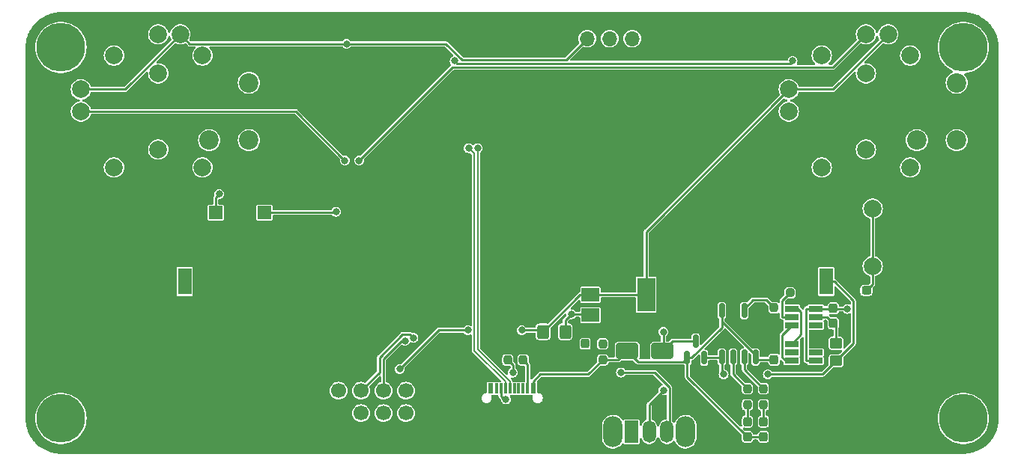
<source format=gbr>
%TF.GenerationSoftware,KiCad,Pcbnew,7.0.6-0*%
%TF.CreationDate,2024-04-21T20:32:30+02:00*%
%TF.ProjectId,3mode_controller,336d6f64-655f-4636-9f6e-74726f6c6c65,rev?*%
%TF.SameCoordinates,Original*%
%TF.FileFunction,Copper,L1,Top*%
%TF.FilePolarity,Positive*%
%FSLAX46Y46*%
G04 Gerber Fmt 4.6, Leading zero omitted, Abs format (unit mm)*
G04 Created by KiCad (PCBNEW 7.0.6-0) date 2024-04-21 20:32:30*
%MOMM*%
%LPD*%
G01*
G04 APERTURE LIST*
G04 Aperture macros list*
%AMRoundRect*
0 Rectangle with rounded corners*
0 $1 Rounding radius*
0 $2 $3 $4 $5 $6 $7 $8 $9 X,Y pos of 4 corners*
0 Add a 4 corners polygon primitive as box body*
4,1,4,$2,$3,$4,$5,$6,$7,$8,$9,$2,$3,0*
0 Add four circle primitives for the rounded corners*
1,1,$1+$1,$2,$3*
1,1,$1+$1,$4,$5*
1,1,$1+$1,$6,$7*
1,1,$1+$1,$8,$9*
0 Add four rect primitives between the rounded corners*
20,1,$1+$1,$2,$3,$4,$5,0*
20,1,$1+$1,$4,$5,$6,$7,0*
20,1,$1+$1,$6,$7,$8,$9,0*
20,1,$1+$1,$8,$9,$2,$3,0*%
G04 Aperture macros list end*
%TA.AperFunction,SMDPad,CuDef*%
%ADD10RoundRect,0.237500X-0.237500X0.250000X-0.237500X-0.250000X0.237500X-0.250000X0.237500X0.250000X0*%
%TD*%
%TA.AperFunction,SMDPad,CuDef*%
%ADD11R,1.500000X1.500000*%
%TD*%
%TA.AperFunction,SMDPad,CuDef*%
%ADD12R,1.560000X0.650000*%
%TD*%
%TA.AperFunction,SMDPad,CuDef*%
%ADD13RoundRect,0.250000X-0.425000X0.537500X-0.425000X-0.537500X0.425000X-0.537500X0.425000X0.537500X0*%
%TD*%
%TA.AperFunction,SMDPad,CuDef*%
%ADD14RoundRect,0.150000X0.150000X-0.587500X0.150000X0.587500X-0.150000X0.587500X-0.150000X-0.587500X0*%
%TD*%
%TA.AperFunction,ComponentPad*%
%ADD15C,5.500000*%
%TD*%
%TA.AperFunction,SMDPad,CuDef*%
%ADD16RoundRect,0.237500X-0.237500X0.287500X-0.237500X-0.287500X0.237500X-0.287500X0.237500X0.287500X0*%
%TD*%
%TA.AperFunction,SMDPad,CuDef*%
%ADD17RoundRect,0.250000X0.450000X-0.350000X0.450000X0.350000X-0.450000X0.350000X-0.450000X-0.350000X0*%
%TD*%
%TA.AperFunction,SMDPad,CuDef*%
%ADD18RoundRect,0.237500X0.237500X-0.250000X0.237500X0.250000X-0.237500X0.250000X-0.237500X-0.250000X0*%
%TD*%
%TA.AperFunction,ComponentPad*%
%ADD19O,2.200000X3.500000*%
%TD*%
%TA.AperFunction,ComponentPad*%
%ADD20R,1.500000X2.500000*%
%TD*%
%TA.AperFunction,ComponentPad*%
%ADD21O,1.500000X2.500000*%
%TD*%
%TA.AperFunction,SMDPad,CuDef*%
%ADD22RoundRect,0.150000X-0.150000X0.675000X-0.150000X-0.675000X0.150000X-0.675000X0.150000X0.675000X0*%
%TD*%
%TA.AperFunction,WasherPad*%
%ADD23C,2.000000*%
%TD*%
%TA.AperFunction,ComponentPad*%
%ADD24C,2.000000*%
%TD*%
%TA.AperFunction,ComponentPad*%
%ADD25C,2.200000*%
%TD*%
%TA.AperFunction,SMDPad,CuDef*%
%ADD26RoundRect,0.237500X-0.300000X-0.237500X0.300000X-0.237500X0.300000X0.237500X-0.300000X0.237500X0*%
%TD*%
%TA.AperFunction,SMDPad,CuDef*%
%ADD27RoundRect,0.237500X0.237500X-0.287500X0.237500X0.287500X-0.237500X0.287500X-0.237500X-0.287500X0*%
%TD*%
%TA.AperFunction,SMDPad,CuDef*%
%ADD28RoundRect,0.250000X1.000000X0.650000X-1.000000X0.650000X-1.000000X-0.650000X1.000000X-0.650000X0*%
%TD*%
%TA.AperFunction,SMDPad,CuDef*%
%ADD29RoundRect,0.237500X0.237500X-0.300000X0.237500X0.300000X-0.237500X0.300000X-0.237500X-0.300000X0*%
%TD*%
%TA.AperFunction,SMDPad,CuDef*%
%ADD30R,0.600000X1.150000*%
%TD*%
%TA.AperFunction,SMDPad,CuDef*%
%ADD31R,0.300000X1.150000*%
%TD*%
%TA.AperFunction,ComponentPad*%
%ADD32O,1.000000X2.100000*%
%TD*%
%TA.AperFunction,ComponentPad*%
%ADD33O,1.000000X1.800000*%
%TD*%
%TA.AperFunction,SMDPad,CuDef*%
%ADD34R,2.000000X1.500000*%
%TD*%
%TA.AperFunction,SMDPad,CuDef*%
%ADD35R,2.000000X3.800000*%
%TD*%
%TA.AperFunction,SMDPad,CuDef*%
%ADD36RoundRect,0.237500X-0.250000X-0.237500X0.250000X-0.237500X0.250000X0.237500X-0.250000X0.237500X0*%
%TD*%
%TA.AperFunction,ComponentPad*%
%ADD37R,1.700000X1.700000*%
%TD*%
%TA.AperFunction,ComponentPad*%
%ADD38O,1.700000X1.700000*%
%TD*%
%TA.AperFunction,ComponentPad*%
%ADD39C,1.700000*%
%TD*%
%TA.AperFunction,HeatsinkPad*%
%ADD40C,0.600000*%
%TD*%
%TA.AperFunction,ComponentPad*%
%ADD41R,1.500000X3.000000*%
%TD*%
%TA.AperFunction,ViaPad*%
%ADD42C,0.800000*%
%TD*%
%TA.AperFunction,Conductor*%
%ADD43C,0.250000*%
%TD*%
%TA.AperFunction,Conductor*%
%ADD44C,0.200000*%
%TD*%
G04 APERTURE END LIST*
D10*
%TO.P,R2,1*%
%TO.N,Net-(U1-PROG)*%
X184105000Y-123462500D03*
%TO.P,R2,2*%
%TO.N,GND*%
X184105000Y-125287500D03*
%TD*%
D11*
%TO.P,SW1,1,1*%
%TO.N,ESP32-RESET*%
X121000000Y-112700000D03*
%TO.P,SW1,2,2*%
%TO.N,GND*%
X121000000Y-120500000D03*
%TD*%
D12*
%TO.P,IC1,1,OD*%
%TO.N,Net-(IC1-OD)*%
X186105000Y-123575000D03*
%TO.P,IC1,2,CS*%
%TO.N,Net-(IC1-CS)*%
X186105000Y-124525000D03*
%TO.P,IC1,3,OC*%
%TO.N,Net-(IC1-OC)*%
X186105000Y-125475000D03*
%TO.P,IC1,4,TD*%
%TO.N,unconnected-(IC1-TD-Pad4)*%
X188805000Y-125475000D03*
%TO.P,IC1,5,VCC*%
%TO.N,Net-(IC1-VCC)*%
X188805000Y-124525000D03*
%TO.P,IC1,6,GND*%
%TO.N,Net-(IC1-GND)*%
X188805000Y-123575000D03*
%TD*%
D13*
%TO.P,C8,1*%
%TO.N,+3.3V*%
X158000000Y-126190000D03*
%TO.P,C8,2*%
%TO.N,GND*%
X158000000Y-129065000D03*
%TD*%
D14*
%TO.P,Q1,1,G*%
%TO.N,+5V*%
X174300000Y-129125000D03*
%TO.P,Q1,2,S*%
%TO.N,VBAT+PROTECT*%
X176200000Y-129125000D03*
%TO.P,Q1,3,D*%
%TO.N,VSPLY*%
X175250000Y-127250000D03*
%TD*%
D15*
%TO.P,H3,1*%
%TO.N,N/C*%
X103500000Y-136000000D03*
%TD*%
D12*
%TO.P,U4,1,S1*%
%TO.N,Net-(IC1-GND)*%
X188805000Y-129475000D03*
%TO.P,U4,2,D1/D2*%
%TO.N,unconnected-(U4-D1{slash}D2-Pad2)*%
X188805000Y-128525000D03*
%TO.P,U4,3,S2*%
%TO.N,GND*%
X188805000Y-127575000D03*
%TO.P,U4,4,G1*%
%TO.N,Net-(IC1-OD)*%
X186105000Y-127575000D03*
%TO.P,U4,5,D1/D2*%
%TO.N,unconnected-(U4-D1{slash}D2-Pad5)*%
X186105000Y-128525000D03*
%TO.P,U4,6,G2*%
%TO.N,Net-(IC1-OC)*%
X186105000Y-129475000D03*
%TD*%
D16*
%TO.P,D3,1,K*%
%TO.N,Net-(D3-K)*%
X181100000Y-136350000D03*
%TO.P,D3,2,A*%
%TO.N,+5V*%
X181100000Y-138100000D03*
%TD*%
D17*
%TO.P,R5,1*%
%TO.N,VBAT+PROTECT*%
X191105000Y-129475000D03*
%TO.P,R5,2*%
%TO.N,Net-(IC1-VCC)*%
X191105000Y-127475000D03*
%TD*%
D18*
%TO.P,R6,1*%
%TO.N,Net-(D3-K)*%
X181100000Y-134450000D03*
%TO.P,R6,2*%
%TO.N,Net-(U1-~{STDBY})*%
X181100000Y-132625000D03*
%TD*%
D19*
%TO.P,SW4,*%
%TO.N,*%
X165900000Y-137500000D03*
X174100000Y-137500000D03*
D20*
%TO.P,SW4,1,A*%
%TO.N,unconnected-(SW4-A-Pad1)*%
X168000000Y-137500000D03*
D21*
%TO.P,SW4,2,B*%
%TO.N,VSPLY*%
X170000000Y-137500000D03*
%TO.P,SW4,3,C*%
%TO.N,Net-(SW4-C)*%
X172000000Y-137500000D03*
%TD*%
D22*
%TO.P,U1,1,TEMP*%
%TO.N,GND*%
X182010000Y-123800000D03*
%TO.P,U1,2,PROG*%
%TO.N,Net-(U1-PROG)*%
X180740000Y-123800000D03*
%TO.P,U1,3,GND*%
%TO.N,GND*%
X179470000Y-123800000D03*
%TO.P,U1,4,VCC*%
%TO.N,+5V*%
X178200000Y-123800000D03*
%TO.P,U1,5,BAT*%
%TO.N,VBAT+PROTECT*%
X178200000Y-129050000D03*
%TO.P,U1,6,~{STDBY}*%
%TO.N,Net-(U1-~{STDBY})*%
X179470000Y-129050000D03*
%TO.P,U1,7,~{CHRG}*%
%TO.N,Net-(U1-~{CHRG})*%
X180740000Y-129050000D03*
%TO.P,U1,8,CE*%
%TO.N,+5V*%
X182010000Y-129050000D03*
%TD*%
D23*
%TO.P,U7,*%
%TO.N,*%
X109500000Y-107575000D03*
X119500000Y-107575000D03*
X114500000Y-105550000D03*
X114500000Y-96950000D03*
X109500000Y-94925000D03*
X119500000Y-94925000D03*
D24*
%TO.P,U7,1,LR1*%
%TO.N,+3.3V*%
X117000000Y-92520000D03*
%TO.P,U7,2,LR2*%
%TO.N,unconnected-(U7-LR2-Pad2)*%
X114500000Y-92520000D03*
%TO.P,U7,3,LR3*%
%TO.N,GND*%
X112000000Y-92520000D03*
%TO.P,U7,4,UD1*%
%TO.N,+3.3V*%
X105770000Y-98750000D03*
%TO.P,U7,5,UD2*%
%TO.N,ESP32_JOYSTICK_Y*%
X105770000Y-101250000D03*
%TO.P,U7,6,UD3*%
%TO.N,GND*%
X105770000Y-103750000D03*
D25*
%TO.P,U7,7,SWa*%
%TO.N,unconnected-(U7-SWa-Pad7)*%
X120250000Y-104500000D03*
%TO.P,U7,8,SWb*%
%TO.N,unconnected-(U7-SWb-Pad8)*%
X124750000Y-104500000D03*
%TO.P,U7,9,SWc*%
%TO.N,GND*%
X120250000Y-98000000D03*
%TO.P,U7,10,SWd*%
%TO.N,unconnected-(U7-SWd-Pad10)*%
X124750000Y-98000000D03*
%TD*%
D26*
%TO.P,C6,1*%
%TO.N,ESP32_BUTTON*%
X194537500Y-121500000D03*
%TO.P,C6,2*%
%TO.N,GND*%
X196262500Y-121500000D03*
%TD*%
D24*
%TO.P,SW3,1,1*%
%TO.N,ESP32_BUTTON*%
X195250000Y-118750000D03*
X195250000Y-112250000D03*
%TO.P,SW3,2,2*%
%TO.N,GND*%
X199750000Y-118750000D03*
X199750000Y-112250000D03*
%TD*%
D27*
%TO.P,D1,1,K*%
%TO.N,GND*%
X162750000Y-129287500D03*
%TO.P,D1,2,A*%
%TO.N,Net-(D1-A)*%
X162750000Y-127537500D03*
%TD*%
D28*
%TO.P,D4,1,K*%
%TO.N,VSPLY*%
X171500000Y-128357500D03*
%TO.P,D4,2,A*%
%TO.N,+5V*%
X167500000Y-128357500D03*
%TD*%
D29*
%TO.P,C2,1*%
%TO.N,+5V*%
X184105000Y-129337500D03*
%TO.P,C2,2*%
%TO.N,GND*%
X184105000Y-127612500D03*
%TD*%
D10*
%TO.P,R7,1*%
%TO.N,Net-(D1-A)*%
X164750000Y-127545000D03*
%TO.P,R7,2*%
%TO.N,+5V*%
X164750000Y-129370000D03*
%TD*%
D15*
%TO.P,H2,1*%
%TO.N,N/C*%
X205500000Y-94000000D03*
%TD*%
D11*
%TO.P,SW2,1,1*%
%TO.N,ESP32-BOOT0*%
X126500000Y-112700000D03*
%TO.P,SW2,2,2*%
%TO.N,GND*%
X126500000Y-120500000D03*
%TD*%
D23*
%TO.P,U8,*%
%TO.N,*%
X189500000Y-107575000D03*
X199500000Y-107575000D03*
X194500000Y-105550000D03*
X194500000Y-96950000D03*
X189500000Y-94925000D03*
X199500000Y-94925000D03*
D24*
%TO.P,U8,1,LR1*%
%TO.N,+3.3V*%
X197000000Y-92520000D03*
%TO.P,U8,2,LR2*%
%TO.N,ESP32_JOYSTICK_X*%
X194500000Y-92520000D03*
%TO.P,U8,3,LR3*%
%TO.N,GND*%
X192000000Y-92520000D03*
%TO.P,U8,4,UD1*%
%TO.N,+3.3V*%
X185770000Y-98750000D03*
%TO.P,U8,5,UD2*%
%TO.N,unconnected-(U8-UD2-Pad5)*%
X185770000Y-101250000D03*
%TO.P,U8,6,UD3*%
%TO.N,GND*%
X185770000Y-103750000D03*
D25*
%TO.P,U8,7,SWa*%
%TO.N,unconnected-(U8-SWa-Pad7)*%
X200250000Y-104500000D03*
%TO.P,U8,8,SWb*%
%TO.N,unconnected-(U8-SWb-Pad8)*%
X204750000Y-104500000D03*
%TO.P,U8,9,SWc*%
%TO.N,GND*%
X200250000Y-98000000D03*
%TO.P,U8,10,SWd*%
%TO.N,unconnected-(U8-SWd-Pad10)*%
X204750000Y-98000000D03*
%TD*%
D15*
%TO.P,H1,1*%
%TO.N,N/C*%
X103500000Y-94000000D03*
%TD*%
D30*
%TO.P,J2,A1,GND*%
%TO.N,GND*%
X151300000Y-132610000D03*
%TO.P,J2,A4,VBUS*%
%TO.N,+5V*%
X152100000Y-132610000D03*
D31*
%TO.P,J2,A5,CC1*%
%TO.N,Net-(J2-CC1)*%
X153250000Y-132610000D03*
%TO.P,J2,A6,D+*%
%TO.N,ESP32-D+*%
X154250000Y-132610000D03*
%TO.P,J2,A7,D-*%
%TO.N,ESP32-D-*%
X154750000Y-132610000D03*
%TO.P,J2,A8,SBU1*%
%TO.N,unconnected-(J2-SBU1-PadA8)*%
X155750000Y-132610000D03*
D30*
%TO.P,J2,A9,VBUS*%
%TO.N,+5V*%
X156900000Y-132610000D03*
%TO.P,J2,A12,GND*%
%TO.N,GND*%
X157700000Y-132610000D03*
%TO.P,J2,B1,GND*%
X157700000Y-132610000D03*
%TO.P,J2,B4,VBUS*%
%TO.N,+5V*%
X156900000Y-132610000D03*
D31*
%TO.P,J2,B5,CC2*%
%TO.N,Net-(J2-CC2)*%
X156250000Y-132610000D03*
%TO.P,J2,B6,D+*%
%TO.N,ESP32-D+*%
X155250000Y-132610000D03*
%TO.P,J2,B7,D-*%
%TO.N,ESP32-D-*%
X153750000Y-132610000D03*
%TO.P,J2,B8,SBU2*%
%TO.N,unconnected-(J2-SBU2-PadB8)*%
X152750000Y-132610000D03*
D30*
%TO.P,J2,B9,VBUS*%
%TO.N,+5V*%
X152100000Y-132610000D03*
%TO.P,J2,B12,GND*%
%TO.N,GND*%
X151300000Y-132610000D03*
D32*
%TO.P,J2,S1,SHIELD*%
X150180000Y-133185000D03*
D33*
X150180000Y-137365000D03*
D32*
X158820000Y-133185000D03*
D33*
X158820000Y-137365000D03*
%TD*%
D18*
%TO.P,R4,1*%
%TO.N,Net-(J2-CC2)*%
X155750000Y-129370000D03*
%TO.P,R4,2*%
%TO.N,GND*%
X155750000Y-127545000D03*
%TD*%
D15*
%TO.P,H4,1*%
%TO.N,N/C*%
X205500000Y-136000000D03*
%TD*%
D34*
%TO.P,U5,1,GND*%
%TO.N,GND*%
X163350000Y-119700000D03*
%TO.P,U5,2,VO*%
%TO.N,+3.3V*%
X163350000Y-122000000D03*
D35*
X169650000Y-122000000D03*
D34*
%TO.P,U5,3,VI*%
%TO.N,Net-(SW4-C)*%
X163350000Y-124300000D03*
%TD*%
D36*
%TO.P,R9,1*%
%TO.N,GND*%
X184080000Y-121775000D03*
%TO.P,R9,2*%
%TO.N,Net-(IC1-CS)*%
X185905000Y-121775000D03*
%TD*%
D16*
%TO.P,D2,1,K*%
%TO.N,Net-(D2-K)*%
X182900000Y-136350000D03*
%TO.P,D2,2,A*%
%TO.N,+5V*%
X182900000Y-138100000D03*
%TD*%
D37*
%TO.P,J1,1,Pin_1*%
%TO.N,GND*%
X160460000Y-93000000D03*
D38*
%TO.P,J1,2,Pin_2*%
%TO.N,+3.3V*%
X163000000Y-93000000D03*
%TO.P,J1,3,Pin_3*%
%TO.N,ESP32_SCREEN_SCK*%
X165540000Y-93000000D03*
%TO.P,J1,4,Pin_4*%
%TO.N,ESP32_SCREEN_SDA*%
X168080000Y-93000000D03*
%TD*%
D13*
%TO.P,C7,1*%
%TO.N,Net-(SW4-C)*%
X160500000Y-126190000D03*
%TO.P,C7,2*%
%TO.N,GND*%
X160500000Y-129065000D03*
%TD*%
D18*
%TO.P,R10,1*%
%TO.N,Net-(D2-K)*%
X182900000Y-134450000D03*
%TO.P,R10,2*%
%TO.N,Net-(U1-~{CHRG})*%
X182900000Y-132625000D03*
%TD*%
D29*
%TO.P,C4,1*%
%TO.N,Net-(IC1-VCC)*%
X190805000Y-125237500D03*
%TO.P,C4,2*%
%TO.N,Net-(IC1-GND)*%
X190805000Y-123512500D03*
%TD*%
D37*
%TO.P,U6,1,GND*%
%TO.N,GND*%
X134880000Y-135400000D03*
D39*
%TO.P,U6,2,VCC*%
%TO.N,+3.3V*%
X134880000Y-132860000D03*
%TO.P,U6,3,CE*%
%TO.N,ESP32_RF_SPI_CE*%
X137420000Y-135400000D03*
%TO.P,U6,4,~{CSN}*%
%TO.N,ESP32_RF_SPI_CNS*%
X137420000Y-132860000D03*
%TO.P,U6,5,SCK*%
%TO.N,ESP32_RF_SPI_SCK*%
X139960000Y-135400000D03*
%TO.P,U6,6,MOSI*%
%TO.N,ESP32_RF_SPI_MOSI*%
X139960000Y-132860000D03*
%TO.P,U6,7,MISO*%
%TO.N,ESP32_RF_SPI_MISO*%
X142500000Y-135400000D03*
%TO.P,U6,8,IRQ*%
%TO.N,unconnected-(U6-IRQ-Pad8)*%
X142500000Y-132860000D03*
%TD*%
D10*
%TO.P,R3,1*%
%TO.N,GND*%
X154000000Y-127545000D03*
%TO.P,R3,2*%
%TO.N,Net-(J2-CC1)*%
X154000000Y-129370000D03*
%TD*%
D40*
%TO.P,U2,41,GND*%
%TO.N,GND*%
X142920000Y-97350000D03*
X141520000Y-97350000D03*
X143620000Y-98050000D03*
X142220000Y-98050000D03*
X140820000Y-98050000D03*
X142920000Y-98750000D03*
X141520000Y-98750000D03*
X143620000Y-99450000D03*
X142220000Y-99450000D03*
X140820000Y-99450000D03*
X142920000Y-100150000D03*
X141520000Y-100150000D03*
%TD*%
D41*
%TO.P,U3,1,V+*%
%TO.N,VBAT+PROTECT*%
X190000000Y-120498224D03*
%TO.P,U3,2,V-*%
%TO.N,Net-(IC1-GND)*%
X117500000Y-120498224D03*
%TD*%
D42*
%TO.N,ESP32-RESET*%
X121400000Y-110600000D03*
%TO.N,GND*%
X136000000Y-119800000D03*
X138000000Y-129000000D03*
X192200000Y-126000000D03*
X171000000Y-135400000D03*
X140600000Y-116600000D03*
X176000000Y-131200000D03*
X178600000Y-127000000D03*
X177800000Y-132800000D03*
X154400000Y-92200000D03*
%TO.N,+3.3V*%
X149500500Y-126000000D03*
X135800000Y-93600000D03*
X155600000Y-126000000D03*
X141800000Y-130400000D03*
%TO.N,Net-(IC1-GND)*%
X192400000Y-123600000D03*
%TO.N,ESP32_BUTTON*%
X186200000Y-95525500D03*
X148000000Y-95525500D03*
%TO.N,Net-(SW4-C)*%
X161200000Y-124200000D03*
X166800000Y-130800000D03*
%TO.N,VSPLY*%
X171600000Y-126200000D03*
X171600000Y-132800000D03*
%TO.N,Net-(J2-CC1)*%
X154600000Y-130800000D03*
X153800000Y-133835500D03*
%TO.N,ESP32-D+*%
X150600000Y-105400000D03*
%TO.N,ESP32-D-*%
X149600000Y-105400000D03*
%TO.N,VBAT+PROTECT*%
X183400000Y-131000000D03*
X178400000Y-131000000D03*
%TO.N,ESP32-BOOT0*%
X134600000Y-112600000D03*
%TO.N,ESP32_RF_SPI_CNS*%
X143348212Y-126883930D03*
%TO.N,ESP32_RF_SPI_MOSI*%
X142400000Y-127200000D03*
%TO.N,ESP32_JOYSTICK_X*%
X137200000Y-106800000D03*
%TO.N,ESP32_JOYSTICK_Y*%
X135600000Y-106800000D03*
%TD*%
D43*
%TO.N,ESP32-RESET*%
X121000000Y-112700000D02*
X121000000Y-111000000D01*
X121000000Y-111000000D02*
X121400000Y-110600000D01*
%TO.N,+5V*%
X168725000Y-129582500D02*
X173842500Y-129582500D01*
X178200000Y-125013249D02*
X178200000Y-123800000D01*
X167500000Y-128357500D02*
X168725000Y-129582500D01*
X164750000Y-129370000D02*
X166487500Y-129370000D01*
X174784251Y-129125000D02*
X178200000Y-125709251D01*
X174300000Y-129125000D02*
X174784251Y-129125000D01*
X156900000Y-131785000D02*
X157685000Y-131000000D01*
X184105000Y-129337500D02*
X182297500Y-129337500D01*
X182297500Y-129337500D02*
X182010000Y-129050000D01*
X166487500Y-129370000D02*
X167500000Y-128357500D01*
X173842500Y-129582500D02*
X174300000Y-129125000D01*
X182010000Y-128823249D02*
X178200000Y-125013249D01*
X174300000Y-131300000D02*
X174300000Y-129125000D01*
X182900000Y-138100000D02*
X181100000Y-138100000D01*
X157685000Y-131000000D02*
X163120000Y-131000000D01*
X163120000Y-131000000D02*
X164750000Y-129370000D01*
X181100000Y-138100000D02*
X174300000Y-131300000D01*
X182010000Y-129050000D02*
X182010000Y-128823249D01*
X156900000Y-132610000D02*
X156900000Y-131785000D01*
X178200000Y-125709251D02*
X178200000Y-123800000D01*
%TO.N,+3.3V*%
X148829095Y-95400000D02*
X160600000Y-95400000D01*
X160600000Y-95400000D02*
X163000000Y-93000000D01*
X147029095Y-93600000D02*
X148829095Y-95400000D01*
X117000000Y-92520000D02*
X118080000Y-93600000D01*
X118080000Y-93600000D02*
X135800000Y-93600000D01*
X141800000Y-130400000D02*
X146200000Y-126000000D01*
X110770000Y-98750000D02*
X117000000Y-92520000D01*
X169650000Y-122000000D02*
X169650000Y-114870000D01*
X169650000Y-114870000D02*
X185770000Y-98750000D01*
X185770000Y-98750000D02*
X190770000Y-98750000D01*
X162190000Y-122000000D02*
X163350000Y-122000000D01*
X146200000Y-126000000D02*
X149500500Y-126000000D01*
X158000000Y-126190000D02*
X162190000Y-122000000D01*
X105770000Y-98750000D02*
X110770000Y-98750000D01*
X163350000Y-122000000D02*
X169650000Y-122000000D01*
X190770000Y-98750000D02*
X197000000Y-92520000D01*
X157810000Y-126000000D02*
X158000000Y-126190000D01*
X155600000Y-126000000D02*
X157810000Y-126000000D01*
X135800000Y-93600000D02*
X147029095Y-93600000D01*
%TO.N,Net-(IC1-VCC)*%
X188805000Y-124525000D02*
X190092500Y-124525000D01*
X191105000Y-125537500D02*
X190805000Y-125237500D01*
X191105000Y-127475000D02*
X191105000Y-125537500D01*
X190092500Y-124525000D02*
X190805000Y-125237500D01*
%TO.N,Net-(IC1-GND)*%
X187750000Y-129450000D02*
X187750000Y-123600000D01*
X187750000Y-123600000D02*
X187775000Y-123575000D01*
X187775000Y-129475000D02*
X187750000Y-129450000D01*
X188805000Y-123575000D02*
X190742500Y-123575000D01*
X190892500Y-123600000D02*
X190805000Y-123512500D01*
X190742500Y-123575000D02*
X190805000Y-123512500D01*
X187775000Y-123575000D02*
X188805000Y-123575000D01*
X188805000Y-129475000D02*
X187775000Y-129475000D01*
X192400000Y-123600000D02*
X190892500Y-123600000D01*
%TO.N,ESP32_BUTTON*%
X148000000Y-95525500D02*
X148274500Y-95800000D01*
X194537500Y-121500000D02*
X195250000Y-120787500D01*
X195250000Y-112250000D02*
X195250000Y-118750000D01*
X185800000Y-95800000D02*
X185925500Y-95800000D01*
X195250000Y-120787500D02*
X195250000Y-118750000D01*
X185925500Y-95800000D02*
X186200000Y-95525500D01*
X148274500Y-95800000D02*
X185800000Y-95800000D01*
%TO.N,Net-(SW4-C)*%
X163250000Y-124200000D02*
X163350000Y-124300000D01*
X161200000Y-124200000D02*
X163250000Y-124200000D01*
X170600000Y-130800000D02*
X166800000Y-130800000D01*
X172000000Y-137297500D02*
X172275000Y-137022500D01*
X172275000Y-132475000D02*
X170600000Y-130800000D01*
X160500000Y-124900000D02*
X161200000Y-124200000D01*
X172275000Y-137022500D02*
X172275000Y-132475000D01*
X160500000Y-126190000D02*
X160500000Y-124900000D01*
%TO.N,Net-(D2-K)*%
X182900000Y-134450000D02*
X182900000Y-136350000D01*
%TO.N,Net-(D3-K)*%
X181100000Y-134450000D02*
X181100000Y-136350000D01*
%TO.N,VSPLY*%
X171600000Y-126200000D02*
X171600000Y-128257500D01*
X171600000Y-128257500D02*
X171500000Y-128357500D01*
X172607500Y-127250000D02*
X175250000Y-127250000D01*
X170000000Y-137297500D02*
X170000000Y-134400000D01*
X170000000Y-134400000D02*
X171600000Y-132800000D01*
X171500000Y-128357500D02*
X172607500Y-127250000D01*
%TO.N,Net-(IC1-OD)*%
X186105000Y-127575000D02*
X187160000Y-126520000D01*
X187160000Y-123925000D02*
X186810000Y-123575000D01*
X186810000Y-123575000D02*
X186105000Y-123575000D01*
X187160000Y-126520000D02*
X187160000Y-123925000D01*
%TO.N,Net-(IC1-CS)*%
X186105000Y-124525000D02*
X185075000Y-124525000D01*
X185050000Y-122630000D02*
X185905000Y-121775000D01*
X185050000Y-124500000D02*
X185050000Y-122630000D01*
X185075000Y-124525000D02*
X185050000Y-124500000D01*
%TO.N,Net-(IC1-OC)*%
X185050000Y-129125000D02*
X185050000Y-126530000D01*
X186105000Y-129475000D02*
X185400000Y-129475000D01*
X185400000Y-129475000D02*
X185050000Y-129125000D01*
X185050000Y-126530000D02*
X186105000Y-125475000D01*
%TO.N,Net-(J2-CC1)*%
X153250000Y-132610000D02*
X153250000Y-133485000D01*
X154600000Y-130800000D02*
X154600000Y-129970000D01*
X154600000Y-129970000D02*
X154000000Y-129370000D01*
X153600500Y-133835500D02*
X153800000Y-133835500D01*
X153250000Y-133485000D02*
X153600500Y-133835500D01*
D44*
%TO.N,ESP32-D+*%
X154250000Y-131785000D02*
X154250000Y-132610000D01*
X150600000Y-128135000D02*
X154250000Y-131785000D01*
X150600000Y-105400000D02*
X150600000Y-128135000D01*
%TO.N,ESP32-D-*%
X149600000Y-105400000D02*
X150200000Y-106000000D01*
X150200000Y-106000000D02*
X150200000Y-128300686D01*
X150200000Y-128300686D02*
X153750000Y-131850686D01*
X153750000Y-131850686D02*
X153750000Y-132610000D01*
D43*
%TO.N,Net-(J2-CC2)*%
X155750000Y-129370000D02*
X156250000Y-129870000D01*
X156250000Y-129870000D02*
X156250000Y-132610000D01*
%TO.N,VBAT+PROTECT*%
X193075000Y-127505000D02*
X193075000Y-122675000D01*
X178200000Y-130800000D02*
X178400000Y-131000000D01*
X193075000Y-122675000D02*
X190898224Y-120498224D01*
X178200000Y-129050000D02*
X178200000Y-130800000D01*
X176200000Y-129125000D02*
X178125000Y-129125000D01*
X191105000Y-129475000D02*
X193075000Y-127505000D01*
X189580000Y-131000000D02*
X191105000Y-129475000D01*
X183400000Y-131000000D02*
X189580000Y-131000000D01*
X178125000Y-129125000D02*
X178200000Y-129050000D01*
X190898224Y-120498224D02*
X190000000Y-120498224D01*
%TO.N,Net-(U1-PROG)*%
X180740000Y-123800000D02*
X180740000Y-123573249D01*
X181713249Y-122600000D02*
X183242500Y-122600000D01*
X180740000Y-123573249D02*
X181713249Y-122600000D01*
X183242500Y-122600000D02*
X184105000Y-123462500D01*
%TO.N,Net-(U1-~{STDBY})*%
X179470000Y-129050000D02*
X179470000Y-130995000D01*
X179470000Y-130995000D02*
X181100000Y-132625000D01*
%TO.N,Net-(U1-~{CHRG})*%
X180740000Y-130465000D02*
X182900000Y-132625000D01*
X180740000Y-129050000D02*
X180740000Y-130465000D01*
%TO.N,ESP32-BOOT0*%
X134600000Y-112600000D02*
X134500000Y-112700000D01*
X134500000Y-112700000D02*
X126500000Y-112700000D01*
%TO.N,ESP32_RF_SPI_CNS*%
X139510000Y-130770000D02*
X137420000Y-132860000D01*
X139510000Y-129064695D02*
X139510000Y-130770000D01*
X143348212Y-126883930D02*
X142939282Y-126475000D01*
X142099695Y-126475000D02*
X139510000Y-129064695D01*
X142939282Y-126475000D02*
X142099695Y-126475000D01*
%TO.N,ESP32_RF_SPI_MOSI*%
X142011091Y-127200000D02*
X142400000Y-127200000D01*
X139960000Y-132860000D02*
X139960000Y-129251091D01*
X139960000Y-129251091D02*
X142011091Y-127200000D01*
%TO.N,ESP32_JOYSTICK_X*%
X137200000Y-106800000D02*
X147750000Y-96250000D01*
X190770000Y-96250000D02*
X194500000Y-92520000D01*
X147750000Y-96250000D02*
X190770000Y-96250000D01*
%TO.N,ESP32_JOYSTICK_Y*%
X105770000Y-101250000D02*
X128850000Y-101250000D01*
X128850000Y-101250000D02*
X130050000Y-101250000D01*
X130050000Y-101250000D02*
X135600000Y-106800000D01*
%TD*%
%TA.AperFunction,Conductor*%
%TO.N,GND*%
G36*
X171959996Y-133325202D02*
G01*
X171995648Y-133385291D01*
X171999500Y-133415957D01*
X171999500Y-135979075D01*
X171979815Y-136046114D01*
X171927011Y-136091869D01*
X171901281Y-136100365D01*
X171720197Y-136138855D01*
X171720192Y-136138857D01*
X171547270Y-136215848D01*
X171547265Y-136215851D01*
X171394129Y-136327111D01*
X171267466Y-136467785D01*
X171172821Y-136631715D01*
X171172818Y-136631722D01*
X171117931Y-136800648D01*
X171078493Y-136858324D01*
X171014135Y-136885522D01*
X170945288Y-136873607D01*
X170893813Y-136826363D01*
X170882069Y-136800648D01*
X170827181Y-136631722D01*
X170827180Y-136631721D01*
X170827179Y-136631716D01*
X170732533Y-136467784D01*
X170605871Y-136327112D01*
X170601610Y-136324016D01*
X170452734Y-136215851D01*
X170452729Y-136215848D01*
X170349064Y-136169693D01*
X170295827Y-136124443D01*
X170275506Y-136057593D01*
X170275500Y-136056414D01*
X170275500Y-134565477D01*
X170295185Y-134498438D01*
X170311814Y-134477800D01*
X171410396Y-133379218D01*
X171471717Y-133345735D01*
X171514261Y-133343962D01*
X171599999Y-133355250D01*
X171600000Y-133355250D01*
X171600001Y-133355250D01*
X171614977Y-133353278D01*
X171743709Y-133336330D01*
X171828048Y-133301395D01*
X171897517Y-133293927D01*
X171959996Y-133325202D01*
G37*
%TD.AperFunction*%
%TA.AperFunction,Conductor*%
G36*
X191923398Y-123895185D02*
G01*
X191954731Y-123924009D01*
X192007379Y-123992621D01*
X192122375Y-124080861D01*
X192122376Y-124080861D01*
X192122377Y-124080862D01*
X192167013Y-124099350D01*
X192256291Y-124136330D01*
X192383280Y-124153048D01*
X192399999Y-124155250D01*
X192400000Y-124155250D01*
X192400001Y-124155250D01*
X192414977Y-124153278D01*
X192543709Y-124136330D01*
X192628048Y-124101395D01*
X192697517Y-124093927D01*
X192759996Y-124125202D01*
X192795648Y-124185291D01*
X192799500Y-124215957D01*
X192799500Y-127339521D01*
X192779815Y-127406560D01*
X192763181Y-127427202D01*
X192154150Y-128036232D01*
X192092827Y-128069717D01*
X192023135Y-128064733D01*
X191967202Y-128022861D01*
X191942785Y-127957397D01*
X191943996Y-127929152D01*
X191955500Y-127856519D01*
X191955499Y-127093482D01*
X191940646Y-126999696D01*
X191883050Y-126886658D01*
X191883046Y-126886654D01*
X191883045Y-126886652D01*
X191793347Y-126796954D01*
X191793344Y-126796952D01*
X191793342Y-126796950D01*
X191716517Y-126757805D01*
X191680301Y-126739352D01*
X191586524Y-126724500D01*
X191586519Y-126724500D01*
X191504500Y-126724500D01*
X191437461Y-126704815D01*
X191391706Y-126652011D01*
X191380500Y-126600500D01*
X191380500Y-125758549D01*
X191394015Y-125702254D01*
X191403809Y-125683032D01*
X191416109Y-125658893D01*
X191416109Y-125658891D01*
X191416110Y-125658890D01*
X191416110Y-125658889D01*
X191420455Y-125631452D01*
X191430500Y-125568033D01*
X191430499Y-124906968D01*
X191430499Y-124906967D01*
X191430499Y-124906962D01*
X191416110Y-124816111D01*
X191416110Y-124816110D01*
X191416109Y-124816108D01*
X191416109Y-124816107D01*
X191360311Y-124706597D01*
X191360309Y-124706595D01*
X191360306Y-124706591D01*
X191273408Y-124619693D01*
X191273404Y-124619690D01*
X191273403Y-124619689D01*
X191163893Y-124563891D01*
X191163891Y-124563890D01*
X191163888Y-124563889D01*
X191073033Y-124549500D01*
X190557978Y-124549500D01*
X190490939Y-124529815D01*
X190470297Y-124513181D01*
X190356080Y-124398964D01*
X190322595Y-124337641D01*
X190327579Y-124267949D01*
X190369451Y-124212016D01*
X190434915Y-124187599D01*
X190463159Y-124188810D01*
X190475094Y-124190700D01*
X190536967Y-124200500D01*
X191073032Y-124200499D01*
X191073037Y-124200499D01*
X191073037Y-124200498D01*
X191118462Y-124193304D01*
X191163888Y-124186110D01*
X191163889Y-124186110D01*
X191163890Y-124186109D01*
X191163893Y-124186109D01*
X191273403Y-124130311D01*
X191360311Y-124043403D01*
X191411364Y-123943204D01*
X191459339Y-123892409D01*
X191521849Y-123875500D01*
X191856359Y-123875500D01*
X191923398Y-123895185D01*
G37*
%TD.AperFunction*%
%TA.AperFunction,Conductor*%
G36*
X205501424Y-90000566D02*
G01*
X205554980Y-90003041D01*
X205672804Y-90008489D01*
X205867535Y-90018056D01*
X205876222Y-90018696D01*
X205880220Y-90019122D01*
X206063387Y-90044673D01*
X206249831Y-90072330D01*
X206254871Y-90073294D01*
X206439357Y-90116685D01*
X206552879Y-90145121D01*
X206620192Y-90161983D01*
X206624833Y-90163339D01*
X206805562Y-90223913D01*
X206975302Y-90284648D01*
X206980337Y-90286450D01*
X206984476Y-90288101D01*
X207059817Y-90321368D01*
X207159454Y-90365363D01*
X207326971Y-90444592D01*
X207330610Y-90446463D01*
X207429135Y-90501341D01*
X207498149Y-90539782D01*
X207656967Y-90634974D01*
X207660115Y-90636993D01*
X207818605Y-90745561D01*
X207967364Y-90855887D01*
X207970009Y-90857964D01*
X208118005Y-90980858D01*
X208118017Y-90980868D01*
X208255315Y-91105308D01*
X208257510Y-91107398D01*
X208392600Y-91242488D01*
X208394693Y-91244686D01*
X208474014Y-91332203D01*
X208519124Y-91381974D01*
X208603709Y-91483836D01*
X208642023Y-91529975D01*
X208644119Y-91532645D01*
X208745601Y-91669478D01*
X208754435Y-91681389D01*
X208863005Y-91839883D01*
X208865035Y-91843048D01*
X208960217Y-92001850D01*
X209053523Y-92169364D01*
X209055406Y-92173027D01*
X209134636Y-92340545D01*
X209211889Y-92515504D01*
X209213548Y-92519661D01*
X209276095Y-92694465D01*
X209336659Y-92875167D01*
X209338015Y-92879806D01*
X209383316Y-93060649D01*
X209426696Y-93245090D01*
X209427672Y-93250189D01*
X209455335Y-93436677D01*
X209480876Y-93619773D01*
X209481302Y-93623772D01*
X209481732Y-93629600D01*
X209481944Y-93632465D01*
X209483813Y-93670500D01*
X209491512Y-93827235D01*
X209499434Y-93998575D01*
X209499500Y-94001439D01*
X209499500Y-135998560D01*
X209499434Y-136001424D01*
X209491512Y-136172764D01*
X209488410Y-136235913D01*
X209481944Y-136367535D01*
X209481676Y-136371155D01*
X209481302Y-136376229D01*
X209480876Y-136380226D01*
X209455335Y-136563322D01*
X209427672Y-136749809D01*
X209426696Y-136754908D01*
X209383316Y-136939350D01*
X209338015Y-137120192D01*
X209336659Y-137124831D01*
X209276095Y-137305534D01*
X209213548Y-137480337D01*
X209211889Y-137484494D01*
X209134636Y-137659454D01*
X209055406Y-137826971D01*
X209053523Y-137830634D01*
X208960217Y-137998149D01*
X208865035Y-138156950D01*
X208863005Y-138160115D01*
X208754435Y-138318610D01*
X208644124Y-138467348D01*
X208642023Y-138470023D01*
X208519127Y-138618022D01*
X208394698Y-138755306D01*
X208392600Y-138757510D01*
X208257510Y-138892600D01*
X208255306Y-138894698D01*
X208118022Y-139019127D01*
X207970023Y-139142023D01*
X207967348Y-139144124D01*
X207818610Y-139254435D01*
X207660115Y-139363005D01*
X207656950Y-139365035D01*
X207498149Y-139460217D01*
X207330634Y-139553523D01*
X207326971Y-139555406D01*
X207159454Y-139634636D01*
X206984494Y-139711889D01*
X206980337Y-139713548D01*
X206805534Y-139776095D01*
X206624831Y-139836659D01*
X206620192Y-139838015D01*
X206439350Y-139883316D01*
X206254908Y-139926696D01*
X206249809Y-139927672D01*
X206063322Y-139955335D01*
X205880226Y-139980876D01*
X205876229Y-139981302D01*
X205871155Y-139981676D01*
X205867535Y-139981944D01*
X205798143Y-139985353D01*
X205672764Y-139991512D01*
X205501424Y-139999434D01*
X205498560Y-139999500D01*
X103501440Y-139999500D01*
X103498576Y-139999434D01*
X103327235Y-139991512D01*
X103192534Y-139984895D01*
X103132465Y-139981944D01*
X103129600Y-139981732D01*
X103123772Y-139981302D01*
X103119773Y-139980876D01*
X102936677Y-139955335D01*
X102750189Y-139927672D01*
X102745090Y-139926696D01*
X102560649Y-139883316D01*
X102379806Y-139838015D01*
X102375167Y-139836659D01*
X102194465Y-139776095D01*
X102019661Y-139713548D01*
X102015504Y-139711889D01*
X101840545Y-139634636D01*
X101673027Y-139555406D01*
X101669364Y-139553523D01*
X101501850Y-139460217D01*
X101343048Y-139365035D01*
X101339883Y-139363005D01*
X101181389Y-139254435D01*
X101032651Y-139144124D01*
X101029975Y-139142023D01*
X100956497Y-139081008D01*
X100881974Y-139019124D01*
X100744686Y-138894693D01*
X100742488Y-138892600D01*
X100607398Y-138757510D01*
X100605299Y-138755306D01*
X100559984Y-138705309D01*
X100480868Y-138618017D01*
X100458577Y-138591173D01*
X100357964Y-138470009D01*
X100355875Y-138467348D01*
X100245561Y-138318605D01*
X100136993Y-138160115D01*
X100134974Y-138156967D01*
X100039782Y-137998149D01*
X99993734Y-137915478D01*
X99946463Y-137830610D01*
X99944592Y-137826971D01*
X99865363Y-137659454D01*
X99821368Y-137559817D01*
X99788101Y-137484476D01*
X99786450Y-137480337D01*
X99771620Y-137438889D01*
X99723904Y-137305534D01*
X99663339Y-137124831D01*
X99661983Y-137120192D01*
X99634429Y-137010192D01*
X99616684Y-136939350D01*
X99573294Y-136754871D01*
X99572330Y-136749831D01*
X99544673Y-136563387D01*
X99519122Y-136380220D01*
X99518696Y-136376216D01*
X99518056Y-136367536D01*
X99516571Y-136337309D01*
X99508483Y-136172679D01*
X99507366Y-136148522D01*
X99500566Y-136001424D01*
X99500533Y-136000003D01*
X100594584Y-136000003D01*
X100614229Y-136337298D01*
X100614230Y-136337309D01*
X100672896Y-136670017D01*
X100672899Y-136670031D01*
X100769801Y-136993710D01*
X100903621Y-137303939D01*
X100903627Y-137303952D01*
X101072560Y-137596553D01*
X101274318Y-137867561D01*
X101274323Y-137867567D01*
X101394069Y-137994489D01*
X101506183Y-138113323D01*
X101506189Y-138113328D01*
X101506191Y-138113330D01*
X101765001Y-138330499D01*
X101765006Y-138330502D01*
X102047292Y-138516164D01*
X102349224Y-138667800D01*
X102666717Y-138783358D01*
X102995480Y-138861276D01*
X103331065Y-138900500D01*
X103331072Y-138900500D01*
X103668928Y-138900500D01*
X103668935Y-138900500D01*
X104004520Y-138861276D01*
X104333283Y-138783358D01*
X104650776Y-138667800D01*
X104952708Y-138516164D01*
X105234994Y-138330502D01*
X105249167Y-138318610D01*
X105383184Y-138206155D01*
X164649500Y-138206155D01*
X164653089Y-138246033D01*
X164664622Y-138374186D01*
X164664623Y-138374192D01*
X164724503Y-138591160D01*
X164724508Y-138591173D01*
X164822167Y-138793966D01*
X164822171Y-138793974D01*
X164954473Y-138976072D01*
X164954474Y-138976074D01*
X165117176Y-139131633D01*
X165305033Y-139255636D01*
X165512004Y-139344100D01*
X165512007Y-139344101D01*
X165512012Y-139344103D01*
X165731463Y-139394191D01*
X165956330Y-139404290D01*
X166179387Y-139374075D01*
X166393464Y-139304517D01*
X166591681Y-139197852D01*
X166767666Y-139057508D01*
X166915765Y-138887996D01*
X166931037Y-138862433D01*
X166982316Y-138814981D01*
X167051113Y-138802784D01*
X167115583Y-138829718D01*
X167140585Y-138857141D01*
X167141496Y-138858504D01*
X167191278Y-138891767D01*
X167191281Y-138891767D01*
X167191282Y-138891768D01*
X167235177Y-138900500D01*
X167235180Y-138900500D01*
X168764822Y-138900500D01*
X168808717Y-138891768D01*
X168808717Y-138891767D01*
X168808722Y-138891767D01*
X168858504Y-138858504D01*
X168891767Y-138808722D01*
X168896655Y-138784148D01*
X168900500Y-138764822D01*
X168900500Y-138313072D01*
X168920185Y-138246033D01*
X168972989Y-138200278D01*
X169042147Y-138190334D01*
X169105703Y-138219359D01*
X169142431Y-138274754D01*
X169172818Y-138368278D01*
X169172821Y-138368284D01*
X169267467Y-138532216D01*
X169345075Y-138618408D01*
X169394129Y-138672888D01*
X169547265Y-138784148D01*
X169547270Y-138784151D01*
X169720192Y-138861142D01*
X169720197Y-138861144D01*
X169905354Y-138900500D01*
X169905355Y-138900500D01*
X170094644Y-138900500D01*
X170094646Y-138900500D01*
X170279803Y-138861144D01*
X170452730Y-138784151D01*
X170605871Y-138672888D01*
X170732533Y-138532216D01*
X170827179Y-138368284D01*
X170882068Y-138199351D01*
X170921506Y-138141675D01*
X170985865Y-138114477D01*
X171054711Y-138126392D01*
X171106187Y-138173636D01*
X171117931Y-138199351D01*
X171172818Y-138368277D01*
X171172821Y-138368284D01*
X171267467Y-138532216D01*
X171345075Y-138618408D01*
X171394129Y-138672888D01*
X171547265Y-138784148D01*
X171547270Y-138784151D01*
X171720192Y-138861142D01*
X171720197Y-138861144D01*
X171905354Y-138900500D01*
X171905355Y-138900500D01*
X172094644Y-138900500D01*
X172094646Y-138900500D01*
X172279803Y-138861144D01*
X172452730Y-138784151D01*
X172605871Y-138672888D01*
X172715872Y-138550719D01*
X172775356Y-138514072D01*
X172845213Y-138515402D01*
X172903262Y-138554289D01*
X172921869Y-138586259D01*
X172922091Y-138586153D01*
X172923452Y-138588979D01*
X172924106Y-138590103D01*
X172924505Y-138591166D01*
X173022167Y-138793966D01*
X173022171Y-138793974D01*
X173154473Y-138976072D01*
X173154474Y-138976074D01*
X173317176Y-139131633D01*
X173505033Y-139255636D01*
X173712004Y-139344100D01*
X173712007Y-139344101D01*
X173712012Y-139344103D01*
X173931463Y-139394191D01*
X174156330Y-139404290D01*
X174379387Y-139374075D01*
X174593464Y-139304517D01*
X174791681Y-139197852D01*
X174967666Y-139057508D01*
X175115765Y-138887996D01*
X175231215Y-138694764D01*
X175310307Y-138484024D01*
X175331312Y-138368278D01*
X175350500Y-138262549D01*
X175350500Y-136793852D01*
X175350500Y-136793845D01*
X175335377Y-136625812D01*
X175299065Y-136494240D01*
X175275496Y-136408839D01*
X175275491Y-136408826D01*
X175255606Y-136367535D01*
X175177829Y-136206027D01*
X175172025Y-136198039D01*
X175045526Y-136023927D01*
X175045525Y-136023925D01*
X175020501Y-136000000D01*
X174882825Y-135868368D01*
X174882823Y-135868366D01*
X174694966Y-135744363D01*
X174487995Y-135655899D01*
X174487982Y-135655895D01*
X174268542Y-135605810D01*
X174268538Y-135605809D01*
X174268537Y-135605809D01*
X174268536Y-135605808D01*
X174268531Y-135605808D01*
X174043674Y-135595710D01*
X174043673Y-135595710D01*
X174043670Y-135595710D01*
X173820613Y-135625925D01*
X173820610Y-135625925D01*
X173820609Y-135625926D01*
X173606534Y-135695483D01*
X173408321Y-135802146D01*
X173408318Y-135802148D01*
X173232336Y-135942489D01*
X173154161Y-136031968D01*
X173084235Y-136112004D01*
X173049768Y-136169693D01*
X172968787Y-136305232D01*
X172968785Y-136305234D01*
X172927924Y-136414109D01*
X172885938Y-136469957D01*
X172820424Y-136494240D01*
X172752182Y-136479248D01*
X172719681Y-136453510D01*
X172605871Y-136327112D01*
X172601610Y-136324016D01*
X172558947Y-136268684D01*
X172550500Y-136223701D01*
X172550500Y-134371828D01*
X172550500Y-132514333D01*
X172552882Y-132490157D01*
X172555897Y-132475000D01*
X172543241Y-132411376D01*
X172534515Y-132367505D01*
X172495809Y-132309578D01*
X172473624Y-132276375D01*
X172460775Y-132267790D01*
X172441985Y-132252369D01*
X170822627Y-130633011D01*
X170807205Y-130614219D01*
X170798624Y-130601376D01*
X170798621Y-130601373D01*
X170780688Y-130589391D01*
X170749465Y-130568528D01*
X170707495Y-130540485D01*
X170707494Y-130540484D01*
X170707493Y-130540484D01*
X170622849Y-130523647D01*
X170622816Y-130523641D01*
X170608854Y-130520864D01*
X170600001Y-130519103D01*
X170600000Y-130519103D01*
X170584846Y-130522117D01*
X170560656Y-130524500D01*
X167343641Y-130524500D01*
X167276602Y-130504815D01*
X167245268Y-130475990D01*
X167192621Y-130407379D01*
X167077625Y-130319139D01*
X167077624Y-130319138D01*
X167077622Y-130319137D01*
X166943712Y-130263671D01*
X166943710Y-130263670D01*
X166943709Y-130263670D01*
X166871520Y-130254166D01*
X166800001Y-130244750D01*
X166799999Y-130244750D01*
X166656291Y-130263670D01*
X166656287Y-130263671D01*
X166522377Y-130319137D01*
X166407379Y-130407379D01*
X166319137Y-130522377D01*
X166263671Y-130656287D01*
X166263670Y-130656291D01*
X166245722Y-130792620D01*
X166244750Y-130800000D01*
X166262698Y-130936329D01*
X166263670Y-130943708D01*
X166263671Y-130943712D01*
X166319137Y-131077622D01*
X166319138Y-131077624D01*
X166319139Y-131077625D01*
X166407379Y-131192621D01*
X166522375Y-131280861D01*
X166522376Y-131280861D01*
X166522377Y-131280862D01*
X166531105Y-131284477D01*
X166656291Y-131336330D01*
X166783280Y-131353048D01*
X166799999Y-131355250D01*
X166800000Y-131355250D01*
X166800001Y-131355250D01*
X166814977Y-131353278D01*
X166943709Y-131336330D01*
X167077625Y-131280861D01*
X167192621Y-131192621D01*
X167245267Y-131124011D01*
X167301693Y-131082811D01*
X167343641Y-131075500D01*
X170434522Y-131075500D01*
X170501561Y-131095185D01*
X170522203Y-131111819D01*
X171479048Y-132068664D01*
X171512533Y-132129987D01*
X171507549Y-132199679D01*
X171465677Y-132255612D01*
X171438820Y-132270906D01*
X171322376Y-132319138D01*
X171207379Y-132407379D01*
X171119137Y-132522377D01*
X171063671Y-132656287D01*
X171063670Y-132656291D01*
X171044750Y-132799999D01*
X171044750Y-132800002D01*
X171056037Y-132885737D01*
X171045271Y-132954772D01*
X171020779Y-132989603D01*
X169833010Y-134177372D01*
X169814222Y-134192791D01*
X169801380Y-134201371D01*
X169801375Y-134201376D01*
X169771768Y-134245687D01*
X169740485Y-134292505D01*
X169724706Y-134371830D01*
X169719103Y-134400000D01*
X169719788Y-134403446D01*
X169722117Y-134415151D01*
X169724500Y-134439344D01*
X169724500Y-136056414D01*
X169704815Y-136123453D01*
X169652011Y-136169208D01*
X169650936Y-136169693D01*
X169547270Y-136215848D01*
X169547265Y-136215851D01*
X169394129Y-136327111D01*
X169267466Y-136467785D01*
X169172821Y-136631715D01*
X169172818Y-136631722D01*
X169142431Y-136725245D01*
X169102993Y-136782921D01*
X169038635Y-136810119D01*
X168969788Y-136798204D01*
X168918313Y-136750960D01*
X168900500Y-136686927D01*
X168900500Y-136235177D01*
X168891768Y-136191282D01*
X168891767Y-136191281D01*
X168891767Y-136191278D01*
X168858504Y-136141496D01*
X168858503Y-136141495D01*
X168808724Y-136108234D01*
X168808717Y-136108231D01*
X168764822Y-136099500D01*
X168764820Y-136099500D01*
X167235180Y-136099500D01*
X167235178Y-136099500D01*
X167191282Y-136108231D01*
X167191275Y-136108234D01*
X167141496Y-136141495D01*
X167141492Y-136141499D01*
X167139464Y-136144535D01*
X167133338Y-136149653D01*
X167132860Y-136150132D01*
X167132817Y-136150089D01*
X167085849Y-136189336D01*
X167016523Y-136198039D01*
X166953498Y-136167880D01*
X166936049Y-136148522D01*
X166845526Y-136023927D01*
X166845525Y-136023925D01*
X166820501Y-136000000D01*
X166682825Y-135868368D01*
X166682823Y-135868366D01*
X166494966Y-135744363D01*
X166287995Y-135655899D01*
X166287982Y-135655895D01*
X166068542Y-135605810D01*
X166068538Y-135605809D01*
X166068537Y-135605809D01*
X166068536Y-135605808D01*
X166068531Y-135605808D01*
X165843674Y-135595710D01*
X165843673Y-135595710D01*
X165843670Y-135595710D01*
X165620613Y-135625925D01*
X165620610Y-135625925D01*
X165620609Y-135625926D01*
X165406534Y-135695483D01*
X165208321Y-135802146D01*
X165208318Y-135802148D01*
X165032336Y-135942489D01*
X164954161Y-136031968D01*
X164884235Y-136112004D01*
X164849768Y-136169693D01*
X164768787Y-136305232D01*
X164768786Y-136305234D01*
X164689692Y-136515976D01*
X164649500Y-136737450D01*
X164649500Y-136737452D01*
X164649500Y-136737453D01*
X164649500Y-138206155D01*
X105383184Y-138206155D01*
X105402039Y-138190334D01*
X105493817Y-138113323D01*
X105725678Y-137867565D01*
X105927440Y-137596552D01*
X106096375Y-137303948D01*
X106230198Y-136993711D01*
X106327100Y-136670035D01*
X106385771Y-136337298D01*
X106403554Y-136031966D01*
X106405416Y-136000003D01*
X106405416Y-135999996D01*
X106397749Y-135868366D01*
X106385771Y-135662702D01*
X106384571Y-135655899D01*
X106339449Y-135400000D01*
X136414659Y-135400000D01*
X136433975Y-135596129D01*
X136436912Y-135605810D01*
X136461923Y-135688262D01*
X136491188Y-135784733D01*
X136584086Y-135958532D01*
X136584090Y-135958539D01*
X136709116Y-136110883D01*
X136861460Y-136235909D01*
X136861467Y-136235913D01*
X137035266Y-136328811D01*
X137035269Y-136328811D01*
X137035273Y-136328814D01*
X137223868Y-136386024D01*
X137420000Y-136405341D01*
X137616132Y-136386024D01*
X137804727Y-136328814D01*
X137807912Y-136327112D01*
X137978532Y-136235913D01*
X137978538Y-136235910D01*
X138130883Y-136110883D01*
X138255910Y-135958538D01*
X138304108Y-135868366D01*
X138348811Y-135784733D01*
X138348811Y-135784732D01*
X138348814Y-135784727D01*
X138406024Y-135596132D01*
X138425341Y-135400000D01*
X138954659Y-135400000D01*
X138973975Y-135596129D01*
X138976912Y-135605810D01*
X139001923Y-135688262D01*
X139031188Y-135784733D01*
X139124086Y-135958532D01*
X139124090Y-135958539D01*
X139249116Y-136110883D01*
X139401460Y-136235909D01*
X139401467Y-136235913D01*
X139575266Y-136328811D01*
X139575269Y-136328811D01*
X139575273Y-136328814D01*
X139763868Y-136386024D01*
X139960000Y-136405341D01*
X140156132Y-136386024D01*
X140344727Y-136328814D01*
X140347912Y-136327112D01*
X140518532Y-136235913D01*
X140518538Y-136235910D01*
X140670883Y-136110883D01*
X140795910Y-135958538D01*
X140844108Y-135868366D01*
X140888811Y-135784733D01*
X140888811Y-135784732D01*
X140888814Y-135784727D01*
X140946024Y-135596132D01*
X140965341Y-135400000D01*
X141494659Y-135400000D01*
X141513975Y-135596129D01*
X141516912Y-135605810D01*
X141541923Y-135688262D01*
X141571188Y-135784733D01*
X141664086Y-135958532D01*
X141664090Y-135958539D01*
X141789116Y-136110883D01*
X141941460Y-136235909D01*
X141941467Y-136235913D01*
X142115266Y-136328811D01*
X142115269Y-136328811D01*
X142115273Y-136328814D01*
X142303868Y-136386024D01*
X142500000Y-136405341D01*
X142696132Y-136386024D01*
X142884727Y-136328814D01*
X142887912Y-136327112D01*
X143058532Y-136235913D01*
X143058538Y-136235910D01*
X143210883Y-136110883D01*
X143335910Y-135958538D01*
X143384108Y-135868366D01*
X143428811Y-135784733D01*
X143428811Y-135784732D01*
X143428814Y-135784727D01*
X143486024Y-135596132D01*
X143505341Y-135400000D01*
X143486024Y-135203868D01*
X143428814Y-135015273D01*
X143428811Y-135015269D01*
X143428811Y-135015266D01*
X143335913Y-134841467D01*
X143335909Y-134841460D01*
X143210883Y-134689116D01*
X143058539Y-134564090D01*
X143058532Y-134564086D01*
X142884733Y-134471188D01*
X142884727Y-134471186D01*
X142739501Y-134427132D01*
X142696129Y-134413975D01*
X142500000Y-134394659D01*
X142303870Y-134413975D01*
X142115266Y-134471188D01*
X141941467Y-134564086D01*
X141941460Y-134564090D01*
X141789116Y-134689116D01*
X141664090Y-134841460D01*
X141664086Y-134841467D01*
X141571188Y-135015266D01*
X141513975Y-135203870D01*
X141494659Y-135400000D01*
X140965341Y-135400000D01*
X140946024Y-135203868D01*
X140888814Y-135015273D01*
X140888811Y-135015269D01*
X140888811Y-135015266D01*
X140795913Y-134841467D01*
X140795909Y-134841460D01*
X140670883Y-134689116D01*
X140518539Y-134564090D01*
X140518532Y-134564086D01*
X140344733Y-134471188D01*
X140344727Y-134471186D01*
X140199501Y-134427132D01*
X140156129Y-134413975D01*
X139960000Y-134394659D01*
X139763870Y-134413975D01*
X139575266Y-134471188D01*
X139401467Y-134564086D01*
X139401460Y-134564090D01*
X139249116Y-134689116D01*
X139124090Y-134841460D01*
X139124086Y-134841467D01*
X139031188Y-135015266D01*
X138973975Y-135203870D01*
X138954659Y-135400000D01*
X138425341Y-135400000D01*
X138406024Y-135203868D01*
X138348814Y-135015273D01*
X138348811Y-135015269D01*
X138348811Y-135015266D01*
X138255913Y-134841467D01*
X138255909Y-134841460D01*
X138130883Y-134689116D01*
X137978539Y-134564090D01*
X137978532Y-134564086D01*
X137804733Y-134471188D01*
X137804727Y-134471186D01*
X137659501Y-134427132D01*
X137616129Y-134413975D01*
X137420000Y-134394659D01*
X137223870Y-134413975D01*
X137035266Y-134471188D01*
X136861467Y-134564086D01*
X136861460Y-134564090D01*
X136709116Y-134689116D01*
X136584090Y-134841460D01*
X136584086Y-134841467D01*
X136491188Y-135015266D01*
X136433975Y-135203870D01*
X136414659Y-135400000D01*
X106339449Y-135400000D01*
X106327103Y-135329982D01*
X106327102Y-135329981D01*
X106327100Y-135329965D01*
X106230198Y-135006289D01*
X106096375Y-134696052D01*
X105927440Y-134403448D01*
X105927439Y-134403446D01*
X105725681Y-134132438D01*
X105725676Y-134132432D01*
X105581117Y-133979210D01*
X105493817Y-133886677D01*
X105493810Y-133886671D01*
X105493808Y-133886669D01*
X105234998Y-133669500D01*
X105085057Y-133570883D01*
X104952708Y-133483836D01*
X104924792Y-133469816D01*
X104650783Y-133332203D01*
X104650777Y-133332200D01*
X104333284Y-133216642D01*
X104333281Y-133216641D01*
X104106639Y-133162926D01*
X104004520Y-133138724D01*
X103668935Y-133099500D01*
X103331065Y-133099500D01*
X102995480Y-133138723D01*
X102995480Y-133138724D01*
X102666718Y-133216641D01*
X102666715Y-133216642D01*
X102349222Y-133332200D01*
X102349216Y-133332203D01*
X102047295Y-133483834D01*
X101765001Y-133669500D01*
X101506191Y-133886669D01*
X101506181Y-133886679D01*
X101274323Y-134132432D01*
X101274318Y-134132438D01*
X101072560Y-134403446D01*
X100903627Y-134696047D01*
X100903621Y-134696060D01*
X100769801Y-135006289D01*
X100672899Y-135329968D01*
X100672896Y-135329982D01*
X100614230Y-135662690D01*
X100614229Y-135662701D01*
X100594584Y-135999996D01*
X100594584Y-136000003D01*
X99500533Y-136000003D01*
X99500500Y-135998561D01*
X99500500Y-132860000D01*
X133874659Y-132860000D01*
X133893975Y-133056129D01*
X133902812Y-133085260D01*
X133942666Y-133216642D01*
X133951188Y-133244733D01*
X134044086Y-133418532D01*
X134044090Y-133418539D01*
X134169116Y-133570883D01*
X134321460Y-133695909D01*
X134321467Y-133695913D01*
X134495266Y-133788811D01*
X134495269Y-133788811D01*
X134495273Y-133788814D01*
X134683868Y-133846024D01*
X134880000Y-133865341D01*
X135076132Y-133846024D01*
X135264727Y-133788814D01*
X135438538Y-133695910D01*
X135590883Y-133570883D01*
X135715910Y-133418538D01*
X135799047Y-133263000D01*
X135808811Y-133244733D01*
X135808811Y-133244732D01*
X135808814Y-133244727D01*
X135866024Y-133056132D01*
X135885341Y-132860000D01*
X136414659Y-132860000D01*
X136433975Y-133056129D01*
X136442812Y-133085260D01*
X136482666Y-133216642D01*
X136491188Y-133244733D01*
X136584086Y-133418532D01*
X136584090Y-133418539D01*
X136709116Y-133570883D01*
X136861460Y-133695909D01*
X136861467Y-133695913D01*
X137035266Y-133788811D01*
X137035269Y-133788811D01*
X137035273Y-133788814D01*
X137223868Y-133846024D01*
X137420000Y-133865341D01*
X137616132Y-133846024D01*
X137804727Y-133788814D01*
X137978538Y-133695910D01*
X138130883Y-133570883D01*
X138255910Y-133418538D01*
X138339047Y-133263000D01*
X138348811Y-133244733D01*
X138348811Y-133244732D01*
X138348814Y-133244727D01*
X138406024Y-133056132D01*
X138425341Y-132860000D01*
X138406024Y-132663868D01*
X138348814Y-132475273D01*
X138348667Y-132474998D01*
X138338359Y-132455712D01*
X138324117Y-132387310D01*
X138349117Y-132322066D01*
X138360029Y-132309585D01*
X139472819Y-131196796D01*
X139534142Y-131163311D01*
X139603834Y-131168295D01*
X139659767Y-131210167D01*
X139684184Y-131275631D01*
X139684500Y-131284477D01*
X139684500Y-131806087D01*
X139664815Y-131873126D01*
X139612011Y-131918881D01*
X139596499Y-131924747D01*
X139575268Y-131931187D01*
X139401467Y-132024086D01*
X139401460Y-132024090D01*
X139249116Y-132149116D01*
X139124090Y-132301460D01*
X139124086Y-132301467D01*
X139031188Y-132475266D01*
X138973975Y-132663870D01*
X138954659Y-132860000D01*
X138973975Y-133056129D01*
X138982812Y-133085260D01*
X139022666Y-133216642D01*
X139031188Y-133244733D01*
X139124086Y-133418532D01*
X139124090Y-133418539D01*
X139249116Y-133570883D01*
X139401460Y-133695909D01*
X139401467Y-133695913D01*
X139575266Y-133788811D01*
X139575269Y-133788811D01*
X139575273Y-133788814D01*
X139763868Y-133846024D01*
X139960000Y-133865341D01*
X140156132Y-133846024D01*
X140344727Y-133788814D01*
X140518538Y-133695910D01*
X140670883Y-133570883D01*
X140795910Y-133418538D01*
X140879047Y-133263000D01*
X140888811Y-133244733D01*
X140888811Y-133244732D01*
X140888814Y-133244727D01*
X140946024Y-133056132D01*
X140965341Y-132860000D01*
X141494659Y-132860000D01*
X141513975Y-133056129D01*
X141522812Y-133085260D01*
X141562666Y-133216642D01*
X141571188Y-133244733D01*
X141664086Y-133418532D01*
X141664090Y-133418539D01*
X141789116Y-133570883D01*
X141941460Y-133695909D01*
X141941467Y-133695913D01*
X142115266Y-133788811D01*
X142115269Y-133788811D01*
X142115273Y-133788814D01*
X142303868Y-133846024D01*
X142500000Y-133865341D01*
X142696132Y-133846024D01*
X142884727Y-133788814D01*
X143058538Y-133695910D01*
X143210883Y-133570883D01*
X143335910Y-133418538D01*
X143419047Y-133263000D01*
X143428811Y-133244733D01*
X143428811Y-133244732D01*
X143428814Y-133244727D01*
X143486024Y-133056132D01*
X143505341Y-132860000D01*
X143486024Y-132663868D01*
X143428814Y-132475273D01*
X143428811Y-132475267D01*
X143428811Y-132475266D01*
X143335913Y-132301467D01*
X143335909Y-132301460D01*
X143210883Y-132149116D01*
X143058539Y-132024090D01*
X143058532Y-132024086D01*
X142884733Y-131931188D01*
X142884727Y-131931186D01*
X142696132Y-131873976D01*
X142696129Y-131873975D01*
X142500000Y-131854659D01*
X142303870Y-131873975D01*
X142115266Y-131931188D01*
X141941467Y-132024086D01*
X141941460Y-132024090D01*
X141789116Y-132149116D01*
X141664090Y-132301460D01*
X141664086Y-132301467D01*
X141571188Y-132475266D01*
X141513975Y-132663870D01*
X141494659Y-132860000D01*
X140965341Y-132860000D01*
X140946024Y-132663868D01*
X140888814Y-132475273D01*
X140888811Y-132475267D01*
X140888811Y-132475266D01*
X140795913Y-132301467D01*
X140795909Y-132301460D01*
X140670883Y-132149116D01*
X140518539Y-132024090D01*
X140518532Y-132024086D01*
X140344731Y-131931187D01*
X140323501Y-131924747D01*
X140265064Y-131886447D01*
X140236609Y-131822634D01*
X140235500Y-131806087D01*
X140235500Y-130400000D01*
X141244750Y-130400000D01*
X141263245Y-130540484D01*
X141263670Y-130543708D01*
X141263671Y-130543712D01*
X141319137Y-130677622D01*
X141319138Y-130677624D01*
X141319139Y-130677625D01*
X141407379Y-130792621D01*
X141522375Y-130880861D01*
X141522376Y-130880861D01*
X141522377Y-130880862D01*
X141567013Y-130899350D01*
X141656291Y-130936330D01*
X141783280Y-130953048D01*
X141799999Y-130955250D01*
X141800000Y-130955250D01*
X141800001Y-130955250D01*
X141814977Y-130953278D01*
X141943709Y-130936330D01*
X142077625Y-130880861D01*
X142192621Y-130792621D01*
X142280861Y-130677625D01*
X142336330Y-130543709D01*
X142355250Y-130400000D01*
X142343962Y-130314260D01*
X142354727Y-130245225D01*
X142379217Y-130210397D01*
X146277796Y-126311819D01*
X146339120Y-126278334D01*
X146365478Y-126275500D01*
X148956859Y-126275500D01*
X149023898Y-126295185D01*
X149055231Y-126324009D01*
X149107879Y-126392621D01*
X149222875Y-126480861D01*
X149222876Y-126480861D01*
X149222877Y-126480862D01*
X149244299Y-126489735D01*
X149356791Y-126536330D01*
X149483780Y-126553048D01*
X149500499Y-126555250D01*
X149500500Y-126555250D01*
X149500501Y-126555250D01*
X149515477Y-126553278D01*
X149644209Y-126536330D01*
X149778047Y-126480893D01*
X149847517Y-126473424D01*
X149909996Y-126504700D01*
X149945648Y-126564789D01*
X149949500Y-126595454D01*
X149949500Y-128263797D01*
X149947118Y-128287986D01*
X149944592Y-128300686D01*
X149944592Y-128300688D01*
X149964033Y-128398425D01*
X149964033Y-128398426D01*
X149964034Y-128398427D01*
X149983942Y-128428222D01*
X150019399Y-128481287D01*
X150030168Y-128488482D01*
X150048957Y-128503903D01*
X153217873Y-131672819D01*
X153251358Y-131734142D01*
X153246374Y-131803834D01*
X153204502Y-131859767D01*
X153139038Y-131884184D01*
X153130192Y-131884500D01*
X153085178Y-131884500D01*
X153029300Y-131895615D01*
X153028718Y-131892690D01*
X152977967Y-131898140D01*
X152966572Y-131894794D01*
X152914822Y-131884500D01*
X152914820Y-131884500D01*
X152585180Y-131884500D01*
X152585178Y-131884500D01*
X152529300Y-131895615D01*
X152528718Y-131892690D01*
X152477967Y-131898140D01*
X152466572Y-131894794D01*
X152414822Y-131884500D01*
X152414820Y-131884500D01*
X151785180Y-131884500D01*
X151785178Y-131884500D01*
X151741282Y-131893231D01*
X151741275Y-131893234D01*
X151691496Y-131926495D01*
X151691495Y-131926496D01*
X151658234Y-131976275D01*
X151658231Y-131976282D01*
X151649500Y-132020177D01*
X151649500Y-132990588D01*
X151629815Y-133057627D01*
X151577011Y-133103382D01*
X151541687Y-133113527D01*
X151459764Y-133124313D01*
X151459763Y-133124313D01*
X151319770Y-133182300D01*
X151319767Y-133182301D01*
X151319767Y-133182302D01*
X151199549Y-133274549D01*
X151114574Y-133385291D01*
X151107300Y-133394770D01*
X151049313Y-133534763D01*
X151049312Y-133534765D01*
X151029534Y-133684999D01*
X151029534Y-133685000D01*
X151049312Y-133835234D01*
X151049313Y-133835236D01*
X151104759Y-133969095D01*
X151107302Y-133975233D01*
X151199549Y-134095451D01*
X151319767Y-134187698D01*
X151459764Y-134245687D01*
X151572280Y-134260500D01*
X151572287Y-134260500D01*
X151647713Y-134260500D01*
X151647720Y-134260500D01*
X151760236Y-134245687D01*
X151900233Y-134187698D01*
X152020451Y-134095451D01*
X152112698Y-133975233D01*
X152170687Y-133835236D01*
X152190466Y-133685000D01*
X152190284Y-133683621D01*
X152170687Y-133534765D01*
X152170687Y-133534764D01*
X152159166Y-133506952D01*
X152151698Y-133437483D01*
X152182973Y-133375004D01*
X152243062Y-133339352D01*
X152273728Y-133335500D01*
X152414822Y-133335500D01*
X152470700Y-133324385D01*
X152471282Y-133327312D01*
X152522003Y-133321854D01*
X152533412Y-133325202D01*
X152541277Y-133326766D01*
X152541278Y-133326767D01*
X152544013Y-133327311D01*
X152585177Y-133335500D01*
X152847746Y-133335500D01*
X152914785Y-133355185D01*
X152960540Y-133407989D01*
X152970484Y-133477147D01*
X152969363Y-133483692D01*
X152969103Y-133484999D01*
X152969103Y-133485000D01*
X152973640Y-133507807D01*
X152973647Y-133507849D01*
X152990483Y-133592490D01*
X152990484Y-133592493D01*
X152990485Y-133592495D01*
X153014940Y-133629094D01*
X153051373Y-133683621D01*
X153051376Y-133683624D01*
X153064221Y-133692206D01*
X153083011Y-133707627D01*
X153220120Y-133844736D01*
X153253605Y-133906059D01*
X153255378Y-133916230D01*
X153263670Y-133979210D01*
X153319137Y-134113122D01*
X153319138Y-134113124D01*
X153319139Y-134113125D01*
X153407379Y-134228121D01*
X153522375Y-134316361D01*
X153656291Y-134371830D01*
X153783280Y-134388548D01*
X153799999Y-134390750D01*
X153800000Y-134390750D01*
X153800001Y-134390750D01*
X153814977Y-134388778D01*
X153943709Y-134371830D01*
X154077625Y-134316361D01*
X154192621Y-134228121D01*
X154280861Y-134113125D01*
X154336330Y-133979209D01*
X154355250Y-133835500D01*
X154354050Y-133826389D01*
X154352156Y-133812000D01*
X154336330Y-133691791D01*
X154280861Y-133557875D01*
X154263298Y-133534986D01*
X154238104Y-133469816D01*
X154252143Y-133401372D01*
X154300957Y-133351382D01*
X154361674Y-133335500D01*
X154414822Y-133335500D01*
X154470700Y-133324385D01*
X154471282Y-133327312D01*
X154522003Y-133321854D01*
X154533412Y-133325202D01*
X154541277Y-133326766D01*
X154541278Y-133326767D01*
X154544013Y-133327311D01*
X154585177Y-133335500D01*
X154585180Y-133335500D01*
X154914820Y-133335500D01*
X154958722Y-133326767D01*
X154958723Y-133326766D01*
X154970698Y-133324384D01*
X154971280Y-133327311D01*
X155022003Y-133321853D01*
X155033411Y-133325202D01*
X155085177Y-133335500D01*
X155085180Y-133335500D01*
X155414822Y-133335500D01*
X155470700Y-133324385D01*
X155471282Y-133327312D01*
X155522003Y-133321854D01*
X155533412Y-133325202D01*
X155541277Y-133326766D01*
X155541278Y-133326767D01*
X155544013Y-133327311D01*
X155585177Y-133335500D01*
X155585180Y-133335500D01*
X155914820Y-133335500D01*
X155958722Y-133326767D01*
X155958723Y-133326766D01*
X155970698Y-133324384D01*
X155971280Y-133327311D01*
X156022003Y-133321853D01*
X156033411Y-133325202D01*
X156085177Y-133335500D01*
X156085180Y-133335500D01*
X156414822Y-133335500D01*
X156470700Y-133324385D01*
X156471282Y-133327312D01*
X156522003Y-133321854D01*
X156533412Y-133325202D01*
X156541277Y-133326766D01*
X156541278Y-133326767D01*
X156544013Y-133327311D01*
X156585177Y-133335500D01*
X156585180Y-133335500D01*
X156726272Y-133335500D01*
X156793311Y-133355185D01*
X156839066Y-133407989D01*
X156849010Y-133477147D01*
X156840833Y-133506953D01*
X156829313Y-133534763D01*
X156829312Y-133534765D01*
X156809534Y-133684999D01*
X156809534Y-133685000D01*
X156829312Y-133835234D01*
X156829313Y-133835236D01*
X156884759Y-133969095D01*
X156887302Y-133975233D01*
X156979549Y-134095451D01*
X157099767Y-134187698D01*
X157239764Y-134245687D01*
X157352280Y-134260500D01*
X157352287Y-134260500D01*
X157427713Y-134260500D01*
X157427720Y-134260500D01*
X157540236Y-134245687D01*
X157680233Y-134187698D01*
X157800451Y-134095451D01*
X157892698Y-133975233D01*
X157950687Y-133835236D01*
X157970466Y-133685000D01*
X157970284Y-133683621D01*
X157950687Y-133534765D01*
X157950687Y-133534764D01*
X157892698Y-133394767D01*
X157800451Y-133274549D01*
X157680233Y-133182302D01*
X157680229Y-133182300D01*
X157540236Y-133124313D01*
X157458313Y-133113527D01*
X157394417Y-133085260D01*
X157355947Y-133026935D01*
X157350500Y-132990588D01*
X157350500Y-132020177D01*
X157341768Y-131976282D01*
X157341767Y-131976281D01*
X157341767Y-131976278D01*
X157324664Y-131950681D01*
X157301719Y-131916341D01*
X157305118Y-131914069D01*
X157282508Y-131872662D01*
X157287492Y-131802970D01*
X157315993Y-131758623D01*
X157762797Y-131311819D01*
X157824120Y-131278334D01*
X157850478Y-131275500D01*
X163080656Y-131275500D01*
X163104846Y-131277882D01*
X163120000Y-131280897D01*
X163147132Y-131275500D01*
X163147133Y-131275500D01*
X163170734Y-131270805D01*
X163227493Y-131259516D01*
X163227494Y-131259515D01*
X163227495Y-131259515D01*
X163269465Y-131231471D01*
X163295622Y-131213994D01*
X163295621Y-131213994D01*
X163309050Y-131205022D01*
X163309053Y-131205018D01*
X163318624Y-131198624D01*
X163327211Y-131185772D01*
X163342624Y-131166991D01*
X164465297Y-130044317D01*
X164526620Y-130010833D01*
X164552978Y-130007999D01*
X165018037Y-130007999D01*
X165018037Y-130007998D01*
X165080694Y-129998075D01*
X165108888Y-129993610D01*
X165108889Y-129993610D01*
X165108890Y-129993609D01*
X165108893Y-129993609D01*
X165218403Y-129937811D01*
X165305311Y-129850903D01*
X165361109Y-129741393D01*
X165361109Y-129741388D01*
X165361111Y-129741386D01*
X165364127Y-129732107D01*
X165367713Y-129733272D01*
X165389633Y-129686996D01*
X165448933Y-129650047D01*
X165482203Y-129645500D01*
X166448156Y-129645500D01*
X166472346Y-129647882D01*
X166487500Y-129650897D01*
X166514632Y-129645500D01*
X166514633Y-129645500D01*
X166546733Y-129639115D01*
X166594993Y-129629516D01*
X166594993Y-129629515D01*
X166594995Y-129629515D01*
X166643634Y-129597015D01*
X166663122Y-129583994D01*
X166663122Y-129583993D01*
X166676551Y-129575021D01*
X166676553Y-129575018D01*
X166686124Y-129568624D01*
X166694709Y-129555775D01*
X166710127Y-129536989D01*
X166802798Y-129444318D01*
X166864121Y-129410833D01*
X166890479Y-129407999D01*
X168109521Y-129407999D01*
X168176560Y-129427684D01*
X168197202Y-129444318D01*
X168502369Y-129749485D01*
X168517790Y-129768275D01*
X168526373Y-129781121D01*
X168526374Y-129781122D01*
X168526376Y-129781124D01*
X168546209Y-129794376D01*
X168546793Y-129794766D01*
X168546817Y-129794783D01*
X168617504Y-129842015D01*
X168617506Y-129842016D01*
X168725000Y-129863397D01*
X168735546Y-129861299D01*
X168740160Y-129860382D01*
X168764348Y-129858000D01*
X173803156Y-129858000D01*
X173827339Y-129860381D01*
X173842500Y-129863397D01*
X173842502Y-129863396D01*
X173847331Y-129864357D01*
X173909242Y-129896742D01*
X173910822Y-129898293D01*
X173977235Y-129964706D01*
X173977236Y-129964706D01*
X173985360Y-129972830D01*
X173982920Y-129975269D01*
X174014755Y-130014259D01*
X174024500Y-130062444D01*
X174024500Y-131260655D01*
X174022117Y-131284847D01*
X174019103Y-131299999D01*
X174019103Y-131300000D01*
X174023640Y-131322807D01*
X174023647Y-131322849D01*
X174040483Y-131407490D01*
X174040484Y-131407493D01*
X174040485Y-131407495D01*
X174047521Y-131418025D01*
X174101373Y-131498621D01*
X174101376Y-131498624D01*
X174114221Y-131507206D01*
X174133011Y-131522627D01*
X180438181Y-137827797D01*
X180471666Y-137889120D01*
X180474500Y-137915478D01*
X180474500Y-138418037D01*
X180488889Y-138508888D01*
X180488889Y-138508889D01*
X180488890Y-138508892D01*
X180488891Y-138508893D01*
X180544492Y-138618017D01*
X180544690Y-138618404D01*
X180544693Y-138618408D01*
X180631591Y-138705306D01*
X180631595Y-138705309D01*
X180631597Y-138705311D01*
X180741107Y-138761109D01*
X180741109Y-138761109D01*
X180741111Y-138761110D01*
X180768670Y-138765474D01*
X180831967Y-138775500D01*
X181368032Y-138775499D01*
X181368037Y-138775499D01*
X181368037Y-138775498D01*
X181413462Y-138768304D01*
X181458888Y-138761110D01*
X181458889Y-138761110D01*
X181458890Y-138761109D01*
X181458893Y-138761109D01*
X181568403Y-138705311D01*
X181655311Y-138618403D01*
X181711109Y-138508893D01*
X181715669Y-138480101D01*
X181745597Y-138416969D01*
X181804907Y-138380037D01*
X181838142Y-138375500D01*
X182161858Y-138375500D01*
X182228897Y-138395185D01*
X182274652Y-138447989D01*
X182284331Y-138480101D01*
X182288891Y-138508893D01*
X182344495Y-138618022D01*
X182344690Y-138618404D01*
X182344693Y-138618408D01*
X182431591Y-138705306D01*
X182431595Y-138705309D01*
X182431597Y-138705311D01*
X182541107Y-138761109D01*
X182541109Y-138761109D01*
X182541111Y-138761110D01*
X182568670Y-138765474D01*
X182631967Y-138775500D01*
X183168032Y-138775499D01*
X183168037Y-138775499D01*
X183168037Y-138775498D01*
X183213462Y-138768304D01*
X183258888Y-138761110D01*
X183258889Y-138761110D01*
X183258890Y-138761109D01*
X183258893Y-138761109D01*
X183368403Y-138705311D01*
X183455311Y-138618403D01*
X183511109Y-138508893D01*
X183525500Y-138418033D01*
X183525499Y-137781968D01*
X183525499Y-137781967D01*
X183525499Y-137781962D01*
X183511110Y-137691111D01*
X183511110Y-137691110D01*
X183511109Y-137691108D01*
X183511109Y-137691107D01*
X183455311Y-137581597D01*
X183455309Y-137581595D01*
X183455306Y-137581591D01*
X183368408Y-137494693D01*
X183368404Y-137494690D01*
X183368403Y-137494689D01*
X183258893Y-137438891D01*
X183258891Y-137438890D01*
X183258888Y-137438889D01*
X183168033Y-137424500D01*
X182631962Y-137424500D01*
X182631962Y-137424501D01*
X182541111Y-137438889D01*
X182541110Y-137438889D01*
X182431595Y-137494690D01*
X182431591Y-137494693D01*
X182344693Y-137581591D01*
X182344690Y-137581595D01*
X182288890Y-137691108D01*
X182288890Y-137691111D01*
X182284330Y-137719898D01*
X182254403Y-137783031D01*
X182195093Y-137819963D01*
X182161858Y-137824500D01*
X181838142Y-137824500D01*
X181771103Y-137804815D01*
X181725348Y-137752011D01*
X181715668Y-137719896D01*
X181711109Y-137691107D01*
X181655311Y-137581597D01*
X181655309Y-137581595D01*
X181655306Y-137581591D01*
X181568408Y-137494693D01*
X181568404Y-137494690D01*
X181568403Y-137494689D01*
X181458893Y-137438891D01*
X181458891Y-137438890D01*
X181458888Y-137438889D01*
X181368033Y-137424500D01*
X180865478Y-137424500D01*
X180798439Y-137404815D01*
X180777797Y-137388181D01*
X180600717Y-137211101D01*
X180567232Y-137149778D01*
X180572216Y-137080086D01*
X180614088Y-137024153D01*
X180679552Y-136999736D01*
X180731149Y-137010192D01*
X180731831Y-137008095D01*
X180741109Y-137011110D01*
X180781818Y-137017557D01*
X180831967Y-137025500D01*
X181368032Y-137025499D01*
X181368037Y-137025499D01*
X181368037Y-137025498D01*
X181413462Y-137018304D01*
X181458888Y-137011110D01*
X181458889Y-137011110D01*
X181458890Y-137011109D01*
X181458893Y-137011109D01*
X181568403Y-136955311D01*
X181655311Y-136868403D01*
X181711109Y-136758893D01*
X181712366Y-136750960D01*
X181722507Y-136686927D01*
X181725499Y-136668037D01*
X182274500Y-136668037D01*
X182288889Y-136758888D01*
X182288889Y-136758889D01*
X182288890Y-136758892D01*
X182288891Y-136758893D01*
X182306703Y-136793852D01*
X182344690Y-136868404D01*
X182344693Y-136868408D01*
X182431591Y-136955306D01*
X182431595Y-136955309D01*
X182431597Y-136955311D01*
X182541107Y-137011109D01*
X182541109Y-137011109D01*
X182541111Y-137011110D01*
X182568670Y-137015474D01*
X182631967Y-137025500D01*
X183168032Y-137025499D01*
X183168037Y-137025499D01*
X183168037Y-137025498D01*
X183213462Y-137018304D01*
X183258888Y-137011110D01*
X183258889Y-137011110D01*
X183258890Y-137011109D01*
X183258893Y-137011109D01*
X183368403Y-136955311D01*
X183455311Y-136868403D01*
X183511109Y-136758893D01*
X183512366Y-136750960D01*
X183522507Y-136686927D01*
X183525500Y-136668033D01*
X183525499Y-136031968D01*
X183525499Y-136031966D01*
X183525499Y-136031962D01*
X183520437Y-136000003D01*
X202594584Y-136000003D01*
X202614229Y-136337298D01*
X202614230Y-136337309D01*
X202672896Y-136670017D01*
X202672899Y-136670031D01*
X202769801Y-136993710D01*
X202903621Y-137303939D01*
X202903627Y-137303952D01*
X203072560Y-137596553D01*
X203274318Y-137867561D01*
X203274323Y-137867567D01*
X203394069Y-137994489D01*
X203506183Y-138113323D01*
X203506189Y-138113328D01*
X203506191Y-138113330D01*
X203765001Y-138330499D01*
X203765006Y-138330502D01*
X204047292Y-138516164D01*
X204349224Y-138667800D01*
X204666717Y-138783358D01*
X204995480Y-138861276D01*
X205331065Y-138900500D01*
X205331072Y-138900500D01*
X205668928Y-138900500D01*
X205668935Y-138900500D01*
X206004520Y-138861276D01*
X206333283Y-138783358D01*
X206650776Y-138667800D01*
X206952708Y-138516164D01*
X207234994Y-138330502D01*
X207249167Y-138318610D01*
X207402039Y-138190334D01*
X207493817Y-138113323D01*
X207725678Y-137867565D01*
X207927440Y-137596552D01*
X208096375Y-137303948D01*
X208230198Y-136993711D01*
X208327100Y-136670035D01*
X208385771Y-136337298D01*
X208403554Y-136031966D01*
X208405416Y-136000003D01*
X208405416Y-135999996D01*
X208397749Y-135868366D01*
X208385771Y-135662702D01*
X208384571Y-135655899D01*
X208327103Y-135329982D01*
X208327102Y-135329981D01*
X208327100Y-135329965D01*
X208230198Y-135006289D01*
X208096375Y-134696052D01*
X207927440Y-134403448D01*
X207927439Y-134403446D01*
X207725681Y-134132438D01*
X207725676Y-134132432D01*
X207581117Y-133979210D01*
X207493817Y-133886677D01*
X207493810Y-133886671D01*
X207493808Y-133886669D01*
X207234998Y-133669500D01*
X207085057Y-133570883D01*
X206952708Y-133483836D01*
X206924792Y-133469816D01*
X206650783Y-133332203D01*
X206650777Y-133332200D01*
X206333284Y-133216642D01*
X206333281Y-133216641D01*
X206106639Y-133162926D01*
X206004520Y-133138724D01*
X205668935Y-133099500D01*
X205331065Y-133099500D01*
X204995479Y-133138723D01*
X204995480Y-133138724D01*
X204666718Y-133216641D01*
X204666715Y-133216642D01*
X204349222Y-133332200D01*
X204349216Y-133332203D01*
X204047295Y-133483834D01*
X203765001Y-133669500D01*
X203506191Y-133886669D01*
X203506181Y-133886679D01*
X203274323Y-134132432D01*
X203274318Y-134132438D01*
X203072560Y-134403446D01*
X202903627Y-134696047D01*
X202903621Y-134696060D01*
X202769801Y-135006289D01*
X202672899Y-135329968D01*
X202672896Y-135329982D01*
X202614230Y-135662690D01*
X202614229Y-135662701D01*
X202594584Y-135999996D01*
X202594584Y-136000003D01*
X183520437Y-136000003D01*
X183511110Y-135941111D01*
X183511110Y-135941110D01*
X183511109Y-135941108D01*
X183511109Y-135941107D01*
X183455311Y-135831597D01*
X183455309Y-135831595D01*
X183455306Y-135831591D01*
X183368408Y-135744693D01*
X183368405Y-135744691D01*
X183368403Y-135744689D01*
X183258893Y-135688891D01*
X183258891Y-135688890D01*
X183250198Y-135684461D01*
X183251080Y-135682729D01*
X183203498Y-135650186D01*
X183176307Y-135585825D01*
X183175500Y-135571703D01*
X183175500Y-135190796D01*
X183195185Y-135123757D01*
X183247989Y-135078002D01*
X183257661Y-135074236D01*
X183258890Y-135073609D01*
X183258893Y-135073609D01*
X183368403Y-135017811D01*
X183455311Y-134930903D01*
X183511109Y-134821393D01*
X183525500Y-134730533D01*
X183525499Y-134169468D01*
X183525499Y-134169466D01*
X183525499Y-134169462D01*
X183511110Y-134078611D01*
X183511110Y-134078610D01*
X183511109Y-134078608D01*
X183511109Y-134078607D01*
X183455311Y-133969097D01*
X183455309Y-133969095D01*
X183455306Y-133969091D01*
X183368408Y-133882193D01*
X183368404Y-133882190D01*
X183368403Y-133882189D01*
X183258893Y-133826391D01*
X183258891Y-133826390D01*
X183258888Y-133826389D01*
X183168033Y-133812000D01*
X182631962Y-133812000D01*
X182631962Y-133812001D01*
X182541111Y-133826389D01*
X182541110Y-133826389D01*
X182431595Y-133882190D01*
X182431591Y-133882193D01*
X182344693Y-133969091D01*
X182344690Y-133969095D01*
X182288889Y-134078611D01*
X182274500Y-134169466D01*
X182274500Y-134730537D01*
X182288889Y-134821388D01*
X182288889Y-134821389D01*
X182344690Y-134930904D01*
X182344693Y-134930908D01*
X182431591Y-135017806D01*
X182431595Y-135017809D01*
X182431597Y-135017811D01*
X182541107Y-135073609D01*
X182541109Y-135073609D01*
X182549803Y-135078039D01*
X182548920Y-135079771D01*
X182596495Y-135112304D01*
X182623692Y-135176664D01*
X182624500Y-135190796D01*
X182624500Y-135571703D01*
X182604815Y-135638742D01*
X182552011Y-135684497D01*
X182542341Y-135688262D01*
X182431595Y-135744690D01*
X182431591Y-135744693D01*
X182344693Y-135831591D01*
X182344690Y-135831595D01*
X182288889Y-135941111D01*
X182274500Y-136031966D01*
X182274500Y-136668037D01*
X181725499Y-136668037D01*
X181725500Y-136668033D01*
X181725499Y-136031968D01*
X181725499Y-136031966D01*
X181725499Y-136031962D01*
X181711110Y-135941111D01*
X181711110Y-135941110D01*
X181711109Y-135941108D01*
X181711109Y-135941107D01*
X181655311Y-135831597D01*
X181655309Y-135831595D01*
X181655306Y-135831591D01*
X181568408Y-135744693D01*
X181568405Y-135744691D01*
X181568403Y-135744689D01*
X181458893Y-135688891D01*
X181458891Y-135688890D01*
X181450198Y-135684461D01*
X181451080Y-135682729D01*
X181403498Y-135650186D01*
X181376307Y-135585825D01*
X181375500Y-135571703D01*
X181375500Y-135190796D01*
X181395185Y-135123757D01*
X181447989Y-135078002D01*
X181457661Y-135074236D01*
X181458890Y-135073609D01*
X181458893Y-135073609D01*
X181568403Y-135017811D01*
X181655311Y-134930903D01*
X181711109Y-134821393D01*
X181725500Y-134730533D01*
X181725499Y-134169468D01*
X181725499Y-134169466D01*
X181725499Y-134169462D01*
X181711110Y-134078611D01*
X181711110Y-134078610D01*
X181711109Y-134078608D01*
X181711109Y-134078607D01*
X181655311Y-133969097D01*
X181655309Y-133969095D01*
X181655306Y-133969091D01*
X181568408Y-133882193D01*
X181568404Y-133882190D01*
X181568403Y-133882189D01*
X181458893Y-133826391D01*
X181458891Y-133826390D01*
X181458888Y-133826389D01*
X181368033Y-133812000D01*
X180831962Y-133812000D01*
X180831962Y-133812001D01*
X180741111Y-133826389D01*
X180741110Y-133826389D01*
X180631595Y-133882190D01*
X180631591Y-133882193D01*
X180544693Y-133969091D01*
X180544690Y-133969095D01*
X180488889Y-134078611D01*
X180474500Y-134169466D01*
X180474500Y-134730537D01*
X180488889Y-134821388D01*
X180488889Y-134821389D01*
X180544690Y-134930904D01*
X180544693Y-134930908D01*
X180631591Y-135017806D01*
X180631595Y-135017809D01*
X180631597Y-135017811D01*
X180741107Y-135073609D01*
X180741109Y-135073609D01*
X180749803Y-135078039D01*
X180748920Y-135079771D01*
X180796495Y-135112304D01*
X180823692Y-135176664D01*
X180824500Y-135190796D01*
X180824500Y-135571703D01*
X180804815Y-135638742D01*
X180752011Y-135684497D01*
X180742341Y-135688262D01*
X180631595Y-135744690D01*
X180631591Y-135744693D01*
X180544693Y-135831591D01*
X180544690Y-135831595D01*
X180488889Y-135941111D01*
X180474500Y-136031966D01*
X180474500Y-136668037D01*
X180488889Y-136758888D01*
X180491906Y-136768171D01*
X180489619Y-136768913D01*
X180499960Y-136823979D01*
X180473682Y-136888718D01*
X180416574Y-136928974D01*
X180346769Y-136931964D01*
X180288898Y-136899282D01*
X174611819Y-131222203D01*
X174578334Y-131160880D01*
X174575500Y-131134522D01*
X174575500Y-130062444D01*
X174595185Y-129995405D01*
X174615891Y-129974082D01*
X174614640Y-129972831D01*
X174655537Y-129931934D01*
X174702206Y-129885265D01*
X174747585Y-129782491D01*
X174750500Y-129757365D01*
X174750500Y-129514375D01*
X174770185Y-129447336D01*
X174822989Y-129401581D01*
X174850309Y-129392758D01*
X174891741Y-129384516D01*
X174891741Y-129384515D01*
X174891746Y-129384515D01*
X174949998Y-129345592D01*
X174959873Y-129338994D01*
X174959873Y-129338993D01*
X174973302Y-129330021D01*
X174973304Y-129330018D01*
X174982875Y-129323624D01*
X174991462Y-129310772D01*
X175006875Y-129291991D01*
X175537819Y-128761046D01*
X175599142Y-128727562D01*
X175668834Y-128732546D01*
X175724767Y-128774418D01*
X175749184Y-128839882D01*
X175749500Y-128848728D01*
X175749500Y-129757356D01*
X175749502Y-129757382D01*
X175752413Y-129782487D01*
X175752415Y-129782491D01*
X175797793Y-129885264D01*
X175797794Y-129885265D01*
X175877235Y-129964706D01*
X175980009Y-130010085D01*
X176005135Y-130013000D01*
X176394864Y-130012999D01*
X176394879Y-130012997D01*
X176394882Y-130012997D01*
X176419987Y-130010086D01*
X176419988Y-130010085D01*
X176419991Y-130010085D01*
X176522765Y-129964706D01*
X176602206Y-129885265D01*
X176647585Y-129782491D01*
X176650500Y-129757365D01*
X176650500Y-129524500D01*
X176670185Y-129457461D01*
X176722989Y-129411706D01*
X176774500Y-129400500D01*
X177625501Y-129400500D01*
X177692540Y-129420185D01*
X177738295Y-129472989D01*
X177749501Y-129524500D01*
X177749501Y-129769856D01*
X177749502Y-129769882D01*
X177752413Y-129794987D01*
X177752415Y-129794991D01*
X177797793Y-129897764D01*
X177885360Y-129985331D01*
X177882921Y-129987769D01*
X177914755Y-130026759D01*
X177924500Y-130074944D01*
X177924500Y-130684768D01*
X177915061Y-130732220D01*
X177863671Y-130856287D01*
X177863670Y-130856291D01*
X177850642Y-130955250D01*
X177844750Y-131000000D01*
X177862460Y-131134522D01*
X177863670Y-131143708D01*
X177863671Y-131143712D01*
X177919137Y-131277622D01*
X177919138Y-131277624D01*
X177919139Y-131277625D01*
X178007379Y-131392621D01*
X178122375Y-131480861D01*
X178256291Y-131536330D01*
X178383280Y-131553048D01*
X178399999Y-131555250D01*
X178400000Y-131555250D01*
X178400001Y-131555250D01*
X178414977Y-131553278D01*
X178543709Y-131536330D01*
X178677625Y-131480861D01*
X178792621Y-131392621D01*
X178880861Y-131277625D01*
X178936330Y-131143709D01*
X178950749Y-131034186D01*
X178970411Y-130989738D01*
X178951523Y-130960346D01*
X178947561Y-130941597D01*
X178944349Y-130917203D01*
X178936330Y-130856291D01*
X178880861Y-130722375D01*
X178792621Y-130607379D01*
X178677625Y-130519139D01*
X178677623Y-130519138D01*
X178552047Y-130467123D01*
X178497644Y-130423282D01*
X178475579Y-130356988D01*
X178475500Y-130352562D01*
X178475500Y-130074944D01*
X178495185Y-130007905D01*
X178515891Y-129986582D01*
X178514640Y-129985331D01*
X178558206Y-129941765D01*
X178602206Y-129897765D01*
X178647585Y-129794991D01*
X178650500Y-129769865D01*
X178650500Y-129769856D01*
X179019500Y-129769856D01*
X179019502Y-129769882D01*
X179022413Y-129794987D01*
X179022415Y-129794991D01*
X179067793Y-129897764D01*
X179155360Y-129985331D01*
X179152921Y-129987769D01*
X179184755Y-130026759D01*
X179194500Y-130074944D01*
X179194500Y-130925411D01*
X179176200Y-130987732D01*
X179195304Y-131026182D01*
X179210483Y-131102490D01*
X179210484Y-131102493D01*
X179210485Y-131102495D01*
X179224863Y-131124013D01*
X179271373Y-131193621D01*
X179271376Y-131193624D01*
X179284221Y-131202206D01*
X179303011Y-131217627D01*
X180438181Y-132352797D01*
X180471666Y-132414120D01*
X180474500Y-132440478D01*
X180474500Y-132905537D01*
X180488889Y-132996388D01*
X180488889Y-132996389D01*
X180488890Y-132996392D01*
X180488891Y-132996393D01*
X180543404Y-133103382D01*
X180544690Y-133105904D01*
X180544693Y-133105908D01*
X180631591Y-133192806D01*
X180631595Y-133192809D01*
X180631597Y-133192811D01*
X180741107Y-133248609D01*
X180741109Y-133248609D01*
X180741111Y-133248610D01*
X180768670Y-133252974D01*
X180831967Y-133263000D01*
X181368032Y-133262999D01*
X181368037Y-133262999D01*
X181368037Y-133262998D01*
X181413462Y-133255803D01*
X181458888Y-133248610D01*
X181458889Y-133248610D01*
X181458890Y-133248609D01*
X181458893Y-133248609D01*
X181568403Y-133192811D01*
X181655311Y-133105903D01*
X181711109Y-132996393D01*
X181712029Y-132990588D01*
X181719453Y-132943709D01*
X181725500Y-132905533D01*
X181725499Y-132344468D01*
X181725499Y-132344462D01*
X181711110Y-132253611D01*
X181711110Y-132253610D01*
X181711109Y-132253608D01*
X181711109Y-132253607D01*
X181655311Y-132144097D01*
X181655309Y-132144095D01*
X181655306Y-132144091D01*
X181568408Y-132057193D01*
X181568404Y-132057190D01*
X181568403Y-132057189D01*
X181458893Y-132001391D01*
X181458891Y-132001390D01*
X181458888Y-132001389D01*
X181368033Y-131987000D01*
X180902978Y-131987000D01*
X180835939Y-131967315D01*
X180815297Y-131950681D01*
X179781819Y-130917203D01*
X179748334Y-130855880D01*
X179745500Y-130829522D01*
X179745500Y-130074944D01*
X179765185Y-130007905D01*
X179785891Y-129986582D01*
X179784640Y-129985331D01*
X179828206Y-129941765D01*
X179872206Y-129897765D01*
X179917585Y-129794991D01*
X179920500Y-129769865D01*
X179920499Y-128330136D01*
X179920497Y-128330117D01*
X179917586Y-128305012D01*
X179917585Y-128305010D01*
X179917585Y-128305009D01*
X179872206Y-128202235D01*
X179792765Y-128122794D01*
X179730617Y-128095353D01*
X179689992Y-128077415D01*
X179664865Y-128074500D01*
X179275143Y-128074500D01*
X179275117Y-128074502D01*
X179250012Y-128077413D01*
X179250008Y-128077415D01*
X179147235Y-128122793D01*
X179067794Y-128202234D01*
X179022415Y-128305006D01*
X179022415Y-128305008D01*
X179019500Y-128330131D01*
X179019500Y-129769856D01*
X178650500Y-129769856D01*
X178650499Y-128330136D01*
X178650497Y-128330117D01*
X178647586Y-128305012D01*
X178647585Y-128305010D01*
X178647585Y-128305009D01*
X178602206Y-128202235D01*
X178522765Y-128122794D01*
X178460617Y-128095353D01*
X178419992Y-128077415D01*
X178394865Y-128074500D01*
X178005143Y-128074500D01*
X178005117Y-128074502D01*
X177980012Y-128077413D01*
X177980008Y-128077415D01*
X177877235Y-128122793D01*
X177797794Y-128202234D01*
X177752415Y-128305006D01*
X177752415Y-128305008D01*
X177749500Y-128330131D01*
X177749500Y-128725500D01*
X177729815Y-128792539D01*
X177677011Y-128838294D01*
X177625500Y-128849500D01*
X176774499Y-128849500D01*
X176707460Y-128829815D01*
X176661705Y-128777011D01*
X176650499Y-128725500D01*
X176650499Y-128492643D01*
X176650499Y-128492636D01*
X176649183Y-128481286D01*
X176647586Y-128467512D01*
X176647585Y-128467510D01*
X176647585Y-128467509D01*
X176602206Y-128364735D01*
X176522765Y-128285294D01*
X176522765Y-128285293D01*
X176419992Y-128239915D01*
X176394868Y-128237000D01*
X176394865Y-128237000D01*
X176361228Y-128237000D01*
X176294189Y-128217315D01*
X176248434Y-128164511D01*
X176238490Y-128095353D01*
X176267515Y-128031797D01*
X176273547Y-128025319D01*
X177308382Y-126990484D01*
X178366990Y-125931875D01*
X178385774Y-125916460D01*
X178398624Y-125907875D01*
X178406664Y-125895841D01*
X178422747Y-125871776D01*
X178437399Y-125849845D01*
X178491009Y-125805038D01*
X178560333Y-125796327D01*
X178623362Y-125826478D01*
X178628185Y-125831050D01*
X180659954Y-127862819D01*
X180693439Y-127924142D01*
X180688455Y-127993834D01*
X180646583Y-128049767D01*
X180581119Y-128074184D01*
X180572277Y-128074500D01*
X180545145Y-128074500D01*
X180545117Y-128074502D01*
X180520012Y-128077413D01*
X180520008Y-128077415D01*
X180417235Y-128122793D01*
X180337794Y-128202234D01*
X180292415Y-128305006D01*
X180292415Y-128305008D01*
X180289500Y-128330131D01*
X180289500Y-129769856D01*
X180289502Y-129769882D01*
X180292413Y-129794987D01*
X180292415Y-129794991D01*
X180337793Y-129897764D01*
X180425360Y-129985331D01*
X180422921Y-129987769D01*
X180454755Y-130026759D01*
X180464500Y-130074944D01*
X180464500Y-130425655D01*
X180462117Y-130449847D01*
X180459368Y-130463670D01*
X180459103Y-130465000D01*
X180461288Y-130475987D01*
X180463640Y-130487807D01*
X180463647Y-130487849D01*
X180480483Y-130572490D01*
X180480484Y-130572493D01*
X180480485Y-130572495D01*
X180489513Y-130586006D01*
X180541373Y-130663621D01*
X180541376Y-130663624D01*
X180554221Y-130672206D01*
X180573011Y-130687627D01*
X182238181Y-132352797D01*
X182271666Y-132414120D01*
X182274500Y-132440478D01*
X182274500Y-132905537D01*
X182288889Y-132996388D01*
X182288889Y-132996389D01*
X182288890Y-132996392D01*
X182288891Y-132996393D01*
X182343404Y-133103382D01*
X182344690Y-133105904D01*
X182344693Y-133105908D01*
X182431591Y-133192806D01*
X182431595Y-133192809D01*
X182431597Y-133192811D01*
X182541107Y-133248609D01*
X182541109Y-133248609D01*
X182541111Y-133248610D01*
X182568670Y-133252974D01*
X182631967Y-133263000D01*
X183168032Y-133262999D01*
X183168037Y-133262999D01*
X183168037Y-133262998D01*
X183213462Y-133255803D01*
X183258888Y-133248610D01*
X183258889Y-133248610D01*
X183258890Y-133248609D01*
X183258893Y-133248609D01*
X183368403Y-133192811D01*
X183455311Y-133105903D01*
X183511109Y-132996393D01*
X183512029Y-132990588D01*
X183519453Y-132943709D01*
X183525500Y-132905533D01*
X183525499Y-132344468D01*
X183525499Y-132344467D01*
X183525499Y-132344462D01*
X183511110Y-132253611D01*
X183511110Y-132253610D01*
X183511109Y-132253608D01*
X183511109Y-132253607D01*
X183455311Y-132144097D01*
X183455309Y-132144095D01*
X183455306Y-132144091D01*
X183368408Y-132057193D01*
X183368404Y-132057190D01*
X183368403Y-132057189D01*
X183258893Y-132001391D01*
X183258891Y-132001390D01*
X183258888Y-132001389D01*
X183168033Y-131987000D01*
X182702978Y-131987000D01*
X182635939Y-131967315D01*
X182615297Y-131950681D01*
X181051819Y-130387203D01*
X181018334Y-130325880D01*
X181015500Y-130299522D01*
X181015500Y-130074944D01*
X181035185Y-130007905D01*
X181055891Y-129986582D01*
X181054640Y-129985331D01*
X181098206Y-129941765D01*
X181142206Y-129897765D01*
X181187585Y-129794991D01*
X181190500Y-129769865D01*
X181190499Y-128692725D01*
X181210183Y-128625687D01*
X181262987Y-128579932D01*
X181332146Y-128569988D01*
X181395702Y-128599013D01*
X181402180Y-128605045D01*
X181523181Y-128726046D01*
X181556666Y-128787369D01*
X181559500Y-128813727D01*
X181559500Y-129769856D01*
X181559502Y-129769882D01*
X181562413Y-129794987D01*
X181562415Y-129794991D01*
X181607793Y-129897764D01*
X181607794Y-129897765D01*
X181687235Y-129977206D01*
X181790009Y-130022585D01*
X181815135Y-130025500D01*
X182204864Y-130025499D01*
X182204879Y-130025497D01*
X182204882Y-130025497D01*
X182229987Y-130022586D01*
X182229988Y-130022585D01*
X182229991Y-130022585D01*
X182332765Y-129977206D01*
X182412206Y-129897765D01*
X182457585Y-129794991D01*
X182460500Y-129769865D01*
X182460500Y-129736999D01*
X182480185Y-129669961D01*
X182532989Y-129624206D01*
X182584500Y-129613000D01*
X183364878Y-129613000D01*
X183431917Y-129632685D01*
X183477672Y-129685489D01*
X183487351Y-129717603D01*
X183493889Y-129758888D01*
X183493889Y-129758889D01*
X183493890Y-129758892D01*
X183493891Y-129758893D01*
X183547627Y-129864357D01*
X183549690Y-129868404D01*
X183549693Y-129868408D01*
X183636591Y-129955306D01*
X183636595Y-129955309D01*
X183636597Y-129955311D01*
X183746107Y-130011109D01*
X183746109Y-130011109D01*
X183746111Y-130011110D01*
X183773670Y-130015474D01*
X183836967Y-130025500D01*
X184373032Y-130025499D01*
X184373037Y-130025499D01*
X184373037Y-130025498D01*
X184418462Y-130018304D01*
X184463888Y-130011110D01*
X184463889Y-130011110D01*
X184463890Y-130011109D01*
X184463893Y-130011109D01*
X184573403Y-129955311D01*
X184660311Y-129868403D01*
X184716109Y-129758893D01*
X184716349Y-129757382D01*
X184718882Y-129741386D01*
X184730500Y-129668033D01*
X184730499Y-129494475D01*
X184750183Y-129427438D01*
X184802987Y-129381683D01*
X184872145Y-129371739D01*
X184935701Y-129400764D01*
X184942180Y-129406796D01*
X185138181Y-129602796D01*
X185171666Y-129664119D01*
X185174500Y-129690477D01*
X185174500Y-129814819D01*
X185174499Y-129814822D01*
X185183231Y-129858717D01*
X185183234Y-129858724D01*
X185209320Y-129897765D01*
X185216496Y-129908504D01*
X185266278Y-129941767D01*
X185266281Y-129941767D01*
X185266282Y-129941768D01*
X185310177Y-129950500D01*
X185310180Y-129950500D01*
X186899822Y-129950500D01*
X186943717Y-129941768D01*
X186943717Y-129941767D01*
X186943722Y-129941767D01*
X186993504Y-129908504D01*
X187026767Y-129858722D01*
X187027654Y-129854264D01*
X187035500Y-129814822D01*
X187035500Y-129135177D01*
X187026768Y-129091282D01*
X187026767Y-129091278D01*
X187019128Y-129079846D01*
X187011807Y-129068889D01*
X186990930Y-129002214D01*
X187009414Y-128934833D01*
X187011792Y-128931132D01*
X187026767Y-128908722D01*
X187031157Y-128886652D01*
X187035500Y-128864822D01*
X187035500Y-128185177D01*
X187026768Y-128141282D01*
X187026767Y-128141279D01*
X187026767Y-128141278D01*
X187011806Y-128118888D01*
X186990930Y-128052211D01*
X187009415Y-127984831D01*
X187011785Y-127981144D01*
X187026767Y-127958722D01*
X187028442Y-127950302D01*
X187035500Y-127914822D01*
X187035500Y-127235177D01*
X187026768Y-127191282D01*
X187026766Y-127191276D01*
X187023850Y-127186912D01*
X187002973Y-127120235D01*
X187021458Y-127052855D01*
X187039268Y-127030346D01*
X187262818Y-126806797D01*
X187324141Y-126773312D01*
X187393833Y-126778296D01*
X187449766Y-126820168D01*
X187474183Y-126885632D01*
X187474499Y-126894478D01*
X187474499Y-129410657D01*
X187472117Y-129434844D01*
X187469103Y-129449999D01*
X187469103Y-129450001D01*
X187478085Y-129495167D01*
X187478088Y-129495174D01*
X187490483Y-129557490D01*
X187490483Y-129557491D01*
X187490484Y-129557493D01*
X187490485Y-129557495D01*
X187507189Y-129582494D01*
X187522817Y-129605883D01*
X187527573Y-129613001D01*
X187551373Y-129648621D01*
X187560011Y-129657258D01*
X187559094Y-129658174D01*
X187566824Y-129665903D01*
X187567740Y-129664988D01*
X187576374Y-129673622D01*
X187576375Y-129673622D01*
X187576376Y-129673624D01*
X187599376Y-129688992D01*
X187599378Y-129688994D01*
X187667505Y-129734515D01*
X187667507Y-129734515D01*
X187667507Y-129734516D01*
X187785133Y-129757913D01*
X187847044Y-129790298D01*
X187881618Y-129851013D01*
X187882559Y-129855336D01*
X187883231Y-129858718D01*
X187883234Y-129858724D01*
X187909320Y-129897765D01*
X187916496Y-129908504D01*
X187966278Y-129941767D01*
X187966281Y-129941767D01*
X187966282Y-129941768D01*
X188010177Y-129950500D01*
X188010180Y-129950500D01*
X189599822Y-129950500D01*
X189643717Y-129941768D01*
X189643717Y-129941767D01*
X189643722Y-129941767D01*
X189693504Y-129908504D01*
X189726767Y-129858722D01*
X189727654Y-129854264D01*
X189735500Y-129814822D01*
X189735500Y-129135177D01*
X189726768Y-129091282D01*
X189726767Y-129091278D01*
X189719128Y-129079846D01*
X189711807Y-129068889D01*
X189690930Y-129002214D01*
X189709414Y-128934833D01*
X189711792Y-128931132D01*
X189726767Y-128908722D01*
X189731157Y-128886652D01*
X189735500Y-128864822D01*
X189735500Y-128185177D01*
X189726768Y-128141282D01*
X189726767Y-128141279D01*
X189726767Y-128141278D01*
X189693504Y-128091496D01*
X189693503Y-128091495D01*
X189643724Y-128058234D01*
X189643717Y-128058231D01*
X189599822Y-128049500D01*
X189599820Y-128049500D01*
X188149500Y-128049500D01*
X188082461Y-128029815D01*
X188036706Y-127977011D01*
X188025500Y-127925500D01*
X188025500Y-126074500D01*
X188045185Y-126007461D01*
X188097989Y-125961706D01*
X188149500Y-125950500D01*
X189599822Y-125950500D01*
X189643717Y-125941768D01*
X189643717Y-125941767D01*
X189643722Y-125941767D01*
X189693504Y-125908504D01*
X189726767Y-125858722D01*
X189735500Y-125814820D01*
X189735500Y-125135180D01*
X189735500Y-125135177D01*
X189726768Y-125091282D01*
X189726767Y-125091278D01*
X189726766Y-125091277D01*
X189711807Y-125068889D01*
X189690930Y-125002214D01*
X189709414Y-124934833D01*
X189711807Y-124931111D01*
X189726767Y-124908722D01*
X189728440Y-124900309D01*
X189760825Y-124838399D01*
X189821540Y-124803824D01*
X189850058Y-124800500D01*
X189927022Y-124800500D01*
X189994061Y-124820185D01*
X190014703Y-124836819D01*
X190143181Y-124965297D01*
X190176666Y-125026620D01*
X190179500Y-125052978D01*
X190179500Y-125568037D01*
X190193889Y-125658888D01*
X190193889Y-125658889D01*
X190193890Y-125658892D01*
X190193891Y-125658893D01*
X190244668Y-125758549D01*
X190249690Y-125768404D01*
X190249693Y-125768408D01*
X190336591Y-125855306D01*
X190336595Y-125855309D01*
X190336597Y-125855311D01*
X190446107Y-125911109D01*
X190446109Y-125911109D01*
X190446111Y-125911110D01*
X190473670Y-125915474D01*
X190536967Y-125925500D01*
X190705500Y-125925499D01*
X190772539Y-125945183D01*
X190818294Y-125997987D01*
X190829500Y-126049499D01*
X190829500Y-126600500D01*
X190809815Y-126667539D01*
X190757011Y-126713294D01*
X190705501Y-126724500D01*
X190623482Y-126724500D01*
X190542519Y-126737323D01*
X190529696Y-126739354D01*
X190416658Y-126796950D01*
X190416657Y-126796951D01*
X190416652Y-126796954D01*
X190326954Y-126886652D01*
X190326951Y-126886657D01*
X190326950Y-126886658D01*
X190316585Y-126907000D01*
X190269352Y-126999698D01*
X190254500Y-127093475D01*
X190254500Y-127856517D01*
X190263734Y-127914820D01*
X190269354Y-127950304D01*
X190326950Y-128063342D01*
X190326952Y-128063344D01*
X190326954Y-128063347D01*
X190416652Y-128153045D01*
X190416654Y-128153046D01*
X190416658Y-128153050D01*
X190513187Y-128202234D01*
X190529698Y-128210647D01*
X190623475Y-128225499D01*
X190623481Y-128225500D01*
X191586518Y-128225499D01*
X191659156Y-128213995D01*
X191728449Y-128222951D01*
X191781900Y-128267948D01*
X191802539Y-128334699D01*
X191783813Y-128402013D01*
X191766233Y-128424150D01*
X191502201Y-128688181D01*
X191440878Y-128721666D01*
X191414520Y-128724500D01*
X190623482Y-128724500D01*
X190542519Y-128737323D01*
X190529696Y-128739354D01*
X190416658Y-128796950D01*
X190416657Y-128796951D01*
X190416652Y-128796954D01*
X190326954Y-128886652D01*
X190326951Y-128886657D01*
X190326950Y-128886658D01*
X190307751Y-128924337D01*
X190269352Y-128999698D01*
X190254500Y-129093475D01*
X190254500Y-129856522D01*
X190254501Y-129856527D01*
X190255469Y-129862641D01*
X190246507Y-129931934D01*
X190220675Y-129969707D01*
X189502203Y-130688181D01*
X189440880Y-130721666D01*
X189414522Y-130724500D01*
X183943641Y-130724500D01*
X183876602Y-130704815D01*
X183845268Y-130675990D01*
X183792621Y-130607379D01*
X183677625Y-130519139D01*
X183677624Y-130519138D01*
X183677622Y-130519137D01*
X183543712Y-130463671D01*
X183543710Y-130463670D01*
X183543709Y-130463670D01*
X183438715Y-130449847D01*
X183400001Y-130444750D01*
X183399999Y-130444750D01*
X183256291Y-130463670D01*
X183256287Y-130463671D01*
X183122377Y-130519137D01*
X183007379Y-130607379D01*
X182919137Y-130722377D01*
X182863671Y-130856287D01*
X182863670Y-130856291D01*
X182850642Y-130955250D01*
X182844750Y-131000000D01*
X182862460Y-131134522D01*
X182863670Y-131143708D01*
X182863671Y-131143712D01*
X182919137Y-131277622D01*
X182919138Y-131277624D01*
X182919139Y-131277625D01*
X183007379Y-131392621D01*
X183122375Y-131480861D01*
X183256291Y-131536330D01*
X183383280Y-131553048D01*
X183399999Y-131555250D01*
X183400000Y-131555250D01*
X183400001Y-131555250D01*
X183414977Y-131553278D01*
X183543709Y-131536330D01*
X183677625Y-131480861D01*
X183792621Y-131392621D01*
X183845267Y-131324011D01*
X183901693Y-131282811D01*
X183943641Y-131275500D01*
X189540656Y-131275500D01*
X189564846Y-131277882D01*
X189580000Y-131280897D01*
X189607132Y-131275500D01*
X189607133Y-131275500D01*
X189630734Y-131270805D01*
X189687493Y-131259516D01*
X189687494Y-131259515D01*
X189687495Y-131259515D01*
X189729465Y-131231471D01*
X189755622Y-131213994D01*
X189755621Y-131213994D01*
X189769050Y-131205022D01*
X189769053Y-131205018D01*
X189778624Y-131198624D01*
X189787211Y-131185772D01*
X189802624Y-131166991D01*
X190707797Y-130261817D01*
X190769120Y-130228333D01*
X190795478Y-130225499D01*
X191586517Y-130225499D01*
X191586518Y-130225499D01*
X191680304Y-130210646D01*
X191793342Y-130153050D01*
X191883050Y-130063342D01*
X191940646Y-129950304D01*
X191940646Y-129950302D01*
X191940647Y-129950301D01*
X191953617Y-129868408D01*
X191955500Y-129856519D01*
X191955499Y-129093482D01*
X191954532Y-129087376D01*
X191963483Y-129018083D01*
X191989320Y-128980294D01*
X193241989Y-127727625D01*
X193260774Y-127712209D01*
X193273624Y-127703624D01*
X193334515Y-127612495D01*
X193350500Y-127532133D01*
X193350500Y-127532132D01*
X193355897Y-127505000D01*
X193352883Y-127489847D01*
X193350500Y-127465655D01*
X193350500Y-122714344D01*
X193352883Y-122690151D01*
X193355006Y-122679477D01*
X193355897Y-122675000D01*
X193341549Y-122602867D01*
X193334515Y-122567505D01*
X193297663Y-122512352D01*
X193273624Y-122476375D01*
X193260775Y-122467790D01*
X193241985Y-122452369D01*
X192557653Y-121768037D01*
X193849500Y-121768037D01*
X193863889Y-121858888D01*
X193863889Y-121858889D01*
X193919690Y-121968404D01*
X193919693Y-121968408D01*
X194006591Y-122055306D01*
X194006595Y-122055309D01*
X194006597Y-122055311D01*
X194116107Y-122111109D01*
X194116109Y-122111109D01*
X194116111Y-122111110D01*
X194143670Y-122115474D01*
X194206967Y-122125500D01*
X194868032Y-122125499D01*
X194868037Y-122125499D01*
X194868037Y-122125498D01*
X194913462Y-122118304D01*
X194958888Y-122111110D01*
X194958889Y-122111110D01*
X194958890Y-122111109D01*
X194958893Y-122111109D01*
X195068403Y-122055311D01*
X195155311Y-121968403D01*
X195211109Y-121858893D01*
X195225500Y-121768033D01*
X195225499Y-121252976D01*
X195245183Y-121185938D01*
X195261813Y-121165301D01*
X195416989Y-121010125D01*
X195435774Y-120994709D01*
X195448624Y-120986124D01*
X195509515Y-120894995D01*
X195525500Y-120814633D01*
X195525500Y-120814632D01*
X195530897Y-120787500D01*
X195527883Y-120772347D01*
X195525500Y-120748155D01*
X195525500Y-119962029D01*
X195545185Y-119894990D01*
X195597989Y-119849235D01*
X195604687Y-119846410D01*
X195765019Y-119784298D01*
X195946302Y-119672052D01*
X196103872Y-119528407D01*
X196232366Y-119358255D01*
X196327405Y-119167389D01*
X196385756Y-118962310D01*
X196405429Y-118750000D01*
X196385756Y-118537690D01*
X196327405Y-118332611D01*
X196327403Y-118332606D01*
X196327403Y-118332605D01*
X196232367Y-118141746D01*
X196103872Y-117971593D01*
X196103872Y-117971592D01*
X195946302Y-117827948D01*
X195765019Y-117715702D01*
X195765017Y-117715701D01*
X195604706Y-117653597D01*
X195549305Y-117611024D01*
X195525714Y-117545257D01*
X195525500Y-117537970D01*
X195525500Y-113462029D01*
X195545185Y-113394990D01*
X195597989Y-113349235D01*
X195604687Y-113346410D01*
X195765019Y-113284298D01*
X195946302Y-113172052D01*
X196103872Y-113028407D01*
X196232366Y-112858255D01*
X196327405Y-112667389D01*
X196385756Y-112462310D01*
X196405429Y-112250000D01*
X196385756Y-112037690D01*
X196327405Y-111832611D01*
X196327403Y-111832606D01*
X196327403Y-111832605D01*
X196232367Y-111641746D01*
X196103872Y-111471593D01*
X195946302Y-111327948D01*
X195765019Y-111215702D01*
X195765017Y-111215701D01*
X195611712Y-111156311D01*
X195566198Y-111138679D01*
X195356610Y-111099500D01*
X195143390Y-111099500D01*
X194933802Y-111138679D01*
X194933799Y-111138679D01*
X194933799Y-111138680D01*
X194734982Y-111215701D01*
X194734980Y-111215702D01*
X194553699Y-111327947D01*
X194396127Y-111471593D01*
X194267632Y-111641746D01*
X194172596Y-111832605D01*
X194172596Y-111832607D01*
X194114244Y-112037689D01*
X194094571Y-112249999D01*
X194094571Y-112250000D01*
X194114244Y-112462310D01*
X194172596Y-112667392D01*
X194172596Y-112667394D01*
X194267632Y-112858253D01*
X194396127Y-113028406D01*
X194396128Y-113028407D01*
X194553698Y-113172052D01*
X194734981Y-113284298D01*
X194895294Y-113346403D01*
X194950695Y-113388975D01*
X194974286Y-113454741D01*
X194974500Y-113462029D01*
X194974500Y-117537970D01*
X194954815Y-117605009D01*
X194902011Y-117650764D01*
X194895294Y-117653597D01*
X194734982Y-117715701D01*
X194734980Y-117715702D01*
X194553699Y-117827947D01*
X194396127Y-117971593D01*
X194267632Y-118141746D01*
X194172596Y-118332605D01*
X194172596Y-118332607D01*
X194114244Y-118537689D01*
X194094571Y-118749999D01*
X194094571Y-118750000D01*
X194114244Y-118962310D01*
X194172596Y-119167392D01*
X194172596Y-119167394D01*
X194267632Y-119358253D01*
X194267634Y-119358255D01*
X194396128Y-119528407D01*
X194553698Y-119672052D01*
X194734981Y-119784298D01*
X194895294Y-119846403D01*
X194950695Y-119888975D01*
X194974286Y-119954741D01*
X194974500Y-119962029D01*
X194974500Y-120622021D01*
X194954815Y-120689060D01*
X194938185Y-120709697D01*
X194860386Y-120787497D01*
X194809701Y-120838182D01*
X194748378Y-120871666D01*
X194722020Y-120874500D01*
X194206962Y-120874500D01*
X194206962Y-120874501D01*
X194116111Y-120888889D01*
X194116110Y-120888889D01*
X194006595Y-120944690D01*
X194006591Y-120944693D01*
X193919693Y-121031591D01*
X193919690Y-121031595D01*
X193863889Y-121141111D01*
X193849500Y-121231966D01*
X193849500Y-121768037D01*
X192557653Y-121768037D01*
X191120851Y-120331235D01*
X191105429Y-120312443D01*
X191096848Y-120299600D01*
X191096845Y-120299597D01*
X191078912Y-120287615D01*
X191047689Y-120266752D01*
X191005719Y-120238709D01*
X191005718Y-120238708D01*
X191005717Y-120238708D01*
X191000307Y-120237632D01*
X190938396Y-120205246D01*
X190903823Y-120144530D01*
X190900500Y-120116015D01*
X190900500Y-118983401D01*
X190891768Y-118939506D01*
X190891767Y-118939505D01*
X190891767Y-118939502D01*
X190858504Y-118889720D01*
X190858503Y-118889719D01*
X190808724Y-118856458D01*
X190808717Y-118856455D01*
X190764822Y-118847724D01*
X190764820Y-118847724D01*
X189235180Y-118847724D01*
X189235178Y-118847724D01*
X189191282Y-118856455D01*
X189191275Y-118856458D01*
X189141496Y-118889719D01*
X189141495Y-118889720D01*
X189108234Y-118939499D01*
X189108231Y-118939506D01*
X189099500Y-118983401D01*
X189099500Y-118983403D01*
X189099500Y-118983404D01*
X189099500Y-122013044D01*
X189099500Y-122013046D01*
X189099499Y-122013046D01*
X189108231Y-122056941D01*
X189108234Y-122056948D01*
X189141495Y-122106727D01*
X189141496Y-122106728D01*
X189191278Y-122139991D01*
X189191281Y-122139991D01*
X189191282Y-122139992D01*
X189235177Y-122148724D01*
X189235180Y-122148724D01*
X190764822Y-122148724D01*
X190808717Y-122139992D01*
X190808717Y-122139991D01*
X190808722Y-122139991D01*
X190858504Y-122106728D01*
X190891767Y-122056946D01*
X190895325Y-122039059D01*
X190900500Y-122013046D01*
X190900500Y-121189477D01*
X190920185Y-121122438D01*
X190972989Y-121076683D01*
X191042147Y-121066739D01*
X191105703Y-121095764D01*
X191112166Y-121101782D01*
X191978787Y-121968403D01*
X192763180Y-122752796D01*
X192796665Y-122814119D01*
X192799499Y-122840476D01*
X192799500Y-122984041D01*
X192779816Y-123051081D01*
X192727012Y-123096836D01*
X192657854Y-123106780D01*
X192628049Y-123098604D01*
X192583462Y-123080136D01*
X192543709Y-123063670D01*
X192448088Y-123051081D01*
X192400001Y-123044750D01*
X192399999Y-123044750D01*
X192256291Y-123063670D01*
X192256287Y-123063671D01*
X192122377Y-123119137D01*
X192028357Y-123191282D01*
X192007379Y-123207379D01*
X191954732Y-123275988D01*
X191898307Y-123317189D01*
X191856359Y-123324500D01*
X191554499Y-123324500D01*
X191487460Y-123304815D01*
X191441705Y-123252011D01*
X191430499Y-123200500D01*
X191430499Y-123181962D01*
X191416110Y-123091111D01*
X191416110Y-123091110D01*
X191416109Y-123091108D01*
X191416109Y-123091107D01*
X191360311Y-122981597D01*
X191360309Y-122981595D01*
X191360306Y-122981591D01*
X191273408Y-122894693D01*
X191273404Y-122894690D01*
X191273404Y-122894689D01*
X191273403Y-122894689D01*
X191163893Y-122838891D01*
X191163891Y-122838890D01*
X191163888Y-122838889D01*
X191073033Y-122824500D01*
X190536962Y-122824500D01*
X190536962Y-122824501D01*
X190446111Y-122838889D01*
X190446110Y-122838889D01*
X190336595Y-122894690D01*
X190336591Y-122894693D01*
X190249693Y-122981591D01*
X190249690Y-122981595D01*
X190193889Y-123091111D01*
X190179501Y-123181957D01*
X190179244Y-123185229D01*
X190178797Y-123186399D01*
X190178738Y-123186778D01*
X190178658Y-123186765D01*
X190154360Y-123250518D01*
X190098129Y-123291988D01*
X190055626Y-123299500D01*
X189850058Y-123299500D01*
X189783019Y-123279815D01*
X189737264Y-123227011D01*
X189728440Y-123199690D01*
X189726767Y-123191278D01*
X189693504Y-123141496D01*
X189693503Y-123141495D01*
X189643724Y-123108234D01*
X189643717Y-123108231D01*
X189599822Y-123099500D01*
X189599820Y-123099500D01*
X188010180Y-123099500D01*
X188010178Y-123099500D01*
X187966282Y-123108231D01*
X187966275Y-123108234D01*
X187916496Y-123141495D01*
X187916495Y-123141496D01*
X187883234Y-123191275D01*
X187883232Y-123191280D01*
X187882559Y-123194664D01*
X187879059Y-123201354D01*
X187878558Y-123202564D01*
X187878449Y-123202519D01*
X187850172Y-123256574D01*
X187789455Y-123291146D01*
X187785134Y-123292086D01*
X187667507Y-123315484D01*
X187667506Y-123315484D01*
X187657193Y-123322375D01*
X187599378Y-123361006D01*
X187599376Y-123361007D01*
X187576376Y-123376376D01*
X187576375Y-123376377D01*
X187567739Y-123385013D01*
X187566825Y-123384099D01*
X187559096Y-123391828D01*
X187560010Y-123392742D01*
X187551376Y-123401375D01*
X187490484Y-123492505D01*
X187474499Y-123572874D01*
X187473795Y-123576409D01*
X187441403Y-123638316D01*
X187380683Y-123672883D01*
X187310914Y-123669135D01*
X187264500Y-123639884D01*
X187071819Y-123447203D01*
X187038334Y-123385880D01*
X187035500Y-123359522D01*
X187035500Y-123235177D01*
X187026768Y-123191282D01*
X187026767Y-123191280D01*
X187026767Y-123191278D01*
X186993504Y-123141496D01*
X186993503Y-123141495D01*
X186943724Y-123108234D01*
X186943717Y-123108231D01*
X186899822Y-123099500D01*
X186899820Y-123099500D01*
X185449500Y-123099500D01*
X185382461Y-123079815D01*
X185336706Y-123027011D01*
X185325500Y-122975501D01*
X185325500Y-122891765D01*
X185325499Y-122795474D01*
X185345183Y-122728438D01*
X185361810Y-122707805D01*
X185632797Y-122436817D01*
X185694120Y-122403333D01*
X185720478Y-122400499D01*
X186185537Y-122400499D01*
X186185537Y-122400498D01*
X186230962Y-122393304D01*
X186276388Y-122386110D01*
X186276389Y-122386110D01*
X186276390Y-122386109D01*
X186276393Y-122386109D01*
X186385903Y-122330311D01*
X186472811Y-122243403D01*
X186528609Y-122133893D01*
X186529939Y-122125499D01*
X186531088Y-122118239D01*
X186543000Y-122043033D01*
X186542999Y-121506968D01*
X186542999Y-121506966D01*
X186542999Y-121506962D01*
X186528610Y-121416111D01*
X186528610Y-121416110D01*
X186528609Y-121416108D01*
X186528609Y-121416107D01*
X186472811Y-121306597D01*
X186472809Y-121306595D01*
X186472806Y-121306591D01*
X186385908Y-121219693D01*
X186385904Y-121219690D01*
X186385903Y-121219689D01*
X186276393Y-121163891D01*
X186276391Y-121163890D01*
X186276388Y-121163889D01*
X186185533Y-121149500D01*
X185624462Y-121149500D01*
X185624462Y-121149501D01*
X185533611Y-121163889D01*
X185533610Y-121163889D01*
X185424095Y-121219690D01*
X185424091Y-121219693D01*
X185337193Y-121306591D01*
X185337190Y-121306595D01*
X185281389Y-121416111D01*
X185267000Y-121506966D01*
X185267000Y-121972020D01*
X185247315Y-122039059D01*
X185230681Y-122059701D01*
X184883010Y-122407372D01*
X184864222Y-122422791D01*
X184851380Y-122431371D01*
X184851374Y-122431378D01*
X184797268Y-122512352D01*
X184781848Y-122531141D01*
X184780860Y-122532128D01*
X184783559Y-122557224D01*
X184783146Y-122559399D01*
X184769103Y-122629997D01*
X184769103Y-122629999D01*
X184772117Y-122645151D01*
X184774500Y-122669344D01*
X184774500Y-122797430D01*
X184754815Y-122864469D01*
X184702011Y-122910224D01*
X184632853Y-122920168D01*
X184577621Y-122897753D01*
X184573406Y-122894691D01*
X184573403Y-122894689D01*
X184463893Y-122838891D01*
X184463891Y-122838890D01*
X184463888Y-122838889D01*
X184373033Y-122824500D01*
X183907978Y-122824500D01*
X183840939Y-122804815D01*
X183820297Y-122788181D01*
X183465127Y-122433011D01*
X183449705Y-122414219D01*
X183441124Y-122401376D01*
X183441121Y-122401373D01*
X183423188Y-122389391D01*
X183391965Y-122368528D01*
X183349995Y-122340485D01*
X183349994Y-122340484D01*
X183349993Y-122340484D01*
X183265349Y-122323647D01*
X183265316Y-122323641D01*
X183251354Y-122320864D01*
X183242501Y-122319103D01*
X183242500Y-122319103D01*
X183227346Y-122322117D01*
X183203156Y-122324500D01*
X181752593Y-122324500D01*
X181728402Y-122322117D01*
X181713249Y-122319103D01*
X181713248Y-122319103D01*
X181713247Y-122319103D01*
X181690198Y-122323688D01*
X181690193Y-122323689D01*
X181605758Y-122340483D01*
X181605753Y-122340485D01*
X181563782Y-122368528D01*
X181563783Y-122368528D01*
X181537627Y-122386006D01*
X181537625Y-122386007D01*
X181532561Y-122389391D01*
X181514623Y-122401376D01*
X181506040Y-122414222D01*
X181490621Y-122433010D01*
X181114554Y-122809077D01*
X181053231Y-122842562D01*
X180983539Y-122837578D01*
X180976788Y-122834831D01*
X180959992Y-122827415D01*
X180934865Y-122824500D01*
X180545143Y-122824500D01*
X180545117Y-122824502D01*
X180520012Y-122827413D01*
X180520008Y-122827415D01*
X180417235Y-122872793D01*
X180337794Y-122952234D01*
X180292415Y-123055006D01*
X180292415Y-123055008D01*
X180289500Y-123080131D01*
X180289500Y-124519856D01*
X180289502Y-124519882D01*
X180292413Y-124544987D01*
X180292415Y-124544991D01*
X180337793Y-124647764D01*
X180337793Y-124647765D01*
X180337794Y-124647765D01*
X180417235Y-124727206D01*
X180520009Y-124772585D01*
X180545135Y-124775500D01*
X180934864Y-124775499D01*
X180934879Y-124775497D01*
X180934882Y-124775497D01*
X180959987Y-124772586D01*
X180959988Y-124772585D01*
X180959991Y-124772585D01*
X181062765Y-124727206D01*
X181142206Y-124647765D01*
X181187585Y-124544991D01*
X181190500Y-124519865D01*
X181190499Y-123563726D01*
X181210183Y-123496688D01*
X181226818Y-123476046D01*
X181791046Y-122911819D01*
X181852369Y-122878334D01*
X181878727Y-122875500D01*
X183077022Y-122875500D01*
X183144061Y-122895185D01*
X183164703Y-122911819D01*
X183443181Y-123190297D01*
X183476666Y-123251620D01*
X183479500Y-123277978D01*
X183479500Y-123743037D01*
X183493889Y-123833888D01*
X183493889Y-123833889D01*
X183493890Y-123833892D01*
X183493891Y-123833893D01*
X183549588Y-123943205D01*
X183549690Y-123943404D01*
X183549693Y-123943408D01*
X183636591Y-124030306D01*
X183636595Y-124030309D01*
X183636597Y-124030311D01*
X183746107Y-124086109D01*
X183746109Y-124086109D01*
X183746111Y-124086110D01*
X183773670Y-124090474D01*
X183836967Y-124100500D01*
X184373032Y-124100499D01*
X184373037Y-124100499D01*
X184373037Y-124100498D01*
X184429879Y-124091496D01*
X184463888Y-124086110D01*
X184463889Y-124086110D01*
X184463890Y-124086109D01*
X184463893Y-124086109D01*
X184573403Y-124030311D01*
X184573405Y-124030309D01*
X184577616Y-124027250D01*
X184643423Y-124003771D01*
X184711476Y-124019597D01*
X184760170Y-124069704D01*
X184774500Y-124127569D01*
X184774500Y-124460655D01*
X184772116Y-124484847D01*
X184769103Y-124500000D01*
X184773054Y-124519865D01*
X184773640Y-124522807D01*
X184773647Y-124522849D01*
X184790483Y-124607490D01*
X184790484Y-124607493D01*
X184790485Y-124607495D01*
X184798633Y-124619689D01*
X184851373Y-124698621D01*
X184860011Y-124707258D01*
X184859094Y-124708174D01*
X184866824Y-124715903D01*
X184867740Y-124714988D01*
X184876374Y-124723622D01*
X184876375Y-124723622D01*
X184876376Y-124723624D01*
X184895389Y-124736328D01*
X184896793Y-124737266D01*
X184896803Y-124737273D01*
X184897545Y-124737769D01*
X184899376Y-124738992D01*
X184899378Y-124738994D01*
X184954012Y-124775499D01*
X184967505Y-124784515D01*
X185007668Y-124792504D01*
X185007678Y-124792506D01*
X185085134Y-124807913D01*
X185147045Y-124840298D01*
X185181619Y-124901014D01*
X185182559Y-124905336D01*
X185183231Y-124908718D01*
X185183232Y-124908720D01*
X185183232Y-124908721D01*
X185183233Y-124908722D01*
X185198193Y-124931111D01*
X185219069Y-124997789D01*
X185200583Y-125065169D01*
X185198199Y-125068878D01*
X185191488Y-125078922D01*
X185183232Y-125091279D01*
X185183231Y-125091282D01*
X185174500Y-125135177D01*
X185174500Y-125135180D01*
X185174500Y-125814820D01*
X185174500Y-125814822D01*
X185174499Y-125814822D01*
X185183231Y-125858717D01*
X185183234Y-125858725D01*
X185186150Y-125863089D01*
X185207025Y-125929767D01*
X185188537Y-125997147D01*
X185170726Y-126019656D01*
X184883010Y-126307372D01*
X184864222Y-126322791D01*
X184851377Y-126331374D01*
X184836003Y-126354382D01*
X184830913Y-126362000D01*
X184790485Y-126422504D01*
X184780859Y-126470897D01*
X184769103Y-126529998D01*
X184769103Y-126529999D01*
X184772117Y-126545151D01*
X184774500Y-126569344D01*
X184774500Y-128622430D01*
X184754815Y-128689469D01*
X184702011Y-128735224D01*
X184632853Y-128745168D01*
X184577621Y-128722753D01*
X184573406Y-128719691D01*
X184573403Y-128719689D01*
X184463893Y-128663891D01*
X184463891Y-128663890D01*
X184463888Y-128663889D01*
X184373033Y-128649500D01*
X183836962Y-128649500D01*
X183836962Y-128649501D01*
X183746111Y-128663889D01*
X183746110Y-128663889D01*
X183636595Y-128719690D01*
X183636591Y-128719693D01*
X183549693Y-128806591D01*
X183549690Y-128806595D01*
X183549688Y-128806597D01*
X183549689Y-128806597D01*
X183493891Y-128916107D01*
X183487350Y-128957399D01*
X183457423Y-129020532D01*
X183398112Y-129057464D01*
X183364878Y-129062000D01*
X182584500Y-129062000D01*
X182517461Y-129042315D01*
X182471706Y-128989511D01*
X182460500Y-128938000D01*
X182460499Y-128330143D01*
X182460499Y-128330136D01*
X182460497Y-128330117D01*
X182457586Y-128305012D01*
X182457585Y-128305010D01*
X182457585Y-128305009D01*
X182412206Y-128202235D01*
X182332765Y-128122794D01*
X182270617Y-128095353D01*
X182229992Y-128077415D01*
X182204865Y-128074500D01*
X181815143Y-128074500D01*
X181815117Y-128074502D01*
X181790012Y-128077413D01*
X181790010Y-128077414D01*
X181773211Y-128084832D01*
X181703933Y-128093903D01*
X181640748Y-128064079D01*
X181635445Y-128059078D01*
X178511819Y-124935452D01*
X178478334Y-124874129D01*
X178475500Y-124847771D01*
X178475500Y-124824944D01*
X178495185Y-124757905D01*
X178515891Y-124736582D01*
X178514640Y-124735331D01*
X178557180Y-124692791D01*
X178602206Y-124647765D01*
X178647585Y-124544991D01*
X178650500Y-124519865D01*
X178650499Y-123080136D01*
X178648590Y-123063671D01*
X178647586Y-123055012D01*
X178647585Y-123055010D01*
X178647585Y-123055009D01*
X178602206Y-122952235D01*
X178522765Y-122872794D01*
X178454296Y-122842562D01*
X178419992Y-122827415D01*
X178394865Y-122824500D01*
X178005143Y-122824500D01*
X178005117Y-122824502D01*
X177980012Y-122827413D01*
X177980008Y-122827415D01*
X177877235Y-122872793D01*
X177797794Y-122952234D01*
X177752415Y-123055006D01*
X177752415Y-123055008D01*
X177749500Y-123080131D01*
X177749500Y-124519856D01*
X177749502Y-124519882D01*
X177752413Y-124544987D01*
X177752415Y-124544991D01*
X177797793Y-124647764D01*
X177885360Y-124735331D01*
X177882921Y-124737769D01*
X177914755Y-124776759D01*
X177924500Y-124824944D01*
X177924500Y-124973904D01*
X177922117Y-124998096D01*
X177919103Y-125013248D01*
X177922117Y-125028400D01*
X177924500Y-125052593D01*
X177924500Y-125543771D01*
X177904815Y-125610810D01*
X177888181Y-125631452D01*
X175912180Y-127607454D01*
X175850857Y-127640939D01*
X175781165Y-127635955D01*
X175725232Y-127594083D01*
X175700815Y-127528619D01*
X175700499Y-127519773D01*
X175700499Y-126617643D01*
X175700499Y-126617636D01*
X175699358Y-126607797D01*
X175697586Y-126592512D01*
X175697585Y-126592510D01*
X175697585Y-126592509D01*
X175652206Y-126489735D01*
X175572765Y-126410294D01*
X175556402Y-126403069D01*
X175469992Y-126364915D01*
X175444865Y-126362000D01*
X175055143Y-126362000D01*
X175055117Y-126362002D01*
X175030012Y-126364913D01*
X175030008Y-126364915D01*
X174927235Y-126410293D01*
X174847794Y-126489734D01*
X174802415Y-126592506D01*
X174802415Y-126592508D01*
X174799500Y-126617631D01*
X174799500Y-126850500D01*
X174779815Y-126917539D01*
X174727011Y-126963294D01*
X174675500Y-126974500D01*
X172646848Y-126974500D01*
X172622660Y-126972118D01*
X172607501Y-126969103D01*
X172607500Y-126969103D01*
X172500006Y-126990484D01*
X172431878Y-127036006D01*
X172431876Y-127036007D01*
X172417569Y-127045567D01*
X172408874Y-127051377D01*
X172400291Y-127064222D01*
X172384872Y-127083010D01*
X172197202Y-127270681D01*
X172135879Y-127304166D01*
X172109521Y-127307000D01*
X171999500Y-127307000D01*
X171932461Y-127287315D01*
X171886706Y-127234511D01*
X171875500Y-127183000D01*
X171875500Y-126743641D01*
X171895185Y-126676602D01*
X171924009Y-126645268D01*
X171992621Y-126592621D01*
X172080861Y-126477625D01*
X172136330Y-126343709D01*
X172155250Y-126200000D01*
X172155077Y-126198689D01*
X172147839Y-126143708D01*
X172136330Y-126056291D01*
X172088893Y-125941767D01*
X172080862Y-125922377D01*
X172080861Y-125922376D01*
X172080861Y-125922375D01*
X171992621Y-125807379D01*
X171877625Y-125719139D01*
X171877624Y-125719138D01*
X171877622Y-125719137D01*
X171743712Y-125663671D01*
X171743710Y-125663670D01*
X171743709Y-125663670D01*
X171671854Y-125654210D01*
X171600001Y-125644750D01*
X171599999Y-125644750D01*
X171456291Y-125663670D01*
X171456287Y-125663671D01*
X171322377Y-125719137D01*
X171207379Y-125807379D01*
X171119137Y-125922377D01*
X171063671Y-126056287D01*
X171063670Y-126056291D01*
X171044923Y-126198689D01*
X171044750Y-126200000D01*
X171061742Y-126329068D01*
X171063670Y-126343708D01*
X171063671Y-126343712D01*
X171119137Y-126477622D01*
X171119138Y-126477624D01*
X171119139Y-126477625D01*
X171207379Y-126592621D01*
X171275988Y-126645267D01*
X171317189Y-126701693D01*
X171324500Y-126743641D01*
X171324500Y-127183000D01*
X171304815Y-127250039D01*
X171252011Y-127295794D01*
X171200500Y-127307000D01*
X170468482Y-127307000D01*
X170387519Y-127319823D01*
X170374696Y-127321854D01*
X170261658Y-127379450D01*
X170261657Y-127379451D01*
X170261652Y-127379454D01*
X170171954Y-127469152D01*
X170171951Y-127469157D01*
X170171950Y-127469158D01*
X170153689Y-127504997D01*
X170114352Y-127582198D01*
X170099500Y-127675975D01*
X170099500Y-129039017D01*
X170114354Y-129132805D01*
X170117369Y-129142082D01*
X170114321Y-129143072D01*
X170124142Y-129195383D01*
X170097861Y-129260122D01*
X170040752Y-129300375D01*
X170000762Y-129307000D01*
X168999238Y-129307000D01*
X168932199Y-129287315D01*
X168886444Y-129234511D01*
X168876500Y-129165353D01*
X168883762Y-129142450D01*
X168882631Y-129142083D01*
X168885647Y-129132801D01*
X168896433Y-129064695D01*
X168900500Y-129039019D01*
X168900499Y-127675982D01*
X168885646Y-127582196D01*
X168828050Y-127469158D01*
X168828046Y-127469154D01*
X168828045Y-127469152D01*
X168738347Y-127379454D01*
X168738344Y-127379452D01*
X168738342Y-127379450D01*
X168659977Y-127339521D01*
X168625301Y-127321852D01*
X168531524Y-127307000D01*
X166468482Y-127307000D01*
X166387519Y-127319823D01*
X166374696Y-127321854D01*
X166261658Y-127379450D01*
X166261657Y-127379451D01*
X166261652Y-127379454D01*
X166171954Y-127469152D01*
X166171951Y-127469157D01*
X166171950Y-127469158D01*
X166153689Y-127504997D01*
X166114352Y-127582198D01*
X166099500Y-127675975D01*
X166099500Y-127675980D01*
X166099500Y-127675981D01*
X166099500Y-128349680D01*
X166099501Y-128970500D01*
X166079816Y-129037539D01*
X166027013Y-129083294D01*
X165975501Y-129094500D01*
X165482203Y-129094500D01*
X165415164Y-129074815D01*
X165369409Y-129022011D01*
X165365062Y-129007587D01*
X165364126Y-129007892D01*
X165361110Y-128998610D01*
X165361109Y-128998608D01*
X165361109Y-128998607D01*
X165305311Y-128889097D01*
X165305309Y-128889095D01*
X165305306Y-128889091D01*
X165218408Y-128802193D01*
X165218404Y-128802190D01*
X165218403Y-128802189D01*
X165108893Y-128746391D01*
X165108891Y-128746390D01*
X165108888Y-128746389D01*
X165018033Y-128732000D01*
X164481962Y-128732000D01*
X164481962Y-128732001D01*
X164391111Y-128746389D01*
X164391110Y-128746389D01*
X164281595Y-128802190D01*
X164281591Y-128802193D01*
X164194693Y-128889091D01*
X164194690Y-128889095D01*
X164194688Y-128889097D01*
X164194689Y-128889097D01*
X164159889Y-128957397D01*
X164138889Y-128998611D01*
X164124500Y-129089466D01*
X164124500Y-129554521D01*
X164104815Y-129621560D01*
X164088181Y-129642202D01*
X163042203Y-130688181D01*
X162980880Y-130721666D01*
X162954522Y-130724500D01*
X157724348Y-130724500D01*
X157700160Y-130722118D01*
X157685001Y-130719103D01*
X157685000Y-130719103D01*
X157577506Y-130740484D01*
X157509378Y-130786006D01*
X157509376Y-130786007D01*
X157499480Y-130792620D01*
X157486374Y-130801377D01*
X157477791Y-130814222D01*
X157462372Y-130833010D01*
X156737181Y-131558201D01*
X156675858Y-131591686D01*
X156606166Y-131586702D01*
X156550233Y-131544830D01*
X156525816Y-131479366D01*
X156525500Y-131470520D01*
X156525500Y-129909344D01*
X156527883Y-129885151D01*
X156530897Y-129870000D01*
X156530580Y-129868408D01*
X156525331Y-129842016D01*
X156525331Y-129842015D01*
X156509515Y-129762505D01*
X156460395Y-129688992D01*
X156448624Y-129671375D01*
X156435775Y-129662790D01*
X156416985Y-129647369D01*
X156411818Y-129642202D01*
X156378333Y-129580879D01*
X156375499Y-129554521D01*
X156375499Y-129089462D01*
X156361110Y-128998611D01*
X156361110Y-128998610D01*
X156361109Y-128998608D01*
X156361109Y-128998607D01*
X156305311Y-128889097D01*
X156305309Y-128889095D01*
X156305306Y-128889091D01*
X156218408Y-128802193D01*
X156218404Y-128802190D01*
X156218403Y-128802189D01*
X156108893Y-128746391D01*
X156108891Y-128746390D01*
X156108888Y-128746389D01*
X156018033Y-128732000D01*
X155481962Y-128732000D01*
X155481962Y-128732001D01*
X155391111Y-128746389D01*
X155391110Y-128746389D01*
X155281595Y-128802190D01*
X155281591Y-128802193D01*
X155194693Y-128889091D01*
X155194690Y-128889095D01*
X155194688Y-128889097D01*
X155194689Y-128889097D01*
X155159889Y-128957397D01*
X155138889Y-128998611D01*
X155124500Y-129089466D01*
X155124500Y-129650537D01*
X155138889Y-129741388D01*
X155138889Y-129741389D01*
X155138890Y-129741392D01*
X155138891Y-129741393D01*
X155190160Y-129842015D01*
X155194690Y-129850904D01*
X155194693Y-129850908D01*
X155281591Y-129937806D01*
X155281595Y-129937809D01*
X155281597Y-129937811D01*
X155391107Y-129993609D01*
X155391109Y-129993609D01*
X155391111Y-129993610D01*
X155413350Y-129997132D01*
X155481967Y-130008000D01*
X155850500Y-130007999D01*
X155917539Y-130027683D01*
X155963294Y-130080487D01*
X155974500Y-130131999D01*
X155974500Y-131760500D01*
X155954815Y-131827539D01*
X155902011Y-131873294D01*
X155850500Y-131884500D01*
X155585178Y-131884500D01*
X155529300Y-131895615D01*
X155528718Y-131892690D01*
X155477967Y-131898140D01*
X155466572Y-131894794D01*
X155414822Y-131884500D01*
X155414820Y-131884500D01*
X155085180Y-131884500D01*
X155085178Y-131884500D01*
X155029300Y-131895615D01*
X155028718Y-131892690D01*
X154977967Y-131898140D01*
X154966572Y-131894794D01*
X154914822Y-131884500D01*
X154914820Y-131884500D01*
X154626965Y-131884500D01*
X154559926Y-131864815D01*
X154514171Y-131812011D01*
X154505348Y-131784693D01*
X154495292Y-131734142D01*
X154485966Y-131687260D01*
X154444578Y-131625317D01*
X154444577Y-131625316D01*
X154441193Y-131620251D01*
X154430601Y-131604398D01*
X154419835Y-131597205D01*
X154401045Y-131581784D01*
X154368301Y-131549040D01*
X154334816Y-131487717D01*
X154339800Y-131418025D01*
X154381672Y-131362092D01*
X154447136Y-131337675D01*
X154472165Y-131338419D01*
X154559656Y-131349938D01*
X154599999Y-131355250D01*
X154600000Y-131355250D01*
X154600001Y-131355250D01*
X154614977Y-131353278D01*
X154743709Y-131336330D01*
X154877625Y-131280861D01*
X154992621Y-131192621D01*
X155080861Y-131077625D01*
X155136330Y-130943709D01*
X155155250Y-130800000D01*
X155136330Y-130656291D01*
X155080861Y-130522375D01*
X154992621Y-130407379D01*
X154992619Y-130407377D01*
X154992618Y-130407376D01*
X154924013Y-130354733D01*
X154882810Y-130298305D01*
X154875500Y-130256358D01*
X154875500Y-130009344D01*
X154877883Y-129985151D01*
X154879464Y-129977206D01*
X154880897Y-129970000D01*
X154877975Y-129955311D01*
X154868665Y-129908504D01*
X154859515Y-129862506D01*
X154859515Y-129862505D01*
X154827653Y-129814820D01*
X154813994Y-129794378D01*
X154813992Y-129794376D01*
X154798624Y-129771376D01*
X154798622Y-129771374D01*
X154798621Y-129771373D01*
X154785775Y-129762790D01*
X154766985Y-129747369D01*
X154661818Y-129642202D01*
X154628333Y-129580879D01*
X154625499Y-129554521D01*
X154625499Y-129089462D01*
X154611110Y-128998611D01*
X154611110Y-128998610D01*
X154611109Y-128998608D01*
X154611109Y-128998607D01*
X154555311Y-128889097D01*
X154555309Y-128889095D01*
X154555306Y-128889091D01*
X154468408Y-128802193D01*
X154468404Y-128802190D01*
X154468403Y-128802189D01*
X154358893Y-128746391D01*
X154358891Y-128746390D01*
X154358888Y-128746389D01*
X154268033Y-128732000D01*
X153731962Y-128732000D01*
X153731962Y-128732001D01*
X153641111Y-128746389D01*
X153641110Y-128746389D01*
X153531595Y-128802190D01*
X153531591Y-128802193D01*
X153444693Y-128889091D01*
X153444690Y-128889095D01*
X153444688Y-128889097D01*
X153444689Y-128889097D01*
X153409889Y-128957397D01*
X153388889Y-128998611D01*
X153374500Y-129089466D01*
X153374500Y-129650537D01*
X153388889Y-129741388D01*
X153388889Y-129741389D01*
X153388890Y-129741392D01*
X153388891Y-129741393D01*
X153440160Y-129842015D01*
X153444690Y-129850904D01*
X153444693Y-129850908D01*
X153531591Y-129937806D01*
X153531595Y-129937809D01*
X153531597Y-129937811D01*
X153641107Y-129993609D01*
X153641109Y-129993609D01*
X153641111Y-129993610D01*
X153663350Y-129997132D01*
X153731967Y-130008000D01*
X154197021Y-130007999D01*
X154264060Y-130027683D01*
X154284684Y-130044300D01*
X154288171Y-130047787D01*
X154321662Y-130109101D01*
X154324500Y-130135477D01*
X154324500Y-130256358D01*
X154304815Y-130323397D01*
X154275987Y-130354733D01*
X154207381Y-130407376D01*
X154119137Y-130522377D01*
X154063671Y-130656287D01*
X154063670Y-130656291D01*
X154044750Y-130799999D01*
X154044750Y-130800002D01*
X154061579Y-130927832D01*
X154050813Y-130996867D01*
X154004433Y-131049123D01*
X153937164Y-131068008D01*
X153870364Y-131047527D01*
X153850959Y-131031698D01*
X150886819Y-128067558D01*
X150853334Y-128006235D01*
X150850500Y-127979877D01*
X150850500Y-127855537D01*
X162124500Y-127855537D01*
X162138889Y-127946388D01*
X162138889Y-127946389D01*
X162138890Y-127946392D01*
X162138891Y-127946393D01*
X162191681Y-128050000D01*
X162194690Y-128055904D01*
X162194693Y-128055908D01*
X162281591Y-128142806D01*
X162281595Y-128142809D01*
X162281597Y-128142811D01*
X162391107Y-128198609D01*
X162391109Y-128198609D01*
X162391111Y-128198610D01*
X162413994Y-128202234D01*
X162481967Y-128213000D01*
X163018032Y-128212999D01*
X163018037Y-128212999D01*
X163018037Y-128212998D01*
X163085998Y-128202235D01*
X163108888Y-128198610D01*
X163108889Y-128198610D01*
X163108890Y-128198609D01*
X163108893Y-128198609D01*
X163218403Y-128142811D01*
X163305311Y-128055903D01*
X163361109Y-127946393D01*
X163375500Y-127855533D01*
X163375500Y-127825537D01*
X164124500Y-127825537D01*
X164138889Y-127916388D01*
X164138889Y-127916389D01*
X164138890Y-127916392D01*
X164138891Y-127916393D01*
X164194391Y-128025319D01*
X164194690Y-128025904D01*
X164194693Y-128025908D01*
X164281591Y-128112806D01*
X164281595Y-128112809D01*
X164281597Y-128112811D01*
X164391107Y-128168609D01*
X164391109Y-128168609D01*
X164391111Y-128168610D01*
X164418670Y-128172974D01*
X164481967Y-128183000D01*
X165018032Y-128182999D01*
X165018037Y-128182999D01*
X165018037Y-128182998D01*
X165063462Y-128175803D01*
X165108888Y-128168610D01*
X165108889Y-128168610D01*
X165108890Y-128168609D01*
X165108893Y-128168609D01*
X165218403Y-128112811D01*
X165305311Y-128025903D01*
X165361109Y-127916393D01*
X165375500Y-127825533D01*
X165375499Y-127264468D01*
X165375499Y-127264466D01*
X165375499Y-127264462D01*
X165361110Y-127173611D01*
X165361110Y-127173610D01*
X165361109Y-127173608D01*
X165361109Y-127173607D01*
X165305311Y-127064097D01*
X165305309Y-127064095D01*
X165305306Y-127064091D01*
X165218408Y-126977193D01*
X165218404Y-126977190D01*
X165218403Y-126977189D01*
X165108893Y-126921391D01*
X165108891Y-126921390D01*
X165108888Y-126921389D01*
X165018033Y-126907000D01*
X164481962Y-126907000D01*
X164481962Y-126907001D01*
X164391111Y-126921389D01*
X164391110Y-126921389D01*
X164281595Y-126977190D01*
X164281591Y-126977193D01*
X164194693Y-127064091D01*
X164194690Y-127064095D01*
X164138889Y-127173611D01*
X164124500Y-127264466D01*
X164124500Y-127825537D01*
X163375500Y-127825537D01*
X163375499Y-127219468D01*
X163375499Y-127219466D01*
X163375499Y-127219462D01*
X163361110Y-127128611D01*
X163361110Y-127128610D01*
X163361109Y-127128608D01*
X163361109Y-127128607D01*
X163305311Y-127019097D01*
X163305309Y-127019095D01*
X163305306Y-127019091D01*
X163218408Y-126932193D01*
X163218404Y-126932190D01*
X163218403Y-126932189D01*
X163108893Y-126876391D01*
X163108891Y-126876390D01*
X163108888Y-126876389D01*
X163018033Y-126862000D01*
X162481962Y-126862000D01*
X162481962Y-126862001D01*
X162391111Y-126876389D01*
X162391110Y-126876389D01*
X162281595Y-126932190D01*
X162281591Y-126932193D01*
X162194693Y-127019091D01*
X162194690Y-127019095D01*
X162138889Y-127128611D01*
X162124500Y-127219466D01*
X162124500Y-127855537D01*
X150850500Y-127855537D01*
X150850500Y-105962824D01*
X150870185Y-105895785D01*
X150899012Y-105864449D01*
X150992621Y-105792621D01*
X151080861Y-105677625D01*
X151136330Y-105543709D01*
X151155250Y-105400000D01*
X151136330Y-105256291D01*
X151085098Y-105132605D01*
X151080862Y-105122377D01*
X151080861Y-105122376D01*
X151080861Y-105122375D01*
X150992621Y-105007379D01*
X150877625Y-104919139D01*
X150877624Y-104919138D01*
X150877622Y-104919137D01*
X150743712Y-104863671D01*
X150743710Y-104863670D01*
X150743709Y-104863670D01*
X150671854Y-104854210D01*
X150600001Y-104844750D01*
X150599999Y-104844750D01*
X150456291Y-104863670D01*
X150456287Y-104863671D01*
X150322377Y-104919137D01*
X150292914Y-104941745D01*
X150207379Y-105007379D01*
X150207378Y-105007380D01*
X150207377Y-105007381D01*
X150198375Y-105019113D01*
X150141947Y-105060316D01*
X150072201Y-105064470D01*
X150011281Y-105030257D01*
X150001625Y-105019113D01*
X149999782Y-105016711D01*
X149992621Y-105007379D01*
X149877625Y-104919139D01*
X149877624Y-104919138D01*
X149877622Y-104919137D01*
X149743712Y-104863671D01*
X149743710Y-104863670D01*
X149743709Y-104863670D01*
X149671854Y-104854210D01*
X149600001Y-104844750D01*
X149599999Y-104844750D01*
X149456291Y-104863670D01*
X149456287Y-104863671D01*
X149322377Y-104919137D01*
X149207379Y-105007379D01*
X149119137Y-105122377D01*
X149063671Y-105256287D01*
X149063670Y-105256291D01*
X149044750Y-105399999D01*
X149044750Y-105400000D01*
X149063670Y-105543708D01*
X149063671Y-105543712D01*
X149119137Y-105677622D01*
X149119138Y-105677624D01*
X149119139Y-105677625D01*
X149207379Y-105792621D01*
X149322375Y-105880861D01*
X149456291Y-105936330D01*
X149583280Y-105953048D01*
X149599999Y-105955250D01*
X149599999Y-105955249D01*
X149600000Y-105955250D01*
X149716982Y-105939848D01*
X149786014Y-105950613D01*
X149820846Y-105975106D01*
X149913181Y-106067441D01*
X149946666Y-106128764D01*
X149949500Y-106155122D01*
X149949500Y-125404545D01*
X149929815Y-125471584D01*
X149877011Y-125517339D01*
X149807853Y-125527283D01*
X149778049Y-125519107D01*
X149663315Y-125471584D01*
X149644209Y-125463670D01*
X149572354Y-125454210D01*
X149500501Y-125444750D01*
X149500499Y-125444750D01*
X149356791Y-125463670D01*
X149356787Y-125463671D01*
X149222877Y-125519137D01*
X149159155Y-125568033D01*
X149107879Y-125607379D01*
X149055232Y-125675988D01*
X148998807Y-125717189D01*
X148956859Y-125724500D01*
X146239344Y-125724500D01*
X146215154Y-125722117D01*
X146200000Y-125719103D01*
X146199999Y-125719103D01*
X146199998Y-125719103D01*
X146176949Y-125723688D01*
X146176944Y-125723689D01*
X146092506Y-125740484D01*
X146092505Y-125740484D01*
X146072373Y-125753937D01*
X146029014Y-125782907D01*
X146029012Y-125782909D01*
X146024378Y-125786006D01*
X146024376Y-125786007D01*
X146009172Y-125796165D01*
X146001374Y-125801377D01*
X145992791Y-125814222D01*
X145977372Y-125833010D01*
X141989603Y-129820779D01*
X141928280Y-129854264D01*
X141885737Y-129856037D01*
X141800002Y-129844750D01*
X141799999Y-129844750D01*
X141656291Y-129863670D01*
X141656287Y-129863671D01*
X141522377Y-129919137D01*
X141407379Y-130007379D01*
X141319137Y-130122377D01*
X141263671Y-130256287D01*
X141263670Y-130256291D01*
X141244750Y-130400000D01*
X140235500Y-130400000D01*
X140235500Y-129416568D01*
X140255185Y-129349529D01*
X140271814Y-129328892D01*
X141930886Y-127669819D01*
X141992207Y-127636336D01*
X142061899Y-127641320D01*
X142094048Y-127659124D01*
X142122375Y-127680861D01*
X142256291Y-127736330D01*
X142383280Y-127753048D01*
X142399999Y-127755250D01*
X142400000Y-127755250D01*
X142400001Y-127755250D01*
X142414977Y-127753278D01*
X142543709Y-127736330D01*
X142677625Y-127680861D01*
X142792621Y-127592621D01*
X142880861Y-127477625D01*
X142901086Y-127428796D01*
X142944924Y-127374395D01*
X143011218Y-127352329D01*
X143063098Y-127361689D01*
X143070586Y-127364790D01*
X143070587Y-127364791D01*
X143204503Y-127420260D01*
X143331492Y-127436978D01*
X143348211Y-127439180D01*
X143348212Y-127439180D01*
X143348213Y-127439180D01*
X143363189Y-127437208D01*
X143491921Y-127420260D01*
X143625837Y-127364791D01*
X143740833Y-127276551D01*
X143829073Y-127161555D01*
X143884542Y-127027639D01*
X143903462Y-126883930D01*
X143902469Y-126876391D01*
X143895067Y-126820168D01*
X143884542Y-126740221D01*
X143833769Y-126617643D01*
X143829074Y-126606307D01*
X143829073Y-126606306D01*
X143829073Y-126606305D01*
X143740833Y-126491309D01*
X143625837Y-126403069D01*
X143625836Y-126403068D01*
X143625834Y-126403067D01*
X143491924Y-126347601D01*
X143491922Y-126347600D01*
X143491921Y-126347600D01*
X143368675Y-126331374D01*
X143348213Y-126328680D01*
X143348208Y-126328680D01*
X143263479Y-126339834D01*
X143194444Y-126329068D01*
X143144193Y-126285786D01*
X143137906Y-126276376D01*
X143137903Y-126276374D01*
X143137903Y-126276373D01*
X143119970Y-126264391D01*
X143088747Y-126243528D01*
X143088746Y-126243528D01*
X143046777Y-126215485D01*
X143046776Y-126215484D01*
X143046775Y-126215484D01*
X142962131Y-126198647D01*
X142962098Y-126198641D01*
X142948136Y-126195864D01*
X142939283Y-126194103D01*
X142939282Y-126194103D01*
X142924128Y-126197117D01*
X142899938Y-126199500D01*
X142139039Y-126199500D01*
X142114849Y-126197117D01*
X142099695Y-126194103D01*
X142099694Y-126194103D01*
X142099693Y-126194103D01*
X142076644Y-126198688D01*
X142076639Y-126198689D01*
X141992204Y-126215483D01*
X141992199Y-126215485D01*
X141950229Y-126243528D01*
X141924073Y-126261006D01*
X141924071Y-126261007D01*
X141919007Y-126264391D01*
X141901069Y-126276376D01*
X141892486Y-126289222D01*
X141877067Y-126308010D01*
X139343010Y-128842067D01*
X139324222Y-128857486D01*
X139311380Y-128866066D01*
X139311375Y-128866071D01*
X139250484Y-128957200D01*
X139250484Y-128957201D01*
X139234500Y-129037562D01*
X139229103Y-129064694D01*
X139232117Y-129079846D01*
X139234500Y-129104039D01*
X139234500Y-130604521D01*
X139214815Y-130671560D01*
X139198181Y-130692202D01*
X137970419Y-131919963D01*
X137909096Y-131953448D01*
X137839404Y-131948464D01*
X137824283Y-131941639D01*
X137804732Y-131931188D01*
X137804729Y-131931187D01*
X137804727Y-131931186D01*
X137616132Y-131873976D01*
X137616129Y-131873975D01*
X137420000Y-131854659D01*
X137223870Y-131873975D01*
X137035266Y-131931188D01*
X136861467Y-132024086D01*
X136861460Y-132024090D01*
X136709116Y-132149116D01*
X136584090Y-132301460D01*
X136584086Y-132301467D01*
X136491188Y-132475266D01*
X136433975Y-132663870D01*
X136414659Y-132860000D01*
X135885341Y-132860000D01*
X135866024Y-132663868D01*
X135808814Y-132475273D01*
X135808811Y-132475267D01*
X135808811Y-132475266D01*
X135715913Y-132301467D01*
X135715909Y-132301460D01*
X135590883Y-132149116D01*
X135438539Y-132024090D01*
X135438532Y-132024086D01*
X135264733Y-131931188D01*
X135264727Y-131931186D01*
X135076132Y-131873976D01*
X135076129Y-131873975D01*
X134880000Y-131854659D01*
X134683870Y-131873975D01*
X134495266Y-131931188D01*
X134321467Y-132024086D01*
X134321460Y-132024090D01*
X134169116Y-132149116D01*
X134044090Y-132301460D01*
X134044086Y-132301467D01*
X133951188Y-132475266D01*
X133893975Y-132663870D01*
X133874659Y-132860000D01*
X99500500Y-132860000D01*
X99500500Y-122013046D01*
X116599499Y-122013046D01*
X116608231Y-122056941D01*
X116608234Y-122056948D01*
X116641495Y-122106727D01*
X116641496Y-122106728D01*
X116691278Y-122139991D01*
X116691281Y-122139991D01*
X116691282Y-122139992D01*
X116735177Y-122148724D01*
X116735180Y-122148724D01*
X118264822Y-122148724D01*
X118308717Y-122139992D01*
X118308717Y-122139991D01*
X118308722Y-122139991D01*
X118358504Y-122106728D01*
X118391767Y-122056946D01*
X118395325Y-122039059D01*
X118400500Y-122013046D01*
X118400500Y-118983401D01*
X118391768Y-118939506D01*
X118391767Y-118939505D01*
X118391767Y-118939502D01*
X118358504Y-118889720D01*
X118358503Y-118889719D01*
X118308724Y-118856458D01*
X118308717Y-118856455D01*
X118264822Y-118847724D01*
X118264820Y-118847724D01*
X116735180Y-118847724D01*
X116735178Y-118847724D01*
X116691282Y-118856455D01*
X116691275Y-118856458D01*
X116641496Y-118889719D01*
X116641495Y-118889720D01*
X116608234Y-118939499D01*
X116608231Y-118939506D01*
X116599500Y-118983401D01*
X116599500Y-118983403D01*
X116599500Y-118983404D01*
X116599500Y-122013044D01*
X116599500Y-122013046D01*
X116599499Y-122013046D01*
X99500500Y-122013046D01*
X99500500Y-113464822D01*
X120099499Y-113464822D01*
X120108231Y-113508717D01*
X120108232Y-113508721D01*
X120108233Y-113508722D01*
X120141496Y-113558504D01*
X120191278Y-113591767D01*
X120191281Y-113591767D01*
X120191282Y-113591768D01*
X120235177Y-113600500D01*
X120235180Y-113600500D01*
X121764822Y-113600500D01*
X121808717Y-113591768D01*
X121808717Y-113591767D01*
X121808722Y-113591767D01*
X121858504Y-113558504D01*
X121891767Y-113508722D01*
X121900500Y-113464822D01*
X125599499Y-113464822D01*
X125608231Y-113508717D01*
X125608232Y-113508721D01*
X125608233Y-113508722D01*
X125641496Y-113558504D01*
X125691278Y-113591767D01*
X125691281Y-113591767D01*
X125691282Y-113591768D01*
X125735177Y-113600500D01*
X125735180Y-113600500D01*
X127264822Y-113600500D01*
X127308717Y-113591768D01*
X127308717Y-113591767D01*
X127308722Y-113591767D01*
X127358504Y-113558504D01*
X127391767Y-113508722D01*
X127400500Y-113464820D01*
X127400500Y-113099500D01*
X127420185Y-113032461D01*
X127472989Y-112986706D01*
X127524500Y-112975500D01*
X134142974Y-112975500D01*
X134210013Y-112995185D01*
X134218452Y-113001117D01*
X134322375Y-113080861D01*
X134456291Y-113136330D01*
X134583280Y-113153048D01*
X134599999Y-113155250D01*
X134600000Y-113155250D01*
X134600001Y-113155250D01*
X134614977Y-113153278D01*
X134743709Y-113136330D01*
X134877625Y-113080861D01*
X134992621Y-112992621D01*
X135080861Y-112877625D01*
X135136330Y-112743709D01*
X135155250Y-112600000D01*
X135136330Y-112456291D01*
X135099350Y-112367013D01*
X135080862Y-112322377D01*
X135080861Y-112322376D01*
X135080861Y-112322375D01*
X134992621Y-112207379D01*
X134877625Y-112119139D01*
X134877624Y-112119138D01*
X134877622Y-112119137D01*
X134743712Y-112063671D01*
X134743710Y-112063670D01*
X134743709Y-112063670D01*
X134671854Y-112054210D01*
X134600001Y-112044750D01*
X134599999Y-112044750D01*
X134456291Y-112063670D01*
X134456287Y-112063671D01*
X134322377Y-112119137D01*
X134207379Y-112207379D01*
X134119138Y-112322376D01*
X134119138Y-112322377D01*
X134108544Y-112347953D01*
X134064706Y-112402355D01*
X133998412Y-112424421D01*
X133993984Y-112424500D01*
X127524500Y-112424500D01*
X127457461Y-112404815D01*
X127411706Y-112352011D01*
X127400500Y-112300500D01*
X127400500Y-111935177D01*
X127391768Y-111891282D01*
X127391767Y-111891281D01*
X127391767Y-111891278D01*
X127358504Y-111841496D01*
X127345198Y-111832605D01*
X127308724Y-111808234D01*
X127308717Y-111808231D01*
X127264822Y-111799500D01*
X127264820Y-111799500D01*
X125735180Y-111799500D01*
X125735178Y-111799500D01*
X125691282Y-111808231D01*
X125691275Y-111808234D01*
X125641496Y-111841495D01*
X125641495Y-111841496D01*
X125608234Y-111891275D01*
X125608231Y-111891282D01*
X125599500Y-111935177D01*
X125599500Y-111935179D01*
X125599500Y-111935180D01*
X125599500Y-113464820D01*
X125599500Y-113464822D01*
X125599499Y-113464822D01*
X121900500Y-113464822D01*
X121900500Y-113464820D01*
X121900500Y-111935180D01*
X121900500Y-111935179D01*
X121900500Y-111935177D01*
X121891768Y-111891282D01*
X121891767Y-111891281D01*
X121891767Y-111891278D01*
X121858504Y-111841496D01*
X121845198Y-111832605D01*
X121808724Y-111808234D01*
X121808717Y-111808231D01*
X121764822Y-111799500D01*
X121764820Y-111799500D01*
X121399500Y-111799500D01*
X121332461Y-111779815D01*
X121286706Y-111727011D01*
X121275500Y-111675500D01*
X121275500Y-111279250D01*
X121295185Y-111212211D01*
X121347989Y-111166456D01*
X121392015Y-111156878D01*
X121391941Y-111156311D01*
X121398733Y-111155416D01*
X121399500Y-111155250D01*
X121400000Y-111155250D01*
X121543709Y-111136330D01*
X121677625Y-111080861D01*
X121792621Y-110992621D01*
X121880861Y-110877625D01*
X121936330Y-110743709D01*
X121955250Y-110600000D01*
X121936330Y-110456291D01*
X121880861Y-110322375D01*
X121792621Y-110207379D01*
X121677625Y-110119139D01*
X121677624Y-110119138D01*
X121677622Y-110119137D01*
X121543712Y-110063671D01*
X121543710Y-110063670D01*
X121543709Y-110063670D01*
X121471854Y-110054210D01*
X121400001Y-110044750D01*
X121399999Y-110044750D01*
X121256291Y-110063670D01*
X121256287Y-110063671D01*
X121122377Y-110119137D01*
X121007379Y-110207379D01*
X120919137Y-110322377D01*
X120863671Y-110456287D01*
X120863670Y-110456291D01*
X120844750Y-110599999D01*
X120844750Y-110600002D01*
X120855546Y-110682007D01*
X120844780Y-110751042D01*
X120809397Y-110792123D01*
X120810013Y-110792739D01*
X120801752Y-110800999D01*
X120801501Y-110801292D01*
X120801378Y-110801373D01*
X120801374Y-110801378D01*
X120747268Y-110882352D01*
X120731848Y-110901141D01*
X120730860Y-110902128D01*
X120733559Y-110927224D01*
X120733146Y-110929399D01*
X120719103Y-110999997D01*
X120719103Y-110999999D01*
X120722117Y-111015151D01*
X120724500Y-111039344D01*
X120724500Y-111675500D01*
X120704815Y-111742539D01*
X120652011Y-111788294D01*
X120600500Y-111799500D01*
X120235178Y-111799500D01*
X120191282Y-111808231D01*
X120191275Y-111808234D01*
X120141496Y-111841495D01*
X120141495Y-111841496D01*
X120108234Y-111891275D01*
X120108231Y-111891282D01*
X120099500Y-111935177D01*
X120099500Y-111935179D01*
X120099500Y-111935180D01*
X120099500Y-113464820D01*
X120099500Y-113464822D01*
X120099499Y-113464822D01*
X99500500Y-113464822D01*
X99500500Y-107575000D01*
X108344570Y-107575000D01*
X108364244Y-107787310D01*
X108422596Y-107992392D01*
X108422596Y-107992394D01*
X108517632Y-108183253D01*
X108517634Y-108183255D01*
X108646128Y-108353407D01*
X108803698Y-108497052D01*
X108984981Y-108609298D01*
X109183802Y-108686321D01*
X109393390Y-108725500D01*
X109393392Y-108725500D01*
X109606608Y-108725500D01*
X109606610Y-108725500D01*
X109816198Y-108686321D01*
X110015019Y-108609298D01*
X110196302Y-108497052D01*
X110353872Y-108353407D01*
X110482366Y-108183255D01*
X110577405Y-107992389D01*
X110635756Y-107787310D01*
X110655429Y-107575000D01*
X118344570Y-107575000D01*
X118364244Y-107787310D01*
X118422596Y-107992392D01*
X118422596Y-107992394D01*
X118517632Y-108183253D01*
X118517634Y-108183255D01*
X118646128Y-108353407D01*
X118803698Y-108497052D01*
X118984981Y-108609298D01*
X119183802Y-108686321D01*
X119393390Y-108725500D01*
X119393392Y-108725500D01*
X119606608Y-108725500D01*
X119606610Y-108725500D01*
X119816198Y-108686321D01*
X120015019Y-108609298D01*
X120196302Y-108497052D01*
X120353872Y-108353407D01*
X120482366Y-108183255D01*
X120577405Y-107992389D01*
X120635756Y-107787310D01*
X120655429Y-107575000D01*
X120635756Y-107362690D01*
X120577405Y-107157611D01*
X120577403Y-107157606D01*
X120577403Y-107157605D01*
X120482367Y-106966746D01*
X120353872Y-106796593D01*
X120353872Y-106796592D01*
X120196302Y-106652948D01*
X120015019Y-106540702D01*
X120015017Y-106540701D01*
X119837811Y-106472052D01*
X119816198Y-106463679D01*
X119606610Y-106424500D01*
X119393390Y-106424500D01*
X119183802Y-106463679D01*
X119183799Y-106463679D01*
X119183799Y-106463680D01*
X118984982Y-106540701D01*
X118984980Y-106540702D01*
X118803699Y-106652947D01*
X118646127Y-106796593D01*
X118517632Y-106966746D01*
X118422596Y-107157605D01*
X118422596Y-107157607D01*
X118364244Y-107362689D01*
X118344570Y-107574999D01*
X118344570Y-107575000D01*
X110655429Y-107575000D01*
X110635756Y-107362690D01*
X110577405Y-107157611D01*
X110577403Y-107157606D01*
X110577403Y-107157605D01*
X110482367Y-106966746D01*
X110353872Y-106796593D01*
X110353872Y-106796592D01*
X110196302Y-106652948D01*
X110015019Y-106540702D01*
X110015017Y-106540701D01*
X109837811Y-106472052D01*
X109816198Y-106463679D01*
X109606610Y-106424500D01*
X109393390Y-106424500D01*
X109183802Y-106463679D01*
X109183799Y-106463679D01*
X109183799Y-106463680D01*
X108984982Y-106540701D01*
X108984980Y-106540702D01*
X108803699Y-106652947D01*
X108646127Y-106796593D01*
X108517632Y-106966746D01*
X108422596Y-107157605D01*
X108422596Y-107157607D01*
X108364244Y-107362689D01*
X108344570Y-107574999D01*
X108344570Y-107575000D01*
X99500500Y-107575000D01*
X99500500Y-105550000D01*
X113344570Y-105550000D01*
X113364244Y-105762310D01*
X113422596Y-105967392D01*
X113422596Y-105967394D01*
X113517632Y-106158253D01*
X113639129Y-106319139D01*
X113646128Y-106328407D01*
X113803698Y-106472052D01*
X113984981Y-106584298D01*
X114183802Y-106661321D01*
X114393390Y-106700500D01*
X114393392Y-106700500D01*
X114606608Y-106700500D01*
X114606610Y-106700500D01*
X114816198Y-106661321D01*
X115015019Y-106584298D01*
X115196302Y-106472052D01*
X115353872Y-106328407D01*
X115482366Y-106158255D01*
X115527586Y-106067441D01*
X115577403Y-105967394D01*
X115577403Y-105967393D01*
X115577405Y-105967389D01*
X115635756Y-105762310D01*
X115655429Y-105550000D01*
X115635756Y-105337690D01*
X115577405Y-105132611D01*
X115577403Y-105132606D01*
X115577403Y-105132605D01*
X115482367Y-104941746D01*
X115353872Y-104771593D01*
X115196302Y-104627948D01*
X115015019Y-104515702D01*
X115015017Y-104515701D01*
X114974493Y-104500002D01*
X118994723Y-104500002D01*
X119013793Y-104717975D01*
X119013793Y-104717979D01*
X119070422Y-104929322D01*
X119070424Y-104929326D01*
X119070425Y-104929330D01*
X119116661Y-105028484D01*
X119162897Y-105127638D01*
X119166379Y-105132611D01*
X119288402Y-105306877D01*
X119443123Y-105461598D01*
X119622361Y-105587102D01*
X119820670Y-105679575D01*
X120032023Y-105736207D01*
X120214926Y-105752208D01*
X120249998Y-105755277D01*
X120250000Y-105755277D01*
X120250002Y-105755277D01*
X120278254Y-105752805D01*
X120467977Y-105736207D01*
X120679330Y-105679575D01*
X120877639Y-105587102D01*
X121056877Y-105461598D01*
X121211598Y-105306877D01*
X121337102Y-105127639D01*
X121429575Y-104929330D01*
X121486207Y-104717977D01*
X121505277Y-104500002D01*
X123494723Y-104500002D01*
X123513793Y-104717975D01*
X123513793Y-104717979D01*
X123570422Y-104929322D01*
X123570424Y-104929326D01*
X123570425Y-104929330D01*
X123616661Y-105028484D01*
X123662897Y-105127638D01*
X123666379Y-105132611D01*
X123788402Y-105306877D01*
X123943123Y-105461598D01*
X124122361Y-105587102D01*
X124320670Y-105679575D01*
X124532023Y-105736207D01*
X124714926Y-105752208D01*
X124749998Y-105755277D01*
X124750000Y-105755277D01*
X124750002Y-105755277D01*
X124778254Y-105752805D01*
X124967977Y-105736207D01*
X125179330Y-105679575D01*
X125377639Y-105587102D01*
X125556877Y-105461598D01*
X125711598Y-105306877D01*
X125837102Y-105127639D01*
X125929575Y-104929330D01*
X125986207Y-104717977D01*
X126005277Y-104500000D01*
X125986207Y-104282023D01*
X125929575Y-104070670D01*
X125837102Y-103872362D01*
X125837100Y-103872359D01*
X125837099Y-103872357D01*
X125711599Y-103693124D01*
X125711596Y-103693121D01*
X125556877Y-103538402D01*
X125377639Y-103412898D01*
X125377640Y-103412898D01*
X125377638Y-103412897D01*
X125278484Y-103366661D01*
X125179330Y-103320425D01*
X125179326Y-103320424D01*
X125179322Y-103320422D01*
X124967977Y-103263793D01*
X124750002Y-103244723D01*
X124749998Y-103244723D01*
X124604681Y-103257436D01*
X124532023Y-103263793D01*
X124532020Y-103263793D01*
X124320677Y-103320422D01*
X124320668Y-103320426D01*
X124122361Y-103412898D01*
X124122357Y-103412900D01*
X123943121Y-103538402D01*
X123788402Y-103693121D01*
X123662900Y-103872357D01*
X123662898Y-103872361D01*
X123570426Y-104070668D01*
X123570422Y-104070677D01*
X123513793Y-104282020D01*
X123513793Y-104282024D01*
X123494723Y-104499997D01*
X123494723Y-104500002D01*
X121505277Y-104500002D01*
X121505277Y-104500000D01*
X121486207Y-104282023D01*
X121429575Y-104070670D01*
X121337102Y-103872362D01*
X121337100Y-103872359D01*
X121337099Y-103872357D01*
X121211599Y-103693124D01*
X121211596Y-103693121D01*
X121056877Y-103538402D01*
X120877639Y-103412898D01*
X120877640Y-103412898D01*
X120877638Y-103412897D01*
X120778484Y-103366661D01*
X120679330Y-103320425D01*
X120679326Y-103320424D01*
X120679322Y-103320422D01*
X120467977Y-103263793D01*
X120250002Y-103244723D01*
X120249998Y-103244723D01*
X120104681Y-103257436D01*
X120032023Y-103263793D01*
X120032020Y-103263793D01*
X119820677Y-103320422D01*
X119820668Y-103320426D01*
X119622361Y-103412898D01*
X119622357Y-103412900D01*
X119443121Y-103538402D01*
X119288402Y-103693121D01*
X119162900Y-103872357D01*
X119162898Y-103872361D01*
X119070426Y-104070668D01*
X119070422Y-104070677D01*
X119013793Y-104282020D01*
X119013793Y-104282024D01*
X118994723Y-104499997D01*
X118994723Y-104500002D01*
X114974493Y-104500002D01*
X114915608Y-104477190D01*
X114816198Y-104438679D01*
X114606610Y-104399500D01*
X114393390Y-104399500D01*
X114183802Y-104438679D01*
X114183799Y-104438679D01*
X114183799Y-104438680D01*
X113984982Y-104515701D01*
X113984980Y-104515702D01*
X113803699Y-104627947D01*
X113646127Y-104771593D01*
X113517632Y-104941746D01*
X113422596Y-105132605D01*
X113422596Y-105132607D01*
X113364244Y-105337689D01*
X113344570Y-105549999D01*
X113344570Y-105550000D01*
X99500500Y-105550000D01*
X99500500Y-101250000D01*
X104614570Y-101250000D01*
X104634244Y-101462310D01*
X104692596Y-101667392D01*
X104692596Y-101667394D01*
X104787632Y-101858253D01*
X104787634Y-101858255D01*
X104916128Y-102028407D01*
X105073698Y-102172052D01*
X105254981Y-102284298D01*
X105453802Y-102361321D01*
X105663390Y-102400500D01*
X105663392Y-102400500D01*
X105876608Y-102400500D01*
X105876610Y-102400500D01*
X106086198Y-102361321D01*
X106285019Y-102284298D01*
X106466302Y-102172052D01*
X106623872Y-102028407D01*
X106752366Y-101858255D01*
X106847405Y-101667389D01*
X106862150Y-101615564D01*
X106899431Y-101556471D01*
X106962741Y-101526914D01*
X106981417Y-101525500D01*
X128822867Y-101525500D01*
X129884522Y-101525500D01*
X129951561Y-101545185D01*
X129972203Y-101561819D01*
X135020779Y-106610395D01*
X135054264Y-106671718D01*
X135056037Y-106714261D01*
X135044750Y-106799997D01*
X135044750Y-106800000D01*
X135063670Y-106943708D01*
X135063671Y-106943712D01*
X135119137Y-107077622D01*
X135119138Y-107077624D01*
X135119139Y-107077625D01*
X135207379Y-107192621D01*
X135322375Y-107280861D01*
X135456291Y-107336330D01*
X135583280Y-107353048D01*
X135599999Y-107355250D01*
X135600000Y-107355250D01*
X135600001Y-107355250D01*
X135614977Y-107353278D01*
X135743709Y-107336330D01*
X135877625Y-107280861D01*
X135992621Y-107192621D01*
X136080861Y-107077625D01*
X136136330Y-106943709D01*
X136155250Y-106800000D01*
X136154801Y-106796593D01*
X136153048Y-106783280D01*
X136136330Y-106656291D01*
X136080861Y-106522375D01*
X135992621Y-106407379D01*
X135877625Y-106319139D01*
X135877624Y-106319138D01*
X135877622Y-106319137D01*
X135743712Y-106263671D01*
X135743710Y-106263670D01*
X135743709Y-106263670D01*
X135671854Y-106254210D01*
X135600001Y-106244750D01*
X135599998Y-106244750D01*
X135514261Y-106256037D01*
X135445225Y-106245271D01*
X135410395Y-106220779D01*
X130272627Y-101083011D01*
X130257205Y-101064219D01*
X130248624Y-101051376D01*
X130248621Y-101051373D01*
X130230688Y-101039391D01*
X130199465Y-101018528D01*
X130157495Y-100990485D01*
X130157494Y-100990484D01*
X130157493Y-100990484D01*
X130072849Y-100973647D01*
X130072816Y-100973641D01*
X130058854Y-100970864D01*
X130050001Y-100969103D01*
X130050000Y-100969103D01*
X130034846Y-100972117D01*
X130010656Y-100974500D01*
X106981417Y-100974500D01*
X106914378Y-100954815D01*
X106868623Y-100902011D01*
X106862151Y-100884436D01*
X106860642Y-100879136D01*
X106847405Y-100832611D01*
X106847402Y-100832604D01*
X106752367Y-100641746D01*
X106623872Y-100471593D01*
X106623872Y-100471592D01*
X106466302Y-100327948D01*
X106285019Y-100215702D01*
X106285017Y-100215701D01*
X106185608Y-100177190D01*
X106086198Y-100138679D01*
X105996375Y-100121888D01*
X105934096Y-100090221D01*
X105898823Y-100029908D01*
X105901757Y-99960100D01*
X105941966Y-99902960D01*
X105996374Y-99878111D01*
X106086198Y-99861321D01*
X106285019Y-99784298D01*
X106466302Y-99672052D01*
X106623872Y-99528407D01*
X106752366Y-99358255D01*
X106847405Y-99167389D01*
X106862150Y-99115564D01*
X106899431Y-99056471D01*
X106962741Y-99026914D01*
X106981417Y-99025500D01*
X110730656Y-99025500D01*
X110754846Y-99027882D01*
X110770000Y-99030897D01*
X110797132Y-99025500D01*
X110797133Y-99025500D01*
X110820734Y-99020805D01*
X110877493Y-99009516D01*
X110877494Y-99009515D01*
X110877495Y-99009515D01*
X110919465Y-98981471D01*
X110945622Y-98963994D01*
X110945621Y-98963994D01*
X110959050Y-98955022D01*
X110959053Y-98955018D01*
X110968624Y-98948624D01*
X110977211Y-98935772D01*
X110992624Y-98916991D01*
X113141047Y-96768567D01*
X113202368Y-96735084D01*
X113272060Y-96740068D01*
X113327993Y-96781940D01*
X113352410Y-96847404D01*
X113352197Y-96867690D01*
X113344571Y-96949997D01*
X113344570Y-96950000D01*
X113359190Y-97107767D01*
X113364244Y-97162310D01*
X113373011Y-97193124D01*
X113422596Y-97367392D01*
X113422596Y-97367394D01*
X113517632Y-97558253D01*
X113646127Y-97728406D01*
X113646128Y-97728407D01*
X113803698Y-97872052D01*
X113984981Y-97984298D01*
X114183802Y-98061321D01*
X114393390Y-98100500D01*
X114393392Y-98100500D01*
X114606608Y-98100500D01*
X114606610Y-98100500D01*
X114816198Y-98061321D01*
X114974482Y-98000002D01*
X123494723Y-98000002D01*
X123513793Y-98217975D01*
X123513793Y-98217979D01*
X123570422Y-98429322D01*
X123570424Y-98429326D01*
X123570425Y-98429330D01*
X123582309Y-98454815D01*
X123662897Y-98627638D01*
X123662898Y-98627639D01*
X123788402Y-98806877D01*
X123943123Y-98961598D01*
X124122361Y-99087102D01*
X124320670Y-99179575D01*
X124532023Y-99236207D01*
X124714926Y-99252208D01*
X124749998Y-99255277D01*
X124750000Y-99255277D01*
X124750002Y-99255277D01*
X124778254Y-99252805D01*
X124967977Y-99236207D01*
X125179330Y-99179575D01*
X125377639Y-99087102D01*
X125556877Y-98961598D01*
X125711598Y-98806877D01*
X125837102Y-98627639D01*
X125929575Y-98429330D01*
X125986207Y-98217977D01*
X126005277Y-98000000D01*
X125986207Y-97782023D01*
X125929575Y-97570670D01*
X125837102Y-97372362D01*
X125837100Y-97372359D01*
X125837099Y-97372357D01*
X125711599Y-97193124D01*
X125680785Y-97162310D01*
X125556877Y-97038402D01*
X125377639Y-96912898D01*
X125377640Y-96912898D01*
X125377638Y-96912897D01*
X125239067Y-96848281D01*
X125179330Y-96820425D01*
X125179326Y-96820424D01*
X125179322Y-96820422D01*
X124967977Y-96763793D01*
X124750002Y-96744723D01*
X124749998Y-96744723D01*
X124604681Y-96757436D01*
X124532023Y-96763793D01*
X124532020Y-96763793D01*
X124320677Y-96820422D01*
X124320668Y-96820426D01*
X124122361Y-96912898D01*
X124122357Y-96912900D01*
X123943121Y-97038402D01*
X123788402Y-97193121D01*
X123662900Y-97372357D01*
X123662898Y-97372361D01*
X123570426Y-97570668D01*
X123570422Y-97570677D01*
X123513793Y-97782020D01*
X123513793Y-97782024D01*
X123494723Y-97999997D01*
X123494723Y-98000002D01*
X114974482Y-98000002D01*
X115015019Y-97984298D01*
X115196302Y-97872052D01*
X115353872Y-97728407D01*
X115482366Y-97558255D01*
X115574929Y-97372362D01*
X115577403Y-97367394D01*
X115577403Y-97367393D01*
X115577405Y-97367389D01*
X115635756Y-97162310D01*
X115655429Y-96950000D01*
X115635756Y-96737690D01*
X115577405Y-96532611D01*
X115577403Y-96532606D01*
X115577403Y-96532605D01*
X115482367Y-96341746D01*
X115353872Y-96171593D01*
X115289950Y-96113320D01*
X115196302Y-96027948D01*
X115015019Y-95915702D01*
X115015017Y-95915701D01*
X114837811Y-95847052D01*
X114816198Y-95838679D01*
X114606610Y-95799500D01*
X114409477Y-95799500D01*
X114342438Y-95779815D01*
X114296683Y-95727011D01*
X114286739Y-95657853D01*
X114315764Y-95594297D01*
X114321796Y-95587819D01*
X114821434Y-95088181D01*
X116335450Y-93574163D01*
X116396771Y-93540680D01*
X116466463Y-93545664D01*
X116479658Y-93552130D01*
X116479851Y-93551743D01*
X116484976Y-93554295D01*
X116484981Y-93554298D01*
X116683802Y-93631321D01*
X116893390Y-93670500D01*
X116893392Y-93670500D01*
X117106608Y-93670500D01*
X117106610Y-93670500D01*
X117316198Y-93631321D01*
X117515019Y-93554298D01*
X117515020Y-93554296D01*
X117515023Y-93554296D01*
X117520142Y-93551747D01*
X117521163Y-93553798D01*
X117578871Y-93537862D01*
X117645584Y-93558627D01*
X117664549Y-93574165D01*
X117857370Y-93766986D01*
X117872791Y-93785776D01*
X117881375Y-93798624D01*
X117889374Y-93803968D01*
X117901525Y-93812087D01*
X117901551Y-93812106D01*
X117972504Y-93859515D01*
X117972506Y-93859516D01*
X118080000Y-93880897D01*
X118090546Y-93878799D01*
X118095160Y-93877882D01*
X118119348Y-93875500D01*
X118623421Y-93875500D01*
X118690460Y-93895185D01*
X118736215Y-93947989D01*
X118746159Y-94017147D01*
X118717134Y-94080703D01*
X118706960Y-94091137D01*
X118646127Y-94146593D01*
X118517632Y-94316746D01*
X118422596Y-94507605D01*
X118422596Y-94507607D01*
X118364244Y-94712689D01*
X118344570Y-94924999D01*
X118344570Y-94925000D01*
X118361233Y-95104815D01*
X118364244Y-95137310D01*
X118414181Y-95312819D01*
X118422596Y-95342392D01*
X118422596Y-95342394D01*
X118517632Y-95533253D01*
X118620305Y-95669212D01*
X118646128Y-95703407D01*
X118803698Y-95847052D01*
X118984981Y-95959298D01*
X119183802Y-96036321D01*
X119393390Y-96075500D01*
X119393392Y-96075500D01*
X119606608Y-96075500D01*
X119606610Y-96075500D01*
X119816198Y-96036321D01*
X120015019Y-95959298D01*
X120196302Y-95847052D01*
X120353872Y-95703407D01*
X120482366Y-95533255D01*
X120482367Y-95533253D01*
X120577403Y-95342394D01*
X120577403Y-95342393D01*
X120577405Y-95342389D01*
X120635756Y-95137310D01*
X120655429Y-94925000D01*
X120635756Y-94712690D01*
X120577405Y-94507611D01*
X120577403Y-94507606D01*
X120577403Y-94507605D01*
X120482367Y-94316746D01*
X120353872Y-94146593D01*
X120293040Y-94091137D01*
X120256759Y-94031425D01*
X120258520Y-93961578D01*
X120297764Y-93903770D01*
X120362031Y-93876356D01*
X120376579Y-93875500D01*
X135256359Y-93875500D01*
X135323398Y-93895185D01*
X135354731Y-93924009D01*
X135407379Y-93992621D01*
X135522375Y-94080861D01*
X135656291Y-94136330D01*
X135783280Y-94153048D01*
X135799999Y-94155250D01*
X135800000Y-94155250D01*
X135800001Y-94155250D01*
X135814977Y-94153278D01*
X135943709Y-94136330D01*
X136077625Y-94080861D01*
X136192621Y-93992621D01*
X136245267Y-93924011D01*
X136301693Y-93882811D01*
X136343641Y-93875500D01*
X146863617Y-93875500D01*
X146930656Y-93895185D01*
X146951298Y-93911819D01*
X147846942Y-94807463D01*
X147880427Y-94868786D01*
X147875443Y-94938478D01*
X147833571Y-94994411D01*
X147806713Y-95009705D01*
X147722378Y-95044637D01*
X147607379Y-95132879D01*
X147519137Y-95247877D01*
X147463671Y-95381787D01*
X147463670Y-95381791D01*
X147444750Y-95525500D01*
X147454104Y-95596553D01*
X147463670Y-95669208D01*
X147463671Y-95669212D01*
X147519137Y-95803122D01*
X147519138Y-95803124D01*
X147519139Y-95803125D01*
X147575395Y-95876439D01*
X147600589Y-95941608D01*
X147586551Y-96010052D01*
X147558438Y-96041169D01*
X147560010Y-96042741D01*
X147551374Y-96051376D01*
X147542791Y-96064222D01*
X147527372Y-96083010D01*
X137389603Y-106220779D01*
X137328280Y-106254264D01*
X137285737Y-106256037D01*
X137200002Y-106244750D01*
X137199999Y-106244750D01*
X137056291Y-106263670D01*
X137056287Y-106263671D01*
X136922377Y-106319137D01*
X136807379Y-106407379D01*
X136719137Y-106522377D01*
X136663671Y-106656287D01*
X136663670Y-106656291D01*
X136644750Y-106799999D01*
X136644750Y-106800000D01*
X136663670Y-106943708D01*
X136663671Y-106943712D01*
X136719137Y-107077622D01*
X136719138Y-107077624D01*
X136719139Y-107077625D01*
X136807379Y-107192621D01*
X136922375Y-107280861D01*
X137056291Y-107336330D01*
X137183280Y-107353048D01*
X137199999Y-107355250D01*
X137200000Y-107355250D01*
X137200001Y-107355250D01*
X137214977Y-107353278D01*
X137343709Y-107336330D01*
X137477625Y-107280861D01*
X137592621Y-107192621D01*
X137680861Y-107077625D01*
X137736330Y-106943709D01*
X137755250Y-106800000D01*
X137754801Y-106796593D01*
X137743962Y-106714261D01*
X137754727Y-106645225D01*
X137779217Y-106610397D01*
X147827796Y-96561819D01*
X147889120Y-96528334D01*
X147915478Y-96525500D01*
X190730656Y-96525500D01*
X190754846Y-96527882D01*
X190770000Y-96530897D01*
X190797132Y-96525500D01*
X190797133Y-96525500D01*
X190820734Y-96520805D01*
X190877493Y-96509516D01*
X190877494Y-96509515D01*
X190877495Y-96509515D01*
X190919465Y-96481471D01*
X190945622Y-96463994D01*
X190945621Y-96463994D01*
X190959050Y-96455022D01*
X190959053Y-96455018D01*
X190968624Y-96448624D01*
X190977211Y-96435772D01*
X190992624Y-96416991D01*
X193835450Y-93574164D01*
X193896771Y-93540681D01*
X193966463Y-93545665D01*
X193979657Y-93552129D01*
X193979850Y-93551743D01*
X193984979Y-93554297D01*
X193984981Y-93554298D01*
X194183802Y-93631321D01*
X194393390Y-93670500D01*
X194393392Y-93670500D01*
X194606608Y-93670500D01*
X194606610Y-93670500D01*
X194816198Y-93631321D01*
X195015019Y-93554298D01*
X195196302Y-93442052D01*
X195353872Y-93298407D01*
X195482366Y-93128255D01*
X195516001Y-93060706D01*
X195577403Y-92937394D01*
X195577403Y-92937392D01*
X195577405Y-92937389D01*
X195630734Y-92749958D01*
X195668012Y-92690867D01*
X195731322Y-92661310D01*
X195800561Y-92670672D01*
X195853748Y-92715982D01*
X195869265Y-92749960D01*
X195922595Y-92937389D01*
X195972712Y-93038039D01*
X195984972Y-93106825D01*
X195958099Y-93171319D01*
X195949392Y-93180991D01*
X190692203Y-98438181D01*
X190630880Y-98471666D01*
X190604522Y-98474500D01*
X186981417Y-98474500D01*
X186914378Y-98454815D01*
X186868623Y-98402011D01*
X186862151Y-98384436D01*
X186860642Y-98379136D01*
X186847405Y-98332611D01*
X186790324Y-98217975D01*
X186752367Y-98141746D01*
X186623872Y-97971593D01*
X186514681Y-97872052D01*
X186466302Y-97827948D01*
X186285019Y-97715702D01*
X186285017Y-97715701D01*
X186185608Y-97677190D01*
X186086198Y-97638679D01*
X185876610Y-97599500D01*
X185663390Y-97599500D01*
X185453802Y-97638679D01*
X185453799Y-97638679D01*
X185453799Y-97638680D01*
X185254982Y-97715701D01*
X185254980Y-97715702D01*
X185073699Y-97827947D01*
X184916127Y-97971593D01*
X184787632Y-98141746D01*
X184692596Y-98332605D01*
X184692596Y-98332607D01*
X184665076Y-98429330D01*
X184634244Y-98537690D01*
X184614571Y-98750000D01*
X184634244Y-98962310D01*
X184677849Y-99115564D01*
X184692596Y-99167391D01*
X184742711Y-99268040D01*
X184754971Y-99336826D01*
X184728097Y-99401320D01*
X184719391Y-99410991D01*
X169483010Y-114647372D01*
X169464222Y-114662791D01*
X169451380Y-114671371D01*
X169451374Y-114671378D01*
X169397268Y-114752352D01*
X169381848Y-114771141D01*
X169380860Y-114772128D01*
X169383559Y-114797224D01*
X169383146Y-114799399D01*
X169369103Y-114869997D01*
X169369103Y-114869999D01*
X169372117Y-114885151D01*
X169374500Y-114909344D01*
X169374500Y-119825500D01*
X169354815Y-119892539D01*
X169302011Y-119938294D01*
X169250500Y-119949500D01*
X168635178Y-119949500D01*
X168591282Y-119958231D01*
X168591275Y-119958234D01*
X168541496Y-119991495D01*
X168541495Y-119991496D01*
X168508234Y-120041275D01*
X168508231Y-120041282D01*
X168499500Y-120085177D01*
X168499500Y-121600500D01*
X168479815Y-121667539D01*
X168427011Y-121713294D01*
X168375500Y-121724500D01*
X164624500Y-121724500D01*
X164557461Y-121704815D01*
X164511706Y-121652011D01*
X164500500Y-121600500D01*
X164500500Y-121235177D01*
X164491768Y-121191282D01*
X164491767Y-121191281D01*
X164491767Y-121191278D01*
X164458504Y-121141496D01*
X164457922Y-121141107D01*
X164408724Y-121108234D01*
X164408717Y-121108231D01*
X164364822Y-121099500D01*
X164364820Y-121099500D01*
X162335180Y-121099500D01*
X162335178Y-121099500D01*
X162291282Y-121108231D01*
X162291275Y-121108234D01*
X162241496Y-121141495D01*
X162241495Y-121141496D01*
X162208234Y-121191275D01*
X162208231Y-121191282D01*
X162199500Y-121235177D01*
X162199500Y-121615448D01*
X162179815Y-121682487D01*
X162127011Y-121728242D01*
X162099694Y-121737065D01*
X162082506Y-121740484D01*
X162054025Y-121759515D01*
X162014379Y-121786005D01*
X161991374Y-121801377D01*
X161982791Y-121814222D01*
X161967372Y-121833010D01*
X158580498Y-125219884D01*
X158519175Y-125253369D01*
X158473419Y-125254676D01*
X158456523Y-125252000D01*
X157543482Y-125252000D01*
X157464181Y-125264560D01*
X157449696Y-125266854D01*
X157336658Y-125324450D01*
X157336657Y-125324451D01*
X157336652Y-125324454D01*
X157246954Y-125414152D01*
X157246951Y-125414157D01*
X157189352Y-125527198D01*
X157174671Y-125619898D01*
X157144742Y-125683032D01*
X157085431Y-125719964D01*
X157052198Y-125724500D01*
X156143641Y-125724500D01*
X156076602Y-125704815D01*
X156045268Y-125675990D01*
X155992621Y-125607379D01*
X155877625Y-125519139D01*
X155877624Y-125519138D01*
X155877622Y-125519137D01*
X155743712Y-125463671D01*
X155743710Y-125463670D01*
X155743709Y-125463670D01*
X155671854Y-125454210D01*
X155600001Y-125444750D01*
X155599999Y-125444750D01*
X155456291Y-125463670D01*
X155456287Y-125463671D01*
X155322377Y-125519137D01*
X155207379Y-125607379D01*
X155119137Y-125722377D01*
X155063671Y-125856287D01*
X155063670Y-125856291D01*
X155045126Y-125997147D01*
X155044750Y-126000000D01*
X155052160Y-126056287D01*
X155063670Y-126143708D01*
X155063671Y-126143712D01*
X155119137Y-126277622D01*
X155119138Y-126277624D01*
X155119139Y-126277625D01*
X155207379Y-126392621D01*
X155322375Y-126480861D01*
X155322376Y-126480861D01*
X155322377Y-126480862D01*
X155343799Y-126489735D01*
X155456291Y-126536330D01*
X155583280Y-126553048D01*
X155599999Y-126555250D01*
X155600000Y-126555250D01*
X155600001Y-126555250D01*
X155614977Y-126553278D01*
X155743709Y-126536330D01*
X155877625Y-126480861D01*
X155992621Y-126392621D01*
X156045267Y-126324011D01*
X156101693Y-126282811D01*
X156143641Y-126275500D01*
X157050501Y-126275500D01*
X157117540Y-126295185D01*
X157163295Y-126347989D01*
X157174501Y-126399500D01*
X157174501Y-126759018D01*
X157189354Y-126852804D01*
X157246950Y-126965842D01*
X157246952Y-126965844D01*
X157246954Y-126965847D01*
X157336652Y-127055545D01*
X157336654Y-127055546D01*
X157336658Y-127055550D01*
X157449694Y-127113145D01*
X157449698Y-127113147D01*
X157543475Y-127127999D01*
X157543481Y-127128000D01*
X158456518Y-127127999D01*
X158550304Y-127113146D01*
X158663342Y-127055550D01*
X158753050Y-126965842D01*
X158810646Y-126852804D01*
X158810646Y-126852802D01*
X158810647Y-126852801D01*
X158825499Y-126759024D01*
X158825500Y-126759019D01*
X158825499Y-125805476D01*
X158845183Y-125738438D01*
X158861813Y-125717801D01*
X160436106Y-124143509D01*
X160497428Y-124110025D01*
X160567120Y-124115009D01*
X160623053Y-124156881D01*
X160646725Y-124215006D01*
X160656037Y-124285738D01*
X160645271Y-124354773D01*
X160620779Y-124389604D01*
X160333010Y-124677372D01*
X160314222Y-124692791D01*
X160301377Y-124701373D01*
X160292280Y-124714988D01*
X160286007Y-124724376D01*
X160286006Y-124724378D01*
X160280678Y-124732352D01*
X160271736Y-124745735D01*
X160240485Y-124792504D01*
X160240484Y-124792506D01*
X160238895Y-124800500D01*
X160230979Y-124840298D01*
X160219103Y-124900000D01*
X160220164Y-124905336D01*
X160222117Y-124915151D01*
X160224500Y-124939344D01*
X160224500Y-125128000D01*
X160204815Y-125195039D01*
X160152011Y-125240794D01*
X160100502Y-125252000D01*
X160043483Y-125252000D01*
X159964549Y-125264501D01*
X159949696Y-125266854D01*
X159836658Y-125324450D01*
X159836657Y-125324450D01*
X159836657Y-125324451D01*
X159836652Y-125324454D01*
X159746954Y-125414152D01*
X159746951Y-125414157D01*
X159689352Y-125527198D01*
X159674500Y-125620975D01*
X159674500Y-126759017D01*
X159684185Y-126820168D01*
X159689354Y-126852804D01*
X159746950Y-126965842D01*
X159746952Y-126965844D01*
X159746954Y-126965847D01*
X159836652Y-127055545D01*
X159836654Y-127055546D01*
X159836658Y-127055550D01*
X159949694Y-127113145D01*
X159949698Y-127113147D01*
X160043475Y-127127999D01*
X160043481Y-127128000D01*
X160956518Y-127127999D01*
X161050304Y-127113146D01*
X161163342Y-127055550D01*
X161253050Y-126965842D01*
X161310646Y-126852804D01*
X161310646Y-126852802D01*
X161310647Y-126852801D01*
X161325499Y-126759024D01*
X161325500Y-126759019D01*
X161325499Y-125620982D01*
X161310646Y-125527196D01*
X161253050Y-125414158D01*
X161253046Y-125414154D01*
X161253045Y-125414152D01*
X161163347Y-125324454D01*
X161163344Y-125324452D01*
X161163342Y-125324450D01*
X161086517Y-125285305D01*
X161050301Y-125266852D01*
X160956524Y-125252000D01*
X160956519Y-125252000D01*
X160899500Y-125252000D01*
X160832461Y-125232315D01*
X160786706Y-125179511D01*
X160775500Y-125128000D01*
X160775500Y-125065476D01*
X160795185Y-124998437D01*
X160811815Y-124977799D01*
X161010395Y-124779218D01*
X161071716Y-124745735D01*
X161114260Y-124743962D01*
X161199999Y-124755250D01*
X161200000Y-124755250D01*
X161200001Y-124755250D01*
X161214977Y-124753278D01*
X161343709Y-124736330D01*
X161477625Y-124680861D01*
X161592621Y-124592621D01*
X161645267Y-124524011D01*
X161701693Y-124482811D01*
X161743641Y-124475500D01*
X162075500Y-124475500D01*
X162142539Y-124495185D01*
X162188294Y-124547989D01*
X162199500Y-124599500D01*
X162199500Y-125064820D01*
X162199500Y-125064822D01*
X162199499Y-125064822D01*
X162208231Y-125108717D01*
X162208234Y-125108724D01*
X162241495Y-125158503D01*
X162241496Y-125158504D01*
X162291278Y-125191767D01*
X162291281Y-125191767D01*
X162291282Y-125191768D01*
X162335177Y-125200500D01*
X162335180Y-125200500D01*
X164364822Y-125200500D01*
X164408717Y-125191768D01*
X164408717Y-125191767D01*
X164408722Y-125191767D01*
X164458504Y-125158504D01*
X164491767Y-125108722D01*
X164495237Y-125091278D01*
X164500500Y-125064822D01*
X164500500Y-123535177D01*
X164491768Y-123491282D01*
X164491767Y-123491281D01*
X164491767Y-123491278D01*
X164458504Y-123441496D01*
X164412690Y-123410884D01*
X164408724Y-123408234D01*
X164408717Y-123408231D01*
X164364822Y-123399500D01*
X164364820Y-123399500D01*
X162335180Y-123399500D01*
X162335178Y-123399500D01*
X162291282Y-123408231D01*
X162291275Y-123408234D01*
X162241496Y-123441495D01*
X162241495Y-123441496D01*
X162208234Y-123491275D01*
X162208231Y-123491282D01*
X162199500Y-123535177D01*
X162199500Y-123800500D01*
X162179815Y-123867539D01*
X162127011Y-123913294D01*
X162075500Y-123924500D01*
X161743641Y-123924500D01*
X161676602Y-123904815D01*
X161645268Y-123875990D01*
X161592621Y-123807379D01*
X161477625Y-123719139D01*
X161477624Y-123719138D01*
X161477622Y-123719137D01*
X161343712Y-123663671D01*
X161343710Y-123663670D01*
X161343709Y-123663670D01*
X161298262Y-123657686D01*
X161215005Y-123646725D01*
X161151108Y-123618458D01*
X161112638Y-123560133D01*
X161111807Y-123490269D01*
X161143509Y-123436106D01*
X161987821Y-122591794D01*
X162049142Y-122558311D01*
X162118834Y-122563295D01*
X162174767Y-122605167D01*
X162199184Y-122670631D01*
X162199500Y-122679477D01*
X162199500Y-122764820D01*
X162199500Y-122764822D01*
X162199499Y-122764822D01*
X162208231Y-122808717D01*
X162208234Y-122808724D01*
X162228391Y-122838891D01*
X162241496Y-122858504D01*
X162291278Y-122891767D01*
X162291281Y-122891767D01*
X162291282Y-122891768D01*
X162335177Y-122900500D01*
X162335180Y-122900500D01*
X164364822Y-122900500D01*
X164408717Y-122891768D01*
X164408717Y-122891767D01*
X164408722Y-122891767D01*
X164458504Y-122858504D01*
X164491767Y-122808722D01*
X164500500Y-122764820D01*
X164500500Y-122399499D01*
X164520185Y-122332461D01*
X164572989Y-122286706D01*
X164624500Y-122275500D01*
X168375500Y-122275500D01*
X168442539Y-122295185D01*
X168488294Y-122347989D01*
X168499500Y-122399499D01*
X168499500Y-123914820D01*
X168499500Y-123914822D01*
X168499499Y-123914822D01*
X168508231Y-123958717D01*
X168508234Y-123958724D01*
X168541495Y-124008503D01*
X168541496Y-124008504D01*
X168591278Y-124041767D01*
X168591281Y-124041767D01*
X168591282Y-124041768D01*
X168635177Y-124050500D01*
X168635180Y-124050500D01*
X170664822Y-124050500D01*
X170708717Y-124041768D01*
X170708717Y-124041767D01*
X170708722Y-124041767D01*
X170758504Y-124008504D01*
X170791767Y-123958722D01*
X170798475Y-123925000D01*
X170800500Y-123914822D01*
X170800500Y-120085177D01*
X170791768Y-120041282D01*
X170791767Y-120041281D01*
X170791767Y-120041278D01*
X170758504Y-119991496D01*
X170758503Y-119991495D01*
X170708724Y-119958234D01*
X170708717Y-119958231D01*
X170664822Y-119949500D01*
X170664820Y-119949500D01*
X170049500Y-119949500D01*
X169982461Y-119929815D01*
X169936706Y-119877011D01*
X169925500Y-119825500D01*
X169925500Y-115035476D01*
X169945185Y-114968437D01*
X169961814Y-114947800D01*
X177334614Y-107575000D01*
X188344571Y-107575000D01*
X188364244Y-107787310D01*
X188422596Y-107992392D01*
X188422596Y-107992394D01*
X188517632Y-108183253D01*
X188517634Y-108183255D01*
X188646128Y-108353407D01*
X188803698Y-108497052D01*
X188984981Y-108609298D01*
X189183802Y-108686321D01*
X189393390Y-108725500D01*
X189393392Y-108725500D01*
X189606608Y-108725500D01*
X189606610Y-108725500D01*
X189816198Y-108686321D01*
X190015019Y-108609298D01*
X190196302Y-108497052D01*
X190353872Y-108353407D01*
X190482366Y-108183255D01*
X190577405Y-107992389D01*
X190635756Y-107787310D01*
X190655429Y-107575000D01*
X198344571Y-107575000D01*
X198364244Y-107787310D01*
X198422596Y-107992392D01*
X198422596Y-107992394D01*
X198517632Y-108183253D01*
X198517634Y-108183255D01*
X198646128Y-108353407D01*
X198803698Y-108497052D01*
X198984981Y-108609298D01*
X199183802Y-108686321D01*
X199393390Y-108725500D01*
X199393392Y-108725500D01*
X199606608Y-108725500D01*
X199606610Y-108725500D01*
X199816198Y-108686321D01*
X200015019Y-108609298D01*
X200196302Y-108497052D01*
X200353872Y-108353407D01*
X200482366Y-108183255D01*
X200577405Y-107992389D01*
X200635756Y-107787310D01*
X200655429Y-107575000D01*
X200635756Y-107362690D01*
X200577405Y-107157611D01*
X200577403Y-107157606D01*
X200577403Y-107157605D01*
X200482367Y-106966746D01*
X200353872Y-106796593D01*
X200353872Y-106796592D01*
X200196302Y-106652948D01*
X200015019Y-106540702D01*
X200015017Y-106540701D01*
X199837811Y-106472052D01*
X199816198Y-106463679D01*
X199606610Y-106424500D01*
X199393390Y-106424500D01*
X199183802Y-106463679D01*
X199183799Y-106463679D01*
X199183799Y-106463680D01*
X198984982Y-106540701D01*
X198984980Y-106540702D01*
X198803699Y-106652947D01*
X198646127Y-106796593D01*
X198517632Y-106966746D01*
X198422596Y-107157605D01*
X198422596Y-107157607D01*
X198364244Y-107362689D01*
X198344571Y-107574999D01*
X198344571Y-107575000D01*
X190655429Y-107575000D01*
X190635756Y-107362690D01*
X190577405Y-107157611D01*
X190577403Y-107157606D01*
X190577403Y-107157605D01*
X190482367Y-106966746D01*
X190353872Y-106796593D01*
X190353872Y-106796592D01*
X190196302Y-106652948D01*
X190015019Y-106540702D01*
X190015017Y-106540701D01*
X189837811Y-106472052D01*
X189816198Y-106463679D01*
X189606610Y-106424500D01*
X189393390Y-106424500D01*
X189183802Y-106463679D01*
X189183799Y-106463679D01*
X189183799Y-106463680D01*
X188984982Y-106540701D01*
X188984980Y-106540702D01*
X188803699Y-106652947D01*
X188646127Y-106796593D01*
X188517632Y-106966746D01*
X188422596Y-107157605D01*
X188422596Y-107157607D01*
X188364244Y-107362689D01*
X188344571Y-107574999D01*
X188344571Y-107575000D01*
X177334614Y-107575000D01*
X179359614Y-105550000D01*
X193344571Y-105550000D01*
X193364244Y-105762310D01*
X193422596Y-105967392D01*
X193422596Y-105967394D01*
X193517632Y-106158253D01*
X193639129Y-106319139D01*
X193646128Y-106328407D01*
X193803698Y-106472052D01*
X193984981Y-106584298D01*
X194183802Y-106661321D01*
X194393390Y-106700500D01*
X194393392Y-106700500D01*
X194606608Y-106700500D01*
X194606610Y-106700500D01*
X194816198Y-106661321D01*
X195015019Y-106584298D01*
X195196302Y-106472052D01*
X195353872Y-106328407D01*
X195482366Y-106158255D01*
X195527586Y-106067441D01*
X195577403Y-105967394D01*
X195577403Y-105967393D01*
X195577405Y-105967389D01*
X195635756Y-105762310D01*
X195655429Y-105550000D01*
X195635756Y-105337690D01*
X195577405Y-105132611D01*
X195577403Y-105132606D01*
X195577403Y-105132605D01*
X195482367Y-104941746D01*
X195353872Y-104771593D01*
X195353872Y-104771592D01*
X195196302Y-104627948D01*
X195015019Y-104515702D01*
X195015017Y-104515701D01*
X194974493Y-104500002D01*
X198994723Y-104500002D01*
X199013793Y-104717975D01*
X199013793Y-104717979D01*
X199070422Y-104929322D01*
X199070424Y-104929326D01*
X199070425Y-104929330D01*
X199116661Y-105028484D01*
X199162897Y-105127638D01*
X199166379Y-105132611D01*
X199288402Y-105306877D01*
X199443123Y-105461598D01*
X199622361Y-105587102D01*
X199820670Y-105679575D01*
X200032023Y-105736207D01*
X200214926Y-105752208D01*
X200249998Y-105755277D01*
X200250000Y-105755277D01*
X200250002Y-105755277D01*
X200278254Y-105752805D01*
X200467977Y-105736207D01*
X200679330Y-105679575D01*
X200877639Y-105587102D01*
X201056877Y-105461598D01*
X201211598Y-105306877D01*
X201337102Y-105127639D01*
X201429575Y-104929330D01*
X201486207Y-104717977D01*
X201505277Y-104500002D01*
X203494723Y-104500002D01*
X203513793Y-104717975D01*
X203513793Y-104717979D01*
X203570422Y-104929322D01*
X203570424Y-104929326D01*
X203570425Y-104929330D01*
X203616661Y-105028484D01*
X203662897Y-105127638D01*
X203666379Y-105132611D01*
X203788402Y-105306877D01*
X203943123Y-105461598D01*
X204122361Y-105587102D01*
X204320670Y-105679575D01*
X204532023Y-105736207D01*
X204714926Y-105752208D01*
X204749998Y-105755277D01*
X204750000Y-105755277D01*
X204750002Y-105755277D01*
X204778254Y-105752805D01*
X204967977Y-105736207D01*
X205179330Y-105679575D01*
X205377639Y-105587102D01*
X205556877Y-105461598D01*
X205711598Y-105306877D01*
X205837102Y-105127639D01*
X205929575Y-104929330D01*
X205986207Y-104717977D01*
X206005277Y-104500000D01*
X205986207Y-104282023D01*
X205929575Y-104070670D01*
X205837102Y-103872362D01*
X205837100Y-103872359D01*
X205837099Y-103872357D01*
X205711599Y-103693124D01*
X205711596Y-103693121D01*
X205556877Y-103538402D01*
X205377639Y-103412898D01*
X205377640Y-103412898D01*
X205377638Y-103412897D01*
X205278484Y-103366661D01*
X205179330Y-103320425D01*
X205179326Y-103320424D01*
X205179322Y-103320422D01*
X204967977Y-103263793D01*
X204750002Y-103244723D01*
X204749998Y-103244723D01*
X204604681Y-103257436D01*
X204532023Y-103263793D01*
X204532020Y-103263793D01*
X204320677Y-103320422D01*
X204320668Y-103320426D01*
X204122361Y-103412898D01*
X204122357Y-103412900D01*
X203943121Y-103538402D01*
X203788402Y-103693121D01*
X203662900Y-103872357D01*
X203662898Y-103872361D01*
X203570426Y-104070668D01*
X203570422Y-104070677D01*
X203513793Y-104282020D01*
X203513793Y-104282024D01*
X203494723Y-104499997D01*
X203494723Y-104500002D01*
X201505277Y-104500002D01*
X201505277Y-104500000D01*
X201486207Y-104282023D01*
X201429575Y-104070670D01*
X201337102Y-103872362D01*
X201337100Y-103872359D01*
X201337099Y-103872357D01*
X201211599Y-103693124D01*
X201211596Y-103693121D01*
X201056877Y-103538402D01*
X200877639Y-103412898D01*
X200877640Y-103412898D01*
X200877638Y-103412897D01*
X200778484Y-103366661D01*
X200679330Y-103320425D01*
X200679326Y-103320424D01*
X200679322Y-103320422D01*
X200467977Y-103263793D01*
X200250002Y-103244723D01*
X200249998Y-103244723D01*
X200104681Y-103257436D01*
X200032023Y-103263793D01*
X200032020Y-103263793D01*
X199820677Y-103320422D01*
X199820668Y-103320426D01*
X199622361Y-103412898D01*
X199622357Y-103412900D01*
X199443121Y-103538402D01*
X199288402Y-103693121D01*
X199162900Y-103872357D01*
X199162898Y-103872361D01*
X199070426Y-104070668D01*
X199070422Y-104070677D01*
X199013793Y-104282020D01*
X199013793Y-104282024D01*
X198994723Y-104499997D01*
X198994723Y-104500002D01*
X194974493Y-104500002D01*
X194915608Y-104477190D01*
X194816198Y-104438679D01*
X194606610Y-104399500D01*
X194393390Y-104399500D01*
X194183802Y-104438679D01*
X194183799Y-104438679D01*
X194183799Y-104438680D01*
X193984982Y-104515701D01*
X193984980Y-104515702D01*
X193803699Y-104627947D01*
X193646127Y-104771593D01*
X193517632Y-104941746D01*
X193422596Y-105132605D01*
X193422596Y-105132607D01*
X193364244Y-105337689D01*
X193344571Y-105549999D01*
X193344571Y-105550000D01*
X179359614Y-105550000D01*
X185105450Y-99804164D01*
X185166771Y-99770681D01*
X185236463Y-99775665D01*
X185249657Y-99782129D01*
X185249850Y-99781743D01*
X185254979Y-99784297D01*
X185254981Y-99784298D01*
X185453802Y-99861321D01*
X185543623Y-99878111D01*
X185605903Y-99909780D01*
X185641176Y-99970092D01*
X185638242Y-100039900D01*
X185598033Y-100097040D01*
X185543623Y-100121888D01*
X185453802Y-100138679D01*
X185453799Y-100138679D01*
X185453799Y-100138680D01*
X185254982Y-100215701D01*
X185254980Y-100215702D01*
X185073699Y-100327947D01*
X184916127Y-100471593D01*
X184787632Y-100641746D01*
X184692596Y-100832605D01*
X184692596Y-100832607D01*
X184634244Y-101037689D01*
X184614571Y-101249999D01*
X184614571Y-101250000D01*
X184634244Y-101462310D01*
X184692596Y-101667392D01*
X184692596Y-101667394D01*
X184787632Y-101858253D01*
X184787634Y-101858255D01*
X184916128Y-102028407D01*
X185073698Y-102172052D01*
X185254981Y-102284298D01*
X185453802Y-102361321D01*
X185663390Y-102400500D01*
X185663392Y-102400500D01*
X185876608Y-102400500D01*
X185876610Y-102400500D01*
X186086198Y-102361321D01*
X186285019Y-102284298D01*
X186466302Y-102172052D01*
X186623872Y-102028407D01*
X186752366Y-101858255D01*
X186752367Y-101858253D01*
X186847403Y-101667394D01*
X186847403Y-101667393D01*
X186847405Y-101667389D01*
X186905756Y-101462310D01*
X186925429Y-101250000D01*
X186905756Y-101037690D01*
X186847405Y-100832611D01*
X186847403Y-100832606D01*
X186847403Y-100832605D01*
X186752367Y-100641746D01*
X186623872Y-100471593D01*
X186623872Y-100471592D01*
X186466302Y-100327948D01*
X186285019Y-100215702D01*
X186285017Y-100215701D01*
X186185608Y-100177190D01*
X186086198Y-100138679D01*
X185996375Y-100121888D01*
X185934096Y-100090221D01*
X185898823Y-100029908D01*
X185901757Y-99960100D01*
X185941966Y-99902960D01*
X185996374Y-99878111D01*
X186086198Y-99861321D01*
X186285019Y-99784298D01*
X186466302Y-99672052D01*
X186623872Y-99528407D01*
X186752366Y-99358255D01*
X186847405Y-99167389D01*
X186862150Y-99115564D01*
X186899431Y-99056471D01*
X186962741Y-99026914D01*
X186981417Y-99025500D01*
X190730656Y-99025500D01*
X190754846Y-99027882D01*
X190770000Y-99030897D01*
X190797132Y-99025500D01*
X190797133Y-99025500D01*
X190820734Y-99020805D01*
X190877493Y-99009516D01*
X190877494Y-99009515D01*
X190877495Y-99009515D01*
X190919465Y-98981471D01*
X190945622Y-98963994D01*
X190945621Y-98963994D01*
X190959050Y-98955022D01*
X190959053Y-98955018D01*
X190968624Y-98948624D01*
X190977211Y-98935772D01*
X190992624Y-98916991D01*
X193141047Y-96768567D01*
X193202368Y-96735084D01*
X193272060Y-96740068D01*
X193327993Y-96781940D01*
X193352410Y-96847404D01*
X193352197Y-96867690D01*
X193344570Y-96949997D01*
X193344571Y-96949999D01*
X193344571Y-96950000D01*
X193364244Y-97162310D01*
X193373011Y-97193124D01*
X193422596Y-97367392D01*
X193422596Y-97367394D01*
X193517632Y-97558253D01*
X193646127Y-97728406D01*
X193646128Y-97728407D01*
X193803698Y-97872052D01*
X193984981Y-97984298D01*
X194183802Y-98061321D01*
X194393390Y-98100500D01*
X194393392Y-98100500D01*
X194606608Y-98100500D01*
X194606610Y-98100500D01*
X194816198Y-98061321D01*
X195015019Y-97984298D01*
X195196302Y-97872052D01*
X195353872Y-97728407D01*
X195482366Y-97558255D01*
X195574929Y-97372362D01*
X195577403Y-97367394D01*
X195577403Y-97367393D01*
X195577405Y-97367389D01*
X195635756Y-97162310D01*
X195655429Y-96950000D01*
X195635756Y-96737690D01*
X195577405Y-96532611D01*
X195577403Y-96532606D01*
X195577403Y-96532605D01*
X195482367Y-96341746D01*
X195353872Y-96171593D01*
X195289950Y-96113320D01*
X195196302Y-96027948D01*
X195015019Y-95915702D01*
X195015017Y-95915701D01*
X194837811Y-95847052D01*
X194816198Y-95838679D01*
X194606610Y-95799500D01*
X194409477Y-95799500D01*
X194342438Y-95779815D01*
X194296683Y-95727011D01*
X194286739Y-95657853D01*
X194315764Y-95594297D01*
X194321796Y-95587819D01*
X194821434Y-95088181D01*
X194984615Y-94925000D01*
X198344571Y-94925000D01*
X198364244Y-95137310D01*
X198414181Y-95312819D01*
X198422596Y-95342392D01*
X198422596Y-95342394D01*
X198517632Y-95533253D01*
X198620305Y-95669212D01*
X198646128Y-95703407D01*
X198803698Y-95847052D01*
X198984981Y-95959298D01*
X199183802Y-96036321D01*
X199393390Y-96075500D01*
X199393392Y-96075500D01*
X199606608Y-96075500D01*
X199606610Y-96075500D01*
X199816198Y-96036321D01*
X200015019Y-95959298D01*
X200196302Y-95847052D01*
X200353872Y-95703407D01*
X200482366Y-95533255D01*
X200482367Y-95533253D01*
X200577403Y-95342394D01*
X200577403Y-95342393D01*
X200577405Y-95342389D01*
X200635756Y-95137310D01*
X200655429Y-94925000D01*
X200635756Y-94712690D01*
X200577405Y-94507611D01*
X200577403Y-94507606D01*
X200577403Y-94507605D01*
X200482367Y-94316746D01*
X200353872Y-94146593D01*
X200281768Y-94080861D01*
X200196302Y-94002948D01*
X200191546Y-94000003D01*
X202594584Y-94000003D01*
X202614229Y-94337298D01*
X202614230Y-94337309D01*
X202672896Y-94670017D01*
X202672899Y-94670031D01*
X202769801Y-94993710D01*
X202903621Y-95303939D01*
X202903627Y-95303952D01*
X203072560Y-95596553D01*
X203274318Y-95867561D01*
X203274323Y-95867567D01*
X203372536Y-95971666D01*
X203506183Y-96113323D01*
X203506189Y-96113328D01*
X203506191Y-96113330D01*
X203765001Y-96330499D01*
X203829561Y-96372960D01*
X204047292Y-96516164D01*
X204076626Y-96530896D01*
X204264178Y-96625089D01*
X204315252Y-96672767D01*
X204332442Y-96740489D01*
X204310289Y-96806754D01*
X204260932Y-96848281D01*
X204122362Y-96912898D01*
X204122357Y-96912900D01*
X203943121Y-97038402D01*
X203788402Y-97193121D01*
X203662900Y-97372357D01*
X203662898Y-97372361D01*
X203570426Y-97570668D01*
X203570422Y-97570677D01*
X203513793Y-97782020D01*
X203513793Y-97782024D01*
X203494723Y-97999997D01*
X203494723Y-98000002D01*
X203513793Y-98217975D01*
X203513793Y-98217979D01*
X203570422Y-98429322D01*
X203570424Y-98429326D01*
X203570425Y-98429330D01*
X203582309Y-98454815D01*
X203662897Y-98627638D01*
X203662898Y-98627639D01*
X203788402Y-98806877D01*
X203943123Y-98961598D01*
X204122361Y-99087102D01*
X204320670Y-99179575D01*
X204532023Y-99236207D01*
X204714926Y-99252208D01*
X204749998Y-99255277D01*
X204750000Y-99255277D01*
X204750002Y-99255277D01*
X204778254Y-99252805D01*
X204967977Y-99236207D01*
X205179330Y-99179575D01*
X205377639Y-99087102D01*
X205556877Y-98961598D01*
X205711598Y-98806877D01*
X205837102Y-98627639D01*
X205929575Y-98429330D01*
X205986207Y-98217977D01*
X206005277Y-98000000D01*
X205986207Y-97782023D01*
X205929575Y-97570670D01*
X205837102Y-97372362D01*
X205837100Y-97372359D01*
X205837099Y-97372357D01*
X205711599Y-97193124D01*
X205680785Y-97162310D01*
X205626239Y-97107764D01*
X205592756Y-97046444D01*
X205597740Y-96976752D01*
X205639611Y-96920818D01*
X205699522Y-96896924D01*
X206004520Y-96861276D01*
X206333283Y-96783358D01*
X206650776Y-96667800D01*
X206952708Y-96516164D01*
X207234994Y-96330502D01*
X207493817Y-96113323D01*
X207725678Y-95867565D01*
X207927440Y-95596552D01*
X208096375Y-95303948D01*
X208230198Y-94993711D01*
X208327100Y-94670035D01*
X208385771Y-94337298D01*
X208405244Y-94002948D01*
X208405416Y-94000003D01*
X208405416Y-93999996D01*
X208399050Y-93890701D01*
X208385771Y-93662702D01*
X208378901Y-93623743D01*
X208327103Y-93329982D01*
X208327102Y-93329981D01*
X208327100Y-93329965D01*
X208230198Y-93006289D01*
X208096375Y-92696052D01*
X207949390Y-92441467D01*
X207927439Y-92403446D01*
X207725681Y-92132438D01*
X207725676Y-92132432D01*
X207517467Y-91911745D01*
X207493817Y-91886677D01*
X207493810Y-91886671D01*
X207493808Y-91886669D01*
X207234998Y-91669500D01*
X207093850Y-91576666D01*
X206952708Y-91483836D01*
X206868538Y-91441564D01*
X206650783Y-91332203D01*
X206650777Y-91332200D01*
X206333284Y-91216642D01*
X206333281Y-91216641D01*
X206106639Y-91162926D01*
X206004520Y-91138724D01*
X205668935Y-91099500D01*
X205331065Y-91099500D01*
X204995479Y-91138723D01*
X204995480Y-91138724D01*
X204666718Y-91216641D01*
X204666715Y-91216642D01*
X204349222Y-91332200D01*
X204349216Y-91332203D01*
X204047295Y-91483834D01*
X203765001Y-91669500D01*
X203506191Y-91886669D01*
X203506181Y-91886679D01*
X203274323Y-92132432D01*
X203274318Y-92132438D01*
X203072560Y-92403446D01*
X202903627Y-92696047D01*
X202903621Y-92696060D01*
X202769801Y-93006289D01*
X202672899Y-93329968D01*
X202672896Y-93329982D01*
X202614230Y-93662690D01*
X202614229Y-93662701D01*
X202594584Y-93999996D01*
X202594584Y-94000003D01*
X200191546Y-94000003D01*
X200015019Y-93890702D01*
X200015017Y-93890701D01*
X199873583Y-93835910D01*
X199816198Y-93813679D01*
X199606610Y-93774500D01*
X199393390Y-93774500D01*
X199183802Y-93813679D01*
X199183799Y-93813679D01*
X199183799Y-93813680D01*
X198984982Y-93890701D01*
X198984980Y-93890702D01*
X198803699Y-94002947D01*
X198646127Y-94146593D01*
X198517632Y-94316746D01*
X198422596Y-94507605D01*
X198422596Y-94507607D01*
X198376381Y-94670035D01*
X198364244Y-94712690D01*
X198344571Y-94925000D01*
X194984615Y-94925000D01*
X196335450Y-93574163D01*
X196396771Y-93540680D01*
X196466463Y-93545664D01*
X196479658Y-93552130D01*
X196479851Y-93551743D01*
X196484976Y-93554295D01*
X196484981Y-93554298D01*
X196683802Y-93631321D01*
X196893390Y-93670500D01*
X196893392Y-93670500D01*
X197106608Y-93670500D01*
X197106610Y-93670500D01*
X197316198Y-93631321D01*
X197515019Y-93554298D01*
X197696302Y-93442052D01*
X197853872Y-93298407D01*
X197982366Y-93128255D01*
X198016001Y-93060706D01*
X198077403Y-92937394D01*
X198077403Y-92937393D01*
X198077405Y-92937389D01*
X198135756Y-92732310D01*
X198155429Y-92520000D01*
X198135756Y-92307690D01*
X198077405Y-92102611D01*
X198077403Y-92102606D01*
X198077403Y-92102605D01*
X197982367Y-91911746D01*
X197853872Y-91741593D01*
X197787850Y-91681406D01*
X197696302Y-91597948D01*
X197515019Y-91485702D01*
X197515017Y-91485701D01*
X197401085Y-91441564D01*
X197316198Y-91408679D01*
X197106610Y-91369500D01*
X196893390Y-91369500D01*
X196683802Y-91408679D01*
X196683799Y-91408679D01*
X196683799Y-91408680D01*
X196484982Y-91485701D01*
X196484980Y-91485702D01*
X196303699Y-91597947D01*
X196146127Y-91741593D01*
X196017632Y-91911746D01*
X195922596Y-92102605D01*
X195922596Y-92102607D01*
X195869266Y-92290039D01*
X195831986Y-92349132D01*
X195768676Y-92378689D01*
X195699437Y-92369327D01*
X195646251Y-92324017D01*
X195630734Y-92290039D01*
X195619576Y-92250825D01*
X195577405Y-92102611D01*
X195577403Y-92102606D01*
X195577403Y-92102605D01*
X195482367Y-91911746D01*
X195353872Y-91741593D01*
X195287850Y-91681406D01*
X195196302Y-91597948D01*
X195015019Y-91485702D01*
X195015017Y-91485701D01*
X194901085Y-91441564D01*
X194816198Y-91408679D01*
X194606610Y-91369500D01*
X194393390Y-91369500D01*
X194183802Y-91408679D01*
X194183799Y-91408679D01*
X194183799Y-91408680D01*
X193984982Y-91485701D01*
X193984980Y-91485702D01*
X193803699Y-91597947D01*
X193646127Y-91741593D01*
X193517632Y-91911746D01*
X193422596Y-92102605D01*
X193422596Y-92102607D01*
X193369529Y-92289117D01*
X193364244Y-92307690D01*
X193344571Y-92520000D01*
X193364244Y-92732310D01*
X193422595Y-92937389D01*
X193422596Y-92937391D01*
X193472711Y-93038040D01*
X193484971Y-93106826D01*
X193458097Y-93171320D01*
X193449391Y-93180991D01*
X190692203Y-95938181D01*
X190630880Y-95971666D01*
X190604522Y-95974500D01*
X190376579Y-95974500D01*
X190309540Y-95954815D01*
X190263785Y-95902011D01*
X190253841Y-95832853D01*
X190282866Y-95769297D01*
X190293040Y-95758863D01*
X190353872Y-95703407D01*
X190482366Y-95533255D01*
X190482367Y-95533253D01*
X190577403Y-95342394D01*
X190577403Y-95342393D01*
X190577405Y-95342389D01*
X190635756Y-95137310D01*
X190655429Y-94925000D01*
X190635756Y-94712690D01*
X190577405Y-94507611D01*
X190577403Y-94507606D01*
X190577403Y-94507605D01*
X190482367Y-94316746D01*
X190353872Y-94146593D01*
X190281768Y-94080861D01*
X190196302Y-94002948D01*
X190015019Y-93890702D01*
X190015017Y-93890701D01*
X189873583Y-93835910D01*
X189816198Y-93813679D01*
X189606610Y-93774500D01*
X189393390Y-93774500D01*
X189183802Y-93813679D01*
X189183799Y-93813679D01*
X189183799Y-93813680D01*
X188984982Y-93890701D01*
X188984980Y-93890702D01*
X188803699Y-94002947D01*
X188646127Y-94146593D01*
X188517632Y-94316746D01*
X188422596Y-94507605D01*
X188422596Y-94507607D01*
X188376381Y-94670035D01*
X188364244Y-94712690D01*
X188344571Y-94925000D01*
X188364244Y-95137310D01*
X188414181Y-95312819D01*
X188422596Y-95342392D01*
X188422596Y-95342394D01*
X188517632Y-95533253D01*
X188646127Y-95703406D01*
X188706960Y-95758863D01*
X188743241Y-95818575D01*
X188741480Y-95888422D01*
X188702236Y-95946230D01*
X188637969Y-95973644D01*
X188623421Y-95974500D01*
X186795454Y-95974500D01*
X186728415Y-95954815D01*
X186682660Y-95902011D01*
X186672716Y-95832853D01*
X186680893Y-95803048D01*
X186694873Y-95769297D01*
X186736330Y-95669209D01*
X186755250Y-95525500D01*
X186736330Y-95381791D01*
X186680861Y-95247875D01*
X186592621Y-95132879D01*
X186477625Y-95044639D01*
X186477624Y-95044638D01*
X186477622Y-95044637D01*
X186343712Y-94989171D01*
X186343710Y-94989170D01*
X186343709Y-94989170D01*
X186211204Y-94971725D01*
X186200001Y-94970250D01*
X186199999Y-94970250D01*
X186056291Y-94989170D01*
X186056287Y-94989171D01*
X185922377Y-95044637D01*
X185807379Y-95132879D01*
X185719137Y-95247877D01*
X185663671Y-95381787D01*
X185663670Y-95381792D01*
X185659076Y-95416686D01*
X185630809Y-95480582D01*
X185572484Y-95519053D01*
X185536137Y-95524500D01*
X161164478Y-95524500D01*
X161097439Y-95504815D01*
X161051684Y-95452011D01*
X161041740Y-95382853D01*
X161070765Y-95319297D01*
X161076797Y-95312819D01*
X161419366Y-94970250D01*
X162449580Y-93940034D01*
X162510901Y-93906551D01*
X162580592Y-93911535D01*
X162595712Y-93918359D01*
X162615267Y-93928811D01*
X162615273Y-93928814D01*
X162803868Y-93986024D01*
X163000000Y-94005341D01*
X163196132Y-93986024D01*
X163384727Y-93928814D01*
X163416523Y-93911819D01*
X163558532Y-93835913D01*
X163558538Y-93835910D01*
X163710883Y-93710883D01*
X163835910Y-93558538D01*
X163919917Y-93401373D01*
X163928811Y-93384733D01*
X163928812Y-93384730D01*
X163928814Y-93384727D01*
X163986024Y-93196132D01*
X164005341Y-93000000D01*
X164534659Y-93000000D01*
X164553975Y-93196129D01*
X164553976Y-93196132D01*
X164592657Y-93323647D01*
X164611188Y-93384733D01*
X164704086Y-93558532D01*
X164704090Y-93558539D01*
X164829116Y-93710883D01*
X164981460Y-93835909D01*
X164981467Y-93835913D01*
X165155266Y-93928811D01*
X165155269Y-93928811D01*
X165155273Y-93928814D01*
X165343868Y-93986024D01*
X165540000Y-94005341D01*
X165736132Y-93986024D01*
X165924727Y-93928814D01*
X165956523Y-93911819D01*
X166098532Y-93835913D01*
X166098538Y-93835910D01*
X166250883Y-93710883D01*
X166375910Y-93558538D01*
X166459917Y-93401373D01*
X166468811Y-93384733D01*
X166468812Y-93384730D01*
X166468814Y-93384727D01*
X166526024Y-93196132D01*
X166545341Y-93000000D01*
X167074659Y-93000000D01*
X167093975Y-93196129D01*
X167093976Y-93196132D01*
X167132657Y-93323647D01*
X167151188Y-93384733D01*
X167244086Y-93558532D01*
X167244090Y-93558539D01*
X167369116Y-93710883D01*
X167521460Y-93835909D01*
X167521467Y-93835913D01*
X167695266Y-93928811D01*
X167695269Y-93928811D01*
X167695273Y-93928814D01*
X167883868Y-93986024D01*
X168080000Y-94005341D01*
X168276132Y-93986024D01*
X168464727Y-93928814D01*
X168496523Y-93911819D01*
X168638532Y-93835913D01*
X168638538Y-93835910D01*
X168790883Y-93710883D01*
X168915910Y-93558538D01*
X168999917Y-93401373D01*
X169008811Y-93384733D01*
X169008812Y-93384730D01*
X169008814Y-93384727D01*
X169066024Y-93196132D01*
X169085341Y-93000000D01*
X169066024Y-92803868D01*
X169008814Y-92615273D01*
X169008811Y-92615269D01*
X169008811Y-92615266D01*
X168915913Y-92441467D01*
X168915909Y-92441460D01*
X168790883Y-92289116D01*
X168638539Y-92164090D01*
X168638532Y-92164086D01*
X168464733Y-92071188D01*
X168464727Y-92071186D01*
X168276132Y-92013976D01*
X168276129Y-92013975D01*
X168080000Y-91994659D01*
X167883870Y-92013975D01*
X167695266Y-92071188D01*
X167521467Y-92164086D01*
X167521460Y-92164090D01*
X167369116Y-92289116D01*
X167244090Y-92441460D01*
X167244086Y-92441467D01*
X167151188Y-92615266D01*
X167093975Y-92803870D01*
X167074659Y-93000000D01*
X166545341Y-93000000D01*
X166526024Y-92803868D01*
X166468814Y-92615273D01*
X166468811Y-92615269D01*
X166468811Y-92615266D01*
X166375913Y-92441467D01*
X166375909Y-92441460D01*
X166250883Y-92289116D01*
X166098539Y-92164090D01*
X166098532Y-92164086D01*
X165924733Y-92071188D01*
X165924727Y-92071186D01*
X165736132Y-92013976D01*
X165736129Y-92013975D01*
X165540000Y-91994659D01*
X165343870Y-92013975D01*
X165155266Y-92071188D01*
X164981467Y-92164086D01*
X164981460Y-92164090D01*
X164829116Y-92289116D01*
X164704090Y-92441460D01*
X164704086Y-92441467D01*
X164611188Y-92615266D01*
X164553975Y-92803870D01*
X164534659Y-93000000D01*
X164005341Y-93000000D01*
X163986024Y-92803868D01*
X163928814Y-92615273D01*
X163928811Y-92615269D01*
X163928811Y-92615266D01*
X163835913Y-92441467D01*
X163835909Y-92441460D01*
X163710883Y-92289116D01*
X163558539Y-92164090D01*
X163558532Y-92164086D01*
X163384733Y-92071188D01*
X163384727Y-92071186D01*
X163196132Y-92013976D01*
X163196129Y-92013975D01*
X163000000Y-91994659D01*
X162803870Y-92013975D01*
X162615266Y-92071188D01*
X162441467Y-92164086D01*
X162441460Y-92164090D01*
X162289116Y-92289116D01*
X162164090Y-92441460D01*
X162164086Y-92441467D01*
X162071188Y-92615266D01*
X162013975Y-92803870D01*
X161994659Y-93000000D01*
X162013975Y-93196129D01*
X162038200Y-93275987D01*
X162052657Y-93323647D01*
X162071187Y-93384730D01*
X162081640Y-93404285D01*
X162095882Y-93472688D01*
X162070882Y-93537932D01*
X162059963Y-93550420D01*
X160522203Y-95088181D01*
X160460880Y-95121666D01*
X160434522Y-95124500D01*
X148994573Y-95124500D01*
X148927534Y-95104815D01*
X148906892Y-95088181D01*
X147251722Y-93433011D01*
X147236300Y-93414219D01*
X147227719Y-93401376D01*
X147227716Y-93401373D01*
X147208382Y-93388455D01*
X147208379Y-93388453D01*
X147156722Y-93353937D01*
X147136589Y-93340484D01*
X147136588Y-93340483D01*
X147051944Y-93323647D01*
X147051911Y-93323641D01*
X147037949Y-93320864D01*
X147029096Y-93319103D01*
X147029095Y-93319103D01*
X147013941Y-93322117D01*
X146989751Y-93324500D01*
X136343641Y-93324500D01*
X136276602Y-93304815D01*
X136245268Y-93275990D01*
X136192621Y-93207379D01*
X136077625Y-93119139D01*
X136077624Y-93119138D01*
X136077622Y-93119137D01*
X135943712Y-93063671D01*
X135943710Y-93063670D01*
X135943709Y-93063670D01*
X135839695Y-93049976D01*
X135800001Y-93044750D01*
X135799999Y-93044750D01*
X135656291Y-93063670D01*
X135656287Y-93063671D01*
X135522377Y-93119137D01*
X135454373Y-93171319D01*
X135407379Y-93207379D01*
X135354732Y-93275988D01*
X135298307Y-93317189D01*
X135256359Y-93324500D01*
X118245478Y-93324500D01*
X118178439Y-93304815D01*
X118157797Y-93288181D01*
X118050607Y-93180991D01*
X118017122Y-93119668D01*
X118022106Y-93049976D01*
X118027288Y-93038038D01*
X118077404Y-92937392D01*
X118077405Y-92937389D01*
X118135756Y-92732310D01*
X118155429Y-92520000D01*
X118135756Y-92307690D01*
X118077405Y-92102611D01*
X118077403Y-92102606D01*
X118077403Y-92102605D01*
X117982367Y-91911746D01*
X117853872Y-91741593D01*
X117787850Y-91681406D01*
X117696302Y-91597948D01*
X117515019Y-91485702D01*
X117515017Y-91485701D01*
X117401085Y-91441564D01*
X117316198Y-91408679D01*
X117106610Y-91369500D01*
X116893390Y-91369500D01*
X116683802Y-91408679D01*
X116683799Y-91408679D01*
X116683799Y-91408680D01*
X116484982Y-91485701D01*
X116484980Y-91485702D01*
X116303699Y-91597947D01*
X116146127Y-91741593D01*
X116017632Y-91911746D01*
X115922596Y-92102605D01*
X115922596Y-92102607D01*
X115869266Y-92290039D01*
X115831986Y-92349132D01*
X115768676Y-92378689D01*
X115699437Y-92369327D01*
X115646251Y-92324017D01*
X115630734Y-92290039D01*
X115619576Y-92250825D01*
X115577405Y-92102611D01*
X115577403Y-92102606D01*
X115577403Y-92102605D01*
X115482367Y-91911746D01*
X115353872Y-91741593D01*
X115287850Y-91681406D01*
X115196302Y-91597948D01*
X115015019Y-91485702D01*
X115015017Y-91485701D01*
X114901085Y-91441564D01*
X114816198Y-91408679D01*
X114606610Y-91369500D01*
X114393390Y-91369500D01*
X114183802Y-91408679D01*
X114183799Y-91408679D01*
X114183799Y-91408680D01*
X113984982Y-91485701D01*
X113984980Y-91485702D01*
X113803699Y-91597947D01*
X113646127Y-91741593D01*
X113517632Y-91911746D01*
X113422596Y-92102605D01*
X113422596Y-92102607D01*
X113364244Y-92307689D01*
X113344570Y-92519999D01*
X113344570Y-92520000D01*
X113364244Y-92732310D01*
X113422596Y-92937392D01*
X113422596Y-92937394D01*
X113517632Y-93128253D01*
X113646127Y-93298406D01*
X113646128Y-93298407D01*
X113803698Y-93442052D01*
X113984981Y-93554298D01*
X114183802Y-93631321D01*
X114393390Y-93670500D01*
X114393392Y-93670500D01*
X114606608Y-93670500D01*
X114606610Y-93670500D01*
X114816198Y-93631321D01*
X115015019Y-93554298D01*
X115196302Y-93442052D01*
X115353872Y-93298407D01*
X115482366Y-93128255D01*
X115516001Y-93060706D01*
X115577403Y-92937394D01*
X115577403Y-92937392D01*
X115577405Y-92937389D01*
X115630734Y-92749958D01*
X115668012Y-92690867D01*
X115731322Y-92661310D01*
X115800561Y-92670672D01*
X115853748Y-92715982D01*
X115869265Y-92749960D01*
X115922595Y-92937389D01*
X115972712Y-93038039D01*
X115984972Y-93106825D01*
X115958099Y-93171319D01*
X115949392Y-93180991D01*
X110692203Y-98438181D01*
X110630880Y-98471666D01*
X110604522Y-98474500D01*
X106981417Y-98474500D01*
X106914378Y-98454815D01*
X106868623Y-98402011D01*
X106862151Y-98384436D01*
X106860642Y-98379136D01*
X106847405Y-98332611D01*
X106790324Y-98217975D01*
X106752367Y-98141746D01*
X106623872Y-97971593D01*
X106514681Y-97872052D01*
X106466302Y-97827948D01*
X106285019Y-97715702D01*
X106285017Y-97715701D01*
X106185608Y-97677190D01*
X106086198Y-97638679D01*
X105876610Y-97599500D01*
X105663390Y-97599500D01*
X105453802Y-97638679D01*
X105453799Y-97638679D01*
X105453799Y-97638680D01*
X105254982Y-97715701D01*
X105254980Y-97715702D01*
X105073699Y-97827947D01*
X104916127Y-97971593D01*
X104787632Y-98141746D01*
X104692596Y-98332605D01*
X104692596Y-98332607D01*
X104634244Y-98537689D01*
X104614570Y-98749999D01*
X104614570Y-98750000D01*
X104632976Y-98948623D01*
X104634244Y-98962310D01*
X104647675Y-99009516D01*
X104692596Y-99167392D01*
X104692596Y-99167394D01*
X104787632Y-99358253D01*
X104916127Y-99528406D01*
X104916128Y-99528407D01*
X105073698Y-99672052D01*
X105254981Y-99784298D01*
X105453802Y-99861321D01*
X105543623Y-99878111D01*
X105605903Y-99909780D01*
X105641176Y-99970092D01*
X105638242Y-100039900D01*
X105598033Y-100097040D01*
X105543623Y-100121888D01*
X105453802Y-100138679D01*
X105453799Y-100138679D01*
X105453799Y-100138680D01*
X105254982Y-100215701D01*
X105254980Y-100215702D01*
X105073699Y-100327947D01*
X104916127Y-100471593D01*
X104787632Y-100641746D01*
X104692596Y-100832605D01*
X104692596Y-100832607D01*
X104634244Y-101037689D01*
X104614570Y-101249999D01*
X104614570Y-101250000D01*
X99500500Y-101250000D01*
X99500500Y-94001438D01*
X99500533Y-94000003D01*
X100594584Y-94000003D01*
X100614229Y-94337298D01*
X100614230Y-94337309D01*
X100672896Y-94670017D01*
X100672899Y-94670031D01*
X100769801Y-94993710D01*
X100903621Y-95303939D01*
X100903627Y-95303952D01*
X101072560Y-95596553D01*
X101274318Y-95867561D01*
X101274323Y-95867567D01*
X101372536Y-95971666D01*
X101506183Y-96113323D01*
X101506189Y-96113328D01*
X101506191Y-96113330D01*
X101765001Y-96330499D01*
X101829561Y-96372960D01*
X102047292Y-96516164D01*
X102349224Y-96667800D01*
X102666717Y-96783358D01*
X102995480Y-96861276D01*
X103331065Y-96900500D01*
X103331072Y-96900500D01*
X103668928Y-96900500D01*
X103668935Y-96900500D01*
X104004520Y-96861276D01*
X104333283Y-96783358D01*
X104650776Y-96667800D01*
X104952708Y-96516164D01*
X105234994Y-96330502D01*
X105493817Y-96113323D01*
X105725678Y-95867565D01*
X105927440Y-95596552D01*
X106096375Y-95303948D01*
X106230198Y-94993711D01*
X106250769Y-94925000D01*
X108344570Y-94925000D01*
X108361233Y-95104815D01*
X108364244Y-95137310D01*
X108414181Y-95312819D01*
X108422596Y-95342392D01*
X108422596Y-95342394D01*
X108517632Y-95533253D01*
X108620305Y-95669212D01*
X108646128Y-95703407D01*
X108803698Y-95847052D01*
X108984981Y-95959298D01*
X109183802Y-96036321D01*
X109393390Y-96075500D01*
X109393392Y-96075500D01*
X109606608Y-96075500D01*
X109606610Y-96075500D01*
X109816198Y-96036321D01*
X110015019Y-95959298D01*
X110196302Y-95847052D01*
X110353872Y-95703407D01*
X110482366Y-95533255D01*
X110482367Y-95533253D01*
X110577403Y-95342394D01*
X110577403Y-95342393D01*
X110577405Y-95342389D01*
X110635756Y-95137310D01*
X110655429Y-94925000D01*
X110635756Y-94712690D01*
X110577405Y-94507611D01*
X110577403Y-94507606D01*
X110577403Y-94507605D01*
X110482367Y-94316746D01*
X110353872Y-94146593D01*
X110281768Y-94080861D01*
X110196302Y-94002948D01*
X110015019Y-93890702D01*
X110015017Y-93890701D01*
X109873583Y-93835910D01*
X109816198Y-93813679D01*
X109606610Y-93774500D01*
X109393390Y-93774500D01*
X109183802Y-93813679D01*
X109183799Y-93813679D01*
X109183799Y-93813680D01*
X108984982Y-93890701D01*
X108984980Y-93890702D01*
X108803699Y-94002947D01*
X108646127Y-94146593D01*
X108517632Y-94316746D01*
X108422596Y-94507605D01*
X108422596Y-94507607D01*
X108364244Y-94712689D01*
X108344570Y-94924999D01*
X108344570Y-94925000D01*
X106250769Y-94925000D01*
X106327100Y-94670035D01*
X106385771Y-94337298D01*
X106405244Y-94002948D01*
X106405416Y-94000003D01*
X106405416Y-93999996D01*
X106399050Y-93890701D01*
X106385771Y-93662702D01*
X106378901Y-93623743D01*
X106327103Y-93329982D01*
X106327102Y-93329981D01*
X106327100Y-93329965D01*
X106230198Y-93006289D01*
X106096375Y-92696052D01*
X105949390Y-92441467D01*
X105927439Y-92403446D01*
X105725681Y-92132438D01*
X105725676Y-92132432D01*
X105517467Y-91911745D01*
X105493817Y-91886677D01*
X105493810Y-91886671D01*
X105493808Y-91886669D01*
X105234998Y-91669500D01*
X105093851Y-91576667D01*
X104952708Y-91483836D01*
X104868538Y-91441564D01*
X104650783Y-91332203D01*
X104650777Y-91332200D01*
X104
... [2308 chars truncated]
</source>
